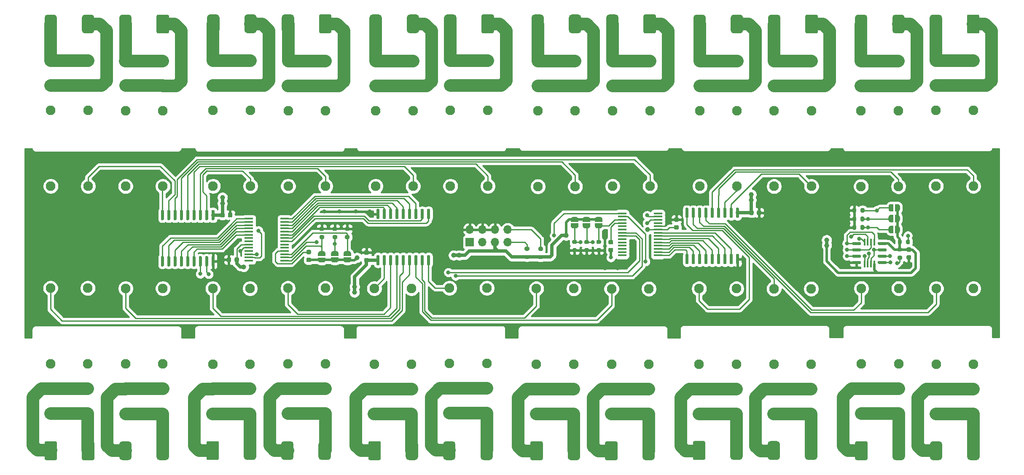
<source format=gbr>
%TF.GenerationSoftware,KiCad,Pcbnew,(5.1.12)-1*%
%TF.CreationDate,2021-12-07T00:39:26+01:00*%
%TF.ProjectId,boneIO - relay board,626f6e65-494f-4202-9d20-72656c617920,rev?*%
%TF.SameCoordinates,Original*%
%TF.FileFunction,Copper,L1,Top*%
%TF.FilePolarity,Positive*%
%FSLAX46Y46*%
G04 Gerber Fmt 4.6, Leading zero omitted, Abs format (unit mm)*
G04 Created by KiCad (PCBNEW (5.1.12)-1) date 2021-12-07 00:39:26*
%MOMM*%
%LPD*%
G01*
G04 APERTURE LIST*
%TA.AperFunction,SMDPad,CuDef*%
%ADD10C,0.100000*%
%TD*%
%TA.AperFunction,ComponentPad*%
%ADD11C,1.950000*%
%TD*%
%TA.AperFunction,SMDPad,CuDef*%
%ADD12R,1.750000X0.450000*%
%TD*%
%TA.AperFunction,ComponentPad*%
%ADD13R,1.700000X1.700000*%
%TD*%
%TA.AperFunction,ComponentPad*%
%ADD14O,1.700000X1.700000*%
%TD*%
%TA.AperFunction,SMDPad,CuDef*%
%ADD15R,0.450000X1.400000*%
%TD*%
%TA.AperFunction,ViaPad*%
%ADD16C,0.800000*%
%TD*%
%TA.AperFunction,ViaPad*%
%ADD17C,1.000000*%
%TD*%
%TA.AperFunction,Conductor*%
%ADD18C,2.500000*%
%TD*%
%TA.AperFunction,Conductor*%
%ADD19C,0.250000*%
%TD*%
%TA.AperFunction,Conductor*%
%ADD20C,0.500000*%
%TD*%
%TA.AperFunction,Conductor*%
%ADD21C,0.700000*%
%TD*%
%TA.AperFunction,Conductor*%
%ADD22C,0.254000*%
%TD*%
%TA.AperFunction,Conductor*%
%ADD23C,0.100000*%
%TD*%
G04 APERTURE END LIST*
%TO.P,R4,2*%
%TO.N,Net-(R4-Pad2)*%
%TA.AperFunction,SMDPad,CuDef*%
G36*
G01*
X465750000Y-315903000D02*
X465750000Y-315353000D01*
G75*
G02*
X465950000Y-315153000I200000J0D01*
G01*
X466350000Y-315153000D01*
G75*
G02*
X466550000Y-315353000I0J-200000D01*
G01*
X466550000Y-315903000D01*
G75*
G02*
X466350000Y-316103000I-200000J0D01*
G01*
X465950000Y-316103000D01*
G75*
G02*
X465750000Y-315903000I0J200000D01*
G01*
G37*
%TD.AperFunction*%
%TO.P,R4,1*%
%TO.N,+3V3*%
%TA.AperFunction,SMDPad,CuDef*%
G36*
G01*
X464100000Y-315903000D02*
X464100000Y-315353000D01*
G75*
G02*
X464300000Y-315153000I200000J0D01*
G01*
X464700000Y-315153000D01*
G75*
G02*
X464900000Y-315353000I0J-200000D01*
G01*
X464900000Y-315903000D01*
G75*
G02*
X464700000Y-316103000I-200000J0D01*
G01*
X464300000Y-316103000D01*
G75*
G02*
X464100000Y-315903000I0J200000D01*
G01*
G37*
%TD.AperFunction*%
%TD*%
%TA.AperFunction,SMDPad,CuDef*%
D10*
%TO.P,JP10,2*%
%TO.N,Net-(JP10-Pad2)*%
G36*
X399949398Y-312398000D02*
G01*
X399949398Y-312422534D01*
X399944588Y-312471365D01*
X399935016Y-312519490D01*
X399920772Y-312566445D01*
X399901995Y-312611778D01*
X399878864Y-312655051D01*
X399851604Y-312695850D01*
X399820476Y-312733779D01*
X399785779Y-312768476D01*
X399747850Y-312799604D01*
X399707051Y-312826864D01*
X399663778Y-312849995D01*
X399618445Y-312868772D01*
X399571490Y-312883016D01*
X399523365Y-312892588D01*
X399474534Y-312897398D01*
X399450000Y-312897398D01*
X399450000Y-312898000D01*
X398950000Y-312898000D01*
X398950000Y-312897398D01*
X398925466Y-312897398D01*
X398876635Y-312892588D01*
X398828510Y-312883016D01*
X398781555Y-312868772D01*
X398736222Y-312849995D01*
X398692949Y-312826864D01*
X398652150Y-312799604D01*
X398614221Y-312768476D01*
X398579524Y-312733779D01*
X398548396Y-312695850D01*
X398521136Y-312655051D01*
X398498005Y-312611778D01*
X398479228Y-312566445D01*
X398464984Y-312519490D01*
X398455412Y-312471365D01*
X398450602Y-312422534D01*
X398450602Y-312398000D01*
X398450000Y-312398000D01*
X398450000Y-311898000D01*
X399950000Y-311898000D01*
X399950000Y-312398000D01*
X399949398Y-312398000D01*
G37*
%TD.AperFunction*%
%TA.AperFunction,SMDPad,CuDef*%
%TO.P,JP10,1*%
%TO.N,+3V3*%
G36*
X398450000Y-311598000D02*
G01*
X398450000Y-311098000D01*
X398450602Y-311098000D01*
X398450602Y-311073466D01*
X398455412Y-311024635D01*
X398464984Y-310976510D01*
X398479228Y-310929555D01*
X398498005Y-310884222D01*
X398521136Y-310840949D01*
X398548396Y-310800150D01*
X398579524Y-310762221D01*
X398614221Y-310727524D01*
X398652150Y-310696396D01*
X398692949Y-310669136D01*
X398736222Y-310646005D01*
X398781555Y-310627228D01*
X398828510Y-310612984D01*
X398876635Y-310603412D01*
X398925466Y-310598602D01*
X398950000Y-310598602D01*
X398950000Y-310598000D01*
X399450000Y-310598000D01*
X399450000Y-310598602D01*
X399474534Y-310598602D01*
X399523365Y-310603412D01*
X399571490Y-310612984D01*
X399618445Y-310627228D01*
X399663778Y-310646005D01*
X399707051Y-310669136D01*
X399747850Y-310696396D01*
X399785779Y-310727524D01*
X399820476Y-310762221D01*
X399851604Y-310800150D01*
X399878864Y-310840949D01*
X399901995Y-310884222D01*
X399920772Y-310929555D01*
X399935016Y-310976510D01*
X399944588Y-311024635D01*
X399949398Y-311073466D01*
X399949398Y-311098000D01*
X399950000Y-311098000D01*
X399950000Y-311598000D01*
X398450000Y-311598000D01*
G37*
%TD.AperFunction*%
%TD*%
%TA.AperFunction,SMDPad,CuDef*%
%TO.P,JP9,2*%
%TO.N,Net-(JP9-Pad2)*%
G36*
X402329398Y-312388000D02*
G01*
X402329398Y-312412534D01*
X402324588Y-312461365D01*
X402315016Y-312509490D01*
X402300772Y-312556445D01*
X402281995Y-312601778D01*
X402258864Y-312645051D01*
X402231604Y-312685850D01*
X402200476Y-312723779D01*
X402165779Y-312758476D01*
X402127850Y-312789604D01*
X402087051Y-312816864D01*
X402043778Y-312839995D01*
X401998445Y-312858772D01*
X401951490Y-312873016D01*
X401903365Y-312882588D01*
X401854534Y-312887398D01*
X401830000Y-312887398D01*
X401830000Y-312888000D01*
X401330000Y-312888000D01*
X401330000Y-312887398D01*
X401305466Y-312887398D01*
X401256635Y-312882588D01*
X401208510Y-312873016D01*
X401161555Y-312858772D01*
X401116222Y-312839995D01*
X401072949Y-312816864D01*
X401032150Y-312789604D01*
X400994221Y-312758476D01*
X400959524Y-312723779D01*
X400928396Y-312685850D01*
X400901136Y-312645051D01*
X400878005Y-312601778D01*
X400859228Y-312556445D01*
X400844984Y-312509490D01*
X400835412Y-312461365D01*
X400830602Y-312412534D01*
X400830602Y-312388000D01*
X400830000Y-312388000D01*
X400830000Y-311888000D01*
X402330000Y-311888000D01*
X402330000Y-312388000D01*
X402329398Y-312388000D01*
G37*
%TD.AperFunction*%
%TA.AperFunction,SMDPad,CuDef*%
%TO.P,JP9,1*%
%TO.N,+3V3*%
G36*
X400830000Y-311588000D02*
G01*
X400830000Y-311088000D01*
X400830602Y-311088000D01*
X400830602Y-311063466D01*
X400835412Y-311014635D01*
X400844984Y-310966510D01*
X400859228Y-310919555D01*
X400878005Y-310874222D01*
X400901136Y-310830949D01*
X400928396Y-310790150D01*
X400959524Y-310752221D01*
X400994221Y-310717524D01*
X401032150Y-310686396D01*
X401072949Y-310659136D01*
X401116222Y-310636005D01*
X401161555Y-310617228D01*
X401208510Y-310602984D01*
X401256635Y-310593412D01*
X401305466Y-310588602D01*
X401330000Y-310588602D01*
X401330000Y-310588000D01*
X401830000Y-310588000D01*
X401830000Y-310588602D01*
X401854534Y-310588602D01*
X401903365Y-310593412D01*
X401951490Y-310602984D01*
X401998445Y-310617228D01*
X402043778Y-310636005D01*
X402087051Y-310659136D01*
X402127850Y-310686396D01*
X402165779Y-310717524D01*
X402200476Y-310752221D01*
X402231604Y-310790150D01*
X402258864Y-310830949D01*
X402281995Y-310874222D01*
X402300772Y-310919555D01*
X402315016Y-310966510D01*
X402324588Y-311014635D01*
X402329398Y-311063466D01*
X402329398Y-311088000D01*
X402330000Y-311088000D01*
X402330000Y-311588000D01*
X400830000Y-311588000D01*
G37*
%TD.AperFunction*%
%TD*%
%TA.AperFunction,SMDPad,CuDef*%
%TO.P,JP8,2*%
%TO.N,Net-(JP8-Pad2)*%
G36*
X404779398Y-312388000D02*
G01*
X404779398Y-312412534D01*
X404774588Y-312461365D01*
X404765016Y-312509490D01*
X404750772Y-312556445D01*
X404731995Y-312601778D01*
X404708864Y-312645051D01*
X404681604Y-312685850D01*
X404650476Y-312723779D01*
X404615779Y-312758476D01*
X404577850Y-312789604D01*
X404537051Y-312816864D01*
X404493778Y-312839995D01*
X404448445Y-312858772D01*
X404401490Y-312873016D01*
X404353365Y-312882588D01*
X404304534Y-312887398D01*
X404280000Y-312887398D01*
X404280000Y-312888000D01*
X403780000Y-312888000D01*
X403780000Y-312887398D01*
X403755466Y-312887398D01*
X403706635Y-312882588D01*
X403658510Y-312873016D01*
X403611555Y-312858772D01*
X403566222Y-312839995D01*
X403522949Y-312816864D01*
X403482150Y-312789604D01*
X403444221Y-312758476D01*
X403409524Y-312723779D01*
X403378396Y-312685850D01*
X403351136Y-312645051D01*
X403328005Y-312601778D01*
X403309228Y-312556445D01*
X403294984Y-312509490D01*
X403285412Y-312461365D01*
X403280602Y-312412534D01*
X403280602Y-312388000D01*
X403280000Y-312388000D01*
X403280000Y-311888000D01*
X404780000Y-311888000D01*
X404780000Y-312388000D01*
X404779398Y-312388000D01*
G37*
%TD.AperFunction*%
%TA.AperFunction,SMDPad,CuDef*%
%TO.P,JP8,1*%
%TO.N,+3V3*%
G36*
X403280000Y-311588000D02*
G01*
X403280000Y-311088000D01*
X403280602Y-311088000D01*
X403280602Y-311063466D01*
X403285412Y-311014635D01*
X403294984Y-310966510D01*
X403309228Y-310919555D01*
X403328005Y-310874222D01*
X403351136Y-310830949D01*
X403378396Y-310790150D01*
X403409524Y-310752221D01*
X403444221Y-310717524D01*
X403482150Y-310686396D01*
X403522949Y-310659136D01*
X403566222Y-310636005D01*
X403611555Y-310617228D01*
X403658510Y-310602984D01*
X403706635Y-310593412D01*
X403755466Y-310588602D01*
X403780000Y-310588602D01*
X403780000Y-310588000D01*
X404280000Y-310588000D01*
X404280000Y-310588602D01*
X404304534Y-310588602D01*
X404353365Y-310593412D01*
X404401490Y-310602984D01*
X404448445Y-310617228D01*
X404493778Y-310636005D01*
X404537051Y-310659136D01*
X404577850Y-310686396D01*
X404615779Y-310717524D01*
X404650476Y-310752221D01*
X404681604Y-310790150D01*
X404708864Y-310830949D01*
X404731995Y-310874222D01*
X404750772Y-310919555D01*
X404765016Y-310966510D01*
X404774588Y-311014635D01*
X404779398Y-311063466D01*
X404779398Y-311088000D01*
X404780000Y-311088000D01*
X404780000Y-311588000D01*
X403280000Y-311588000D01*
G37*
%TD.AperFunction*%
%TD*%
%TA.AperFunction,SMDPad,CuDef*%
%TO.P,JP7,2*%
%TO.N,Net-(JP7-Pad2)*%
G36*
X347660602Y-317968000D02*
G01*
X347660602Y-317943466D01*
X347665412Y-317894635D01*
X347674984Y-317846510D01*
X347689228Y-317799555D01*
X347708005Y-317754222D01*
X347731136Y-317710949D01*
X347758396Y-317670150D01*
X347789524Y-317632221D01*
X347824221Y-317597524D01*
X347862150Y-317566396D01*
X347902949Y-317539136D01*
X347946222Y-317516005D01*
X347991555Y-317497228D01*
X348038510Y-317482984D01*
X348086635Y-317473412D01*
X348135466Y-317468602D01*
X348160000Y-317468602D01*
X348160000Y-317468000D01*
X348660000Y-317468000D01*
X348660000Y-317468602D01*
X348684534Y-317468602D01*
X348733365Y-317473412D01*
X348781490Y-317482984D01*
X348828445Y-317497228D01*
X348873778Y-317516005D01*
X348917051Y-317539136D01*
X348957850Y-317566396D01*
X348995779Y-317597524D01*
X349030476Y-317632221D01*
X349061604Y-317670150D01*
X349088864Y-317710949D01*
X349111995Y-317754222D01*
X349130772Y-317799555D01*
X349145016Y-317846510D01*
X349154588Y-317894635D01*
X349159398Y-317943466D01*
X349159398Y-317968000D01*
X349160000Y-317968000D01*
X349160000Y-318468000D01*
X347660000Y-318468000D01*
X347660000Y-317968000D01*
X347660602Y-317968000D01*
G37*
%TD.AperFunction*%
%TA.AperFunction,SMDPad,CuDef*%
%TO.P,JP7,1*%
%TO.N,+3V3*%
G36*
X349160000Y-318768000D02*
G01*
X349160000Y-319268000D01*
X349159398Y-319268000D01*
X349159398Y-319292534D01*
X349154588Y-319341365D01*
X349145016Y-319389490D01*
X349130772Y-319436445D01*
X349111995Y-319481778D01*
X349088864Y-319525051D01*
X349061604Y-319565850D01*
X349030476Y-319603779D01*
X348995779Y-319638476D01*
X348957850Y-319669604D01*
X348917051Y-319696864D01*
X348873778Y-319719995D01*
X348828445Y-319738772D01*
X348781490Y-319753016D01*
X348733365Y-319762588D01*
X348684534Y-319767398D01*
X348660000Y-319767398D01*
X348660000Y-319768000D01*
X348160000Y-319768000D01*
X348160000Y-319767398D01*
X348135466Y-319767398D01*
X348086635Y-319762588D01*
X348038510Y-319753016D01*
X347991555Y-319738772D01*
X347946222Y-319719995D01*
X347902949Y-319696864D01*
X347862150Y-319669604D01*
X347824221Y-319638476D01*
X347789524Y-319603779D01*
X347758396Y-319565850D01*
X347731136Y-319525051D01*
X347708005Y-319481778D01*
X347689228Y-319436445D01*
X347674984Y-319389490D01*
X347665412Y-319341365D01*
X347660602Y-319292534D01*
X347660602Y-319268000D01*
X347660000Y-319268000D01*
X347660000Y-318768000D01*
X349160000Y-318768000D01*
G37*
%TD.AperFunction*%
%TD*%
%TA.AperFunction,SMDPad,CuDef*%
%TO.P,JP6,2*%
%TO.N,Net-(JP6-Pad2)*%
G36*
X350280602Y-317958000D02*
G01*
X350280602Y-317933466D01*
X350285412Y-317884635D01*
X350294984Y-317836510D01*
X350309228Y-317789555D01*
X350328005Y-317744222D01*
X350351136Y-317700949D01*
X350378396Y-317660150D01*
X350409524Y-317622221D01*
X350444221Y-317587524D01*
X350482150Y-317556396D01*
X350522949Y-317529136D01*
X350566222Y-317506005D01*
X350611555Y-317487228D01*
X350658510Y-317472984D01*
X350706635Y-317463412D01*
X350755466Y-317458602D01*
X350780000Y-317458602D01*
X350780000Y-317458000D01*
X351280000Y-317458000D01*
X351280000Y-317458602D01*
X351304534Y-317458602D01*
X351353365Y-317463412D01*
X351401490Y-317472984D01*
X351448445Y-317487228D01*
X351493778Y-317506005D01*
X351537051Y-317529136D01*
X351577850Y-317556396D01*
X351615779Y-317587524D01*
X351650476Y-317622221D01*
X351681604Y-317660150D01*
X351708864Y-317700949D01*
X351731995Y-317744222D01*
X351750772Y-317789555D01*
X351765016Y-317836510D01*
X351774588Y-317884635D01*
X351779398Y-317933466D01*
X351779398Y-317958000D01*
X351780000Y-317958000D01*
X351780000Y-318458000D01*
X350280000Y-318458000D01*
X350280000Y-317958000D01*
X350280602Y-317958000D01*
G37*
%TD.AperFunction*%
%TA.AperFunction,SMDPad,CuDef*%
%TO.P,JP6,1*%
%TO.N,+3V3*%
G36*
X351780000Y-318758000D02*
G01*
X351780000Y-319258000D01*
X351779398Y-319258000D01*
X351779398Y-319282534D01*
X351774588Y-319331365D01*
X351765016Y-319379490D01*
X351750772Y-319426445D01*
X351731995Y-319471778D01*
X351708864Y-319515051D01*
X351681604Y-319555850D01*
X351650476Y-319593779D01*
X351615779Y-319628476D01*
X351577850Y-319659604D01*
X351537051Y-319686864D01*
X351493778Y-319709995D01*
X351448445Y-319728772D01*
X351401490Y-319743016D01*
X351353365Y-319752588D01*
X351304534Y-319757398D01*
X351280000Y-319757398D01*
X351280000Y-319758000D01*
X350780000Y-319758000D01*
X350780000Y-319757398D01*
X350755466Y-319757398D01*
X350706635Y-319752588D01*
X350658510Y-319743016D01*
X350611555Y-319728772D01*
X350566222Y-319709995D01*
X350522949Y-319686864D01*
X350482150Y-319659604D01*
X350444221Y-319628476D01*
X350409524Y-319593779D01*
X350378396Y-319555850D01*
X350351136Y-319515051D01*
X350328005Y-319471778D01*
X350309228Y-319426445D01*
X350294984Y-319379490D01*
X350285412Y-319331365D01*
X350280602Y-319282534D01*
X350280602Y-319258000D01*
X350280000Y-319258000D01*
X350280000Y-318758000D01*
X351780000Y-318758000D01*
G37*
%TD.AperFunction*%
%TD*%
%TA.AperFunction,SMDPad,CuDef*%
%TO.P,JP5,2*%
%TO.N,Net-(JP5-Pad2)*%
G36*
X352800602Y-317958000D02*
G01*
X352800602Y-317933466D01*
X352805412Y-317884635D01*
X352814984Y-317836510D01*
X352829228Y-317789555D01*
X352848005Y-317744222D01*
X352871136Y-317700949D01*
X352898396Y-317660150D01*
X352929524Y-317622221D01*
X352964221Y-317587524D01*
X353002150Y-317556396D01*
X353042949Y-317529136D01*
X353086222Y-317506005D01*
X353131555Y-317487228D01*
X353178510Y-317472984D01*
X353226635Y-317463412D01*
X353275466Y-317458602D01*
X353300000Y-317458602D01*
X353300000Y-317458000D01*
X353800000Y-317458000D01*
X353800000Y-317458602D01*
X353824534Y-317458602D01*
X353873365Y-317463412D01*
X353921490Y-317472984D01*
X353968445Y-317487228D01*
X354013778Y-317506005D01*
X354057051Y-317529136D01*
X354097850Y-317556396D01*
X354135779Y-317587524D01*
X354170476Y-317622221D01*
X354201604Y-317660150D01*
X354228864Y-317700949D01*
X354251995Y-317744222D01*
X354270772Y-317789555D01*
X354285016Y-317836510D01*
X354294588Y-317884635D01*
X354299398Y-317933466D01*
X354299398Y-317958000D01*
X354300000Y-317958000D01*
X354300000Y-318458000D01*
X352800000Y-318458000D01*
X352800000Y-317958000D01*
X352800602Y-317958000D01*
G37*
%TD.AperFunction*%
%TA.AperFunction,SMDPad,CuDef*%
%TO.P,JP5,1*%
%TO.N,+3V3*%
G36*
X354300000Y-318758000D02*
G01*
X354300000Y-319258000D01*
X354299398Y-319258000D01*
X354299398Y-319282534D01*
X354294588Y-319331365D01*
X354285016Y-319379490D01*
X354270772Y-319426445D01*
X354251995Y-319471778D01*
X354228864Y-319515051D01*
X354201604Y-319555850D01*
X354170476Y-319593779D01*
X354135779Y-319628476D01*
X354097850Y-319659604D01*
X354057051Y-319686864D01*
X354013778Y-319709995D01*
X353968445Y-319728772D01*
X353921490Y-319743016D01*
X353873365Y-319752588D01*
X353824534Y-319757398D01*
X353800000Y-319757398D01*
X353800000Y-319758000D01*
X353300000Y-319758000D01*
X353300000Y-319757398D01*
X353275466Y-319757398D01*
X353226635Y-319752588D01*
X353178510Y-319743016D01*
X353131555Y-319728772D01*
X353086222Y-319709995D01*
X353042949Y-319686864D01*
X353002150Y-319659604D01*
X352964221Y-319628476D01*
X352929524Y-319593779D01*
X352898396Y-319555850D01*
X352871136Y-319515051D01*
X352848005Y-319471778D01*
X352829228Y-319426445D01*
X352814984Y-319379490D01*
X352805412Y-319331365D01*
X352800602Y-319282534D01*
X352800602Y-319258000D01*
X352800000Y-319258000D01*
X352800000Y-318758000D01*
X354300000Y-318758000D01*
G37*
%TD.AperFunction*%
%TD*%
%TA.AperFunction,SMDPad,CuDef*%
%TO.P,JP3,2*%
%TO.N,Net-(JP3-Pad2)*%
G36*
X462730000Y-313887398D02*
G01*
X462705466Y-313887398D01*
X462656635Y-313882588D01*
X462608510Y-313873016D01*
X462561555Y-313858772D01*
X462516222Y-313839995D01*
X462472949Y-313816864D01*
X462432150Y-313789604D01*
X462394221Y-313758476D01*
X462359524Y-313723779D01*
X462328396Y-313685850D01*
X462301136Y-313645051D01*
X462278005Y-313601778D01*
X462259228Y-313556445D01*
X462244984Y-313509490D01*
X462235412Y-313461365D01*
X462230602Y-313412534D01*
X462230602Y-313388000D01*
X462230000Y-313388000D01*
X462230000Y-312888000D01*
X462230602Y-312888000D01*
X462230602Y-312863466D01*
X462235412Y-312814635D01*
X462244984Y-312766510D01*
X462259228Y-312719555D01*
X462278005Y-312674222D01*
X462301136Y-312630949D01*
X462328396Y-312590150D01*
X462359524Y-312552221D01*
X462394221Y-312517524D01*
X462432150Y-312486396D01*
X462472949Y-312459136D01*
X462516222Y-312436005D01*
X462561555Y-312417228D01*
X462608510Y-312402984D01*
X462656635Y-312393412D01*
X462705466Y-312388602D01*
X462730000Y-312388602D01*
X462730000Y-312388000D01*
X463230000Y-312388000D01*
X463230000Y-313888000D01*
X462730000Y-313888000D01*
X462730000Y-313887398D01*
G37*
%TD.AperFunction*%
%TA.AperFunction,SMDPad,CuDef*%
%TO.P,JP3,1*%
%TO.N,+3V3*%
G36*
X463530000Y-312388000D02*
G01*
X464030000Y-312388000D01*
X464030000Y-312388602D01*
X464054534Y-312388602D01*
X464103365Y-312393412D01*
X464151490Y-312402984D01*
X464198445Y-312417228D01*
X464243778Y-312436005D01*
X464287051Y-312459136D01*
X464327850Y-312486396D01*
X464365779Y-312517524D01*
X464400476Y-312552221D01*
X464431604Y-312590150D01*
X464458864Y-312630949D01*
X464481995Y-312674222D01*
X464500772Y-312719555D01*
X464515016Y-312766510D01*
X464524588Y-312814635D01*
X464529398Y-312863466D01*
X464529398Y-312888000D01*
X464530000Y-312888000D01*
X464530000Y-313388000D01*
X464529398Y-313388000D01*
X464529398Y-313412534D01*
X464524588Y-313461365D01*
X464515016Y-313509490D01*
X464500772Y-313556445D01*
X464481995Y-313601778D01*
X464458864Y-313645051D01*
X464431604Y-313685850D01*
X464400476Y-313723779D01*
X464365779Y-313758476D01*
X464327850Y-313789604D01*
X464287051Y-313816864D01*
X464243778Y-313839995D01*
X464198445Y-313858772D01*
X464151490Y-313873016D01*
X464103365Y-313882588D01*
X464054534Y-313887398D01*
X464030000Y-313887398D01*
X464030000Y-313888000D01*
X463530000Y-313888000D01*
X463530000Y-312388000D01*
G37*
%TD.AperFunction*%
%TD*%
%TA.AperFunction,SMDPad,CuDef*%
%TO.P,JP2,2*%
%TO.N,Net-(JP2-Pad2)*%
G36*
X462730000Y-311677398D02*
G01*
X462705466Y-311677398D01*
X462656635Y-311672588D01*
X462608510Y-311663016D01*
X462561555Y-311648772D01*
X462516222Y-311629995D01*
X462472949Y-311606864D01*
X462432150Y-311579604D01*
X462394221Y-311548476D01*
X462359524Y-311513779D01*
X462328396Y-311475850D01*
X462301136Y-311435051D01*
X462278005Y-311391778D01*
X462259228Y-311346445D01*
X462244984Y-311299490D01*
X462235412Y-311251365D01*
X462230602Y-311202534D01*
X462230602Y-311178000D01*
X462230000Y-311178000D01*
X462230000Y-310678000D01*
X462230602Y-310678000D01*
X462230602Y-310653466D01*
X462235412Y-310604635D01*
X462244984Y-310556510D01*
X462259228Y-310509555D01*
X462278005Y-310464222D01*
X462301136Y-310420949D01*
X462328396Y-310380150D01*
X462359524Y-310342221D01*
X462394221Y-310307524D01*
X462432150Y-310276396D01*
X462472949Y-310249136D01*
X462516222Y-310226005D01*
X462561555Y-310207228D01*
X462608510Y-310192984D01*
X462656635Y-310183412D01*
X462705466Y-310178602D01*
X462730000Y-310178602D01*
X462730000Y-310178000D01*
X463230000Y-310178000D01*
X463230000Y-311678000D01*
X462730000Y-311678000D01*
X462730000Y-311677398D01*
G37*
%TD.AperFunction*%
%TA.AperFunction,SMDPad,CuDef*%
%TO.P,JP2,1*%
%TO.N,+3V3*%
G36*
X463530000Y-310178000D02*
G01*
X464030000Y-310178000D01*
X464030000Y-310178602D01*
X464054534Y-310178602D01*
X464103365Y-310183412D01*
X464151490Y-310192984D01*
X464198445Y-310207228D01*
X464243778Y-310226005D01*
X464287051Y-310249136D01*
X464327850Y-310276396D01*
X464365779Y-310307524D01*
X464400476Y-310342221D01*
X464431604Y-310380150D01*
X464458864Y-310420949D01*
X464481995Y-310464222D01*
X464500772Y-310509555D01*
X464515016Y-310556510D01*
X464524588Y-310604635D01*
X464529398Y-310653466D01*
X464529398Y-310678000D01*
X464530000Y-310678000D01*
X464530000Y-311178000D01*
X464529398Y-311178000D01*
X464529398Y-311202534D01*
X464524588Y-311251365D01*
X464515016Y-311299490D01*
X464500772Y-311346445D01*
X464481995Y-311391778D01*
X464458864Y-311435051D01*
X464431604Y-311475850D01*
X464400476Y-311513779D01*
X464365779Y-311548476D01*
X464327850Y-311579604D01*
X464287051Y-311606864D01*
X464243778Y-311629995D01*
X464198445Y-311648772D01*
X464151490Y-311663016D01*
X464103365Y-311672588D01*
X464054534Y-311677398D01*
X464030000Y-311677398D01*
X464030000Y-311678000D01*
X463530000Y-311678000D01*
X463530000Y-310178000D01*
G37*
%TD.AperFunction*%
%TD*%
%TA.AperFunction,SMDPad,CuDef*%
%TO.P,JP1,2*%
%TO.N,Net-(JP1-Pad2)*%
G36*
X462740000Y-309517398D02*
G01*
X462715466Y-309517398D01*
X462666635Y-309512588D01*
X462618510Y-309503016D01*
X462571555Y-309488772D01*
X462526222Y-309469995D01*
X462482949Y-309446864D01*
X462442150Y-309419604D01*
X462404221Y-309388476D01*
X462369524Y-309353779D01*
X462338396Y-309315850D01*
X462311136Y-309275051D01*
X462288005Y-309231778D01*
X462269228Y-309186445D01*
X462254984Y-309139490D01*
X462245412Y-309091365D01*
X462240602Y-309042534D01*
X462240602Y-309018000D01*
X462240000Y-309018000D01*
X462240000Y-308518000D01*
X462240602Y-308518000D01*
X462240602Y-308493466D01*
X462245412Y-308444635D01*
X462254984Y-308396510D01*
X462269228Y-308349555D01*
X462288005Y-308304222D01*
X462311136Y-308260949D01*
X462338396Y-308220150D01*
X462369524Y-308182221D01*
X462404221Y-308147524D01*
X462442150Y-308116396D01*
X462482949Y-308089136D01*
X462526222Y-308066005D01*
X462571555Y-308047228D01*
X462618510Y-308032984D01*
X462666635Y-308023412D01*
X462715466Y-308018602D01*
X462740000Y-308018602D01*
X462740000Y-308018000D01*
X463240000Y-308018000D01*
X463240000Y-309518000D01*
X462740000Y-309518000D01*
X462740000Y-309517398D01*
G37*
%TD.AperFunction*%
%TA.AperFunction,SMDPad,CuDef*%
%TO.P,JP1,1*%
%TO.N,+3V3*%
G36*
X463540000Y-308018000D02*
G01*
X464040000Y-308018000D01*
X464040000Y-308018602D01*
X464064534Y-308018602D01*
X464113365Y-308023412D01*
X464161490Y-308032984D01*
X464208445Y-308047228D01*
X464253778Y-308066005D01*
X464297051Y-308089136D01*
X464337850Y-308116396D01*
X464375779Y-308147524D01*
X464410476Y-308182221D01*
X464441604Y-308220150D01*
X464468864Y-308260949D01*
X464491995Y-308304222D01*
X464510772Y-308349555D01*
X464525016Y-308396510D01*
X464534588Y-308444635D01*
X464539398Y-308493466D01*
X464539398Y-308518000D01*
X464540000Y-308518000D01*
X464540000Y-309018000D01*
X464539398Y-309018000D01*
X464539398Y-309042534D01*
X464534588Y-309091365D01*
X464525016Y-309139490D01*
X464510772Y-309186445D01*
X464491995Y-309231778D01*
X464468864Y-309275051D01*
X464441604Y-309315850D01*
X464410476Y-309353779D01*
X464375779Y-309388476D01*
X464337850Y-309419604D01*
X464297051Y-309446864D01*
X464253778Y-309469995D01*
X464208445Y-309488772D01*
X464161490Y-309503016D01*
X464113365Y-309512588D01*
X464064534Y-309517398D01*
X464040000Y-309517398D01*
X464040000Y-309518000D01*
X463540000Y-309518000D01*
X463540000Y-308018000D01*
G37*
%TD.AperFunction*%
%TD*%
%TO.P,U1,8*%
%TO.N,+3V3*%
%TA.AperFunction,SMDPad,CuDef*%
G36*
G01*
X460110000Y-316093000D02*
X460110000Y-315793000D01*
G75*
G02*
X460260000Y-315643000I150000J0D01*
G01*
X461710000Y-315643000D01*
G75*
G02*
X461860000Y-315793000I0J-150000D01*
G01*
X461860000Y-316093000D01*
G75*
G02*
X461710000Y-316243000I-150000J0D01*
G01*
X460260000Y-316243000D01*
G75*
G02*
X460110000Y-316093000I0J150000D01*
G01*
G37*
%TD.AperFunction*%
%TO.P,U1,7*%
%TO.N,Net-(JP1-Pad2)*%
%TA.AperFunction,SMDPad,CuDef*%
G36*
G01*
X460110000Y-317363000D02*
X460110000Y-317063000D01*
G75*
G02*
X460260000Y-316913000I150000J0D01*
G01*
X461710000Y-316913000D01*
G75*
G02*
X461860000Y-317063000I0J-150000D01*
G01*
X461860000Y-317363000D01*
G75*
G02*
X461710000Y-317513000I-150000J0D01*
G01*
X460260000Y-317513000D01*
G75*
G02*
X460110000Y-317363000I0J150000D01*
G01*
G37*
%TD.AperFunction*%
%TO.P,U1,6*%
%TO.N,Net-(JP2-Pad2)*%
%TA.AperFunction,SMDPad,CuDef*%
G36*
G01*
X460110000Y-318633000D02*
X460110000Y-318333000D01*
G75*
G02*
X460260000Y-318183000I150000J0D01*
G01*
X461710000Y-318183000D01*
G75*
G02*
X461860000Y-318333000I0J-150000D01*
G01*
X461860000Y-318633000D01*
G75*
G02*
X461710000Y-318783000I-150000J0D01*
G01*
X460260000Y-318783000D01*
G75*
G02*
X460110000Y-318633000I0J150000D01*
G01*
G37*
%TD.AperFunction*%
%TO.P,U1,5*%
%TO.N,Net-(JP3-Pad2)*%
%TA.AperFunction,SMDPad,CuDef*%
G36*
G01*
X460110000Y-319903000D02*
X460110000Y-319603000D01*
G75*
G02*
X460260000Y-319453000I150000J0D01*
G01*
X461710000Y-319453000D01*
G75*
G02*
X461860000Y-319603000I0J-150000D01*
G01*
X461860000Y-319903000D01*
G75*
G02*
X461710000Y-320053000I-150000J0D01*
G01*
X460260000Y-320053000D01*
G75*
G02*
X460110000Y-319903000I0J150000D01*
G01*
G37*
%TD.AperFunction*%
%TO.P,U1,4*%
%TO.N,GND*%
%TA.AperFunction,SMDPad,CuDef*%
G36*
G01*
X454960000Y-319903000D02*
X454960000Y-319603000D01*
G75*
G02*
X455110000Y-319453000I150000J0D01*
G01*
X456560000Y-319453000D01*
G75*
G02*
X456710000Y-319603000I0J-150000D01*
G01*
X456710000Y-319903000D01*
G75*
G02*
X456560000Y-320053000I-150000J0D01*
G01*
X455110000Y-320053000D01*
G75*
G02*
X454960000Y-319903000I0J150000D01*
G01*
G37*
%TD.AperFunction*%
%TO.P,U1,3*%
%TO.N,Net-(R4-Pad2)*%
%TA.AperFunction,SMDPad,CuDef*%
G36*
G01*
X454960000Y-318633000D02*
X454960000Y-318333000D01*
G75*
G02*
X455110000Y-318183000I150000J0D01*
G01*
X456560000Y-318183000D01*
G75*
G02*
X456710000Y-318333000I0J-150000D01*
G01*
X456710000Y-318633000D01*
G75*
G02*
X456560000Y-318783000I-150000J0D01*
G01*
X455110000Y-318783000D01*
G75*
G02*
X454960000Y-318633000I0J150000D01*
G01*
G37*
%TD.AperFunction*%
%TO.P,U1,2*%
%TO.N,SCL*%
%TA.AperFunction,SMDPad,CuDef*%
G36*
G01*
X454960000Y-317363000D02*
X454960000Y-317063000D01*
G75*
G02*
X455110000Y-316913000I150000J0D01*
G01*
X456560000Y-316913000D01*
G75*
G02*
X456710000Y-317063000I0J-150000D01*
G01*
X456710000Y-317363000D01*
G75*
G02*
X456560000Y-317513000I-150000J0D01*
G01*
X455110000Y-317513000D01*
G75*
G02*
X454960000Y-317363000I0J150000D01*
G01*
G37*
%TD.AperFunction*%
%TO.P,U1,1*%
%TO.N,SDA*%
%TA.AperFunction,SMDPad,CuDef*%
G36*
G01*
X454960000Y-316093000D02*
X454960000Y-315793000D01*
G75*
G02*
X455110000Y-315643000I150000J0D01*
G01*
X456560000Y-315643000D01*
G75*
G02*
X456710000Y-315793000I0J-150000D01*
G01*
X456710000Y-316093000D01*
G75*
G02*
X456560000Y-316243000I-150000J0D01*
G01*
X455110000Y-316243000D01*
G75*
G02*
X454960000Y-316093000I0J150000D01*
G01*
G37*
%TD.AperFunction*%
%TD*%
%TO.P,R3,2*%
%TO.N,GND*%
%TA.AperFunction,SMDPad,CuDef*%
G36*
G01*
X455765000Y-312443000D02*
X455765000Y-312993000D01*
G75*
G02*
X455565000Y-313193000I-200000J0D01*
G01*
X455165000Y-313193000D01*
G75*
G02*
X454965000Y-312993000I0J200000D01*
G01*
X454965000Y-312443000D01*
G75*
G02*
X455165000Y-312243000I200000J0D01*
G01*
X455565000Y-312243000D01*
G75*
G02*
X455765000Y-312443000I0J-200000D01*
G01*
G37*
%TD.AperFunction*%
%TO.P,R3,1*%
%TO.N,Net-(JP3-Pad2)*%
%TA.AperFunction,SMDPad,CuDef*%
G36*
G01*
X457415000Y-312443000D02*
X457415000Y-312993000D01*
G75*
G02*
X457215000Y-313193000I-200000J0D01*
G01*
X456815000Y-313193000D01*
G75*
G02*
X456615000Y-312993000I0J200000D01*
G01*
X456615000Y-312443000D01*
G75*
G02*
X456815000Y-312243000I200000J0D01*
G01*
X457215000Y-312243000D01*
G75*
G02*
X457415000Y-312443000I0J-200000D01*
G01*
G37*
%TD.AperFunction*%
%TD*%
%TO.P,R2,2*%
%TO.N,GND*%
%TA.AperFunction,SMDPad,CuDef*%
G36*
G01*
X455765000Y-310743000D02*
X455765000Y-311293000D01*
G75*
G02*
X455565000Y-311493000I-200000J0D01*
G01*
X455165000Y-311493000D01*
G75*
G02*
X454965000Y-311293000I0J200000D01*
G01*
X454965000Y-310743000D01*
G75*
G02*
X455165000Y-310543000I200000J0D01*
G01*
X455565000Y-310543000D01*
G75*
G02*
X455765000Y-310743000I0J-200000D01*
G01*
G37*
%TD.AperFunction*%
%TO.P,R2,1*%
%TO.N,Net-(JP2-Pad2)*%
%TA.AperFunction,SMDPad,CuDef*%
G36*
G01*
X457415000Y-310743000D02*
X457415000Y-311293000D01*
G75*
G02*
X457215000Y-311493000I-200000J0D01*
G01*
X456815000Y-311493000D01*
G75*
G02*
X456615000Y-311293000I0J200000D01*
G01*
X456615000Y-310743000D01*
G75*
G02*
X456815000Y-310543000I200000J0D01*
G01*
X457215000Y-310543000D01*
G75*
G02*
X457415000Y-310743000I0J-200000D01*
G01*
G37*
%TD.AperFunction*%
%TD*%
%TO.P,R1,2*%
%TO.N,GND*%
%TA.AperFunction,SMDPad,CuDef*%
G36*
G01*
X455765000Y-309013000D02*
X455765000Y-309563000D01*
G75*
G02*
X455565000Y-309763000I-200000J0D01*
G01*
X455165000Y-309763000D01*
G75*
G02*
X454965000Y-309563000I0J200000D01*
G01*
X454965000Y-309013000D01*
G75*
G02*
X455165000Y-308813000I200000J0D01*
G01*
X455565000Y-308813000D01*
G75*
G02*
X455765000Y-309013000I0J-200000D01*
G01*
G37*
%TD.AperFunction*%
%TO.P,R1,1*%
%TO.N,Net-(JP1-Pad2)*%
%TA.AperFunction,SMDPad,CuDef*%
G36*
G01*
X457415000Y-309013000D02*
X457415000Y-309563000D01*
G75*
G02*
X457215000Y-309763000I-200000J0D01*
G01*
X456815000Y-309763000D01*
G75*
G02*
X456615000Y-309563000I0J200000D01*
G01*
X456615000Y-309013000D01*
G75*
G02*
X456815000Y-308813000I200000J0D01*
G01*
X457215000Y-308813000D01*
G75*
G02*
X457415000Y-309013000I0J-200000D01*
G01*
G37*
%TD.AperFunction*%
%TD*%
%TO.P,R8,2*%
%TO.N,Net-(R8-Pad2)*%
%TA.AperFunction,SMDPad,CuDef*%
G36*
G01*
X346056250Y-318103000D02*
X345543750Y-318103000D01*
G75*
G02*
X345325000Y-317884250I0J218750D01*
G01*
X345325000Y-317446750D01*
G75*
G02*
X345543750Y-317228000I218750J0D01*
G01*
X346056250Y-317228000D01*
G75*
G02*
X346275000Y-317446750I0J-218750D01*
G01*
X346275000Y-317884250D01*
G75*
G02*
X346056250Y-318103000I-218750J0D01*
G01*
G37*
%TD.AperFunction*%
%TO.P,R8,1*%
%TO.N,+3V3*%
%TA.AperFunction,SMDPad,CuDef*%
G36*
G01*
X346056250Y-319678000D02*
X345543750Y-319678000D01*
G75*
G02*
X345325000Y-319459250I0J218750D01*
G01*
X345325000Y-319021750D01*
G75*
G02*
X345543750Y-318803000I218750J0D01*
G01*
X346056250Y-318803000D01*
G75*
G02*
X346275000Y-319021750I0J-218750D01*
G01*
X346275000Y-319459250D01*
G75*
G02*
X346056250Y-319678000I-218750J0D01*
G01*
G37*
%TD.AperFunction*%
%TD*%
%TO.P,R15,2*%
%TO.N,GND*%
%TA.AperFunction,SMDPad,CuDef*%
G36*
G01*
X398915000Y-316893000D02*
X399465000Y-316893000D01*
G75*
G02*
X399665000Y-317093000I0J-200000D01*
G01*
X399665000Y-317493000D01*
G75*
G02*
X399465000Y-317693000I-200000J0D01*
G01*
X398915000Y-317693000D01*
G75*
G02*
X398715000Y-317493000I0J200000D01*
G01*
X398715000Y-317093000D01*
G75*
G02*
X398915000Y-316893000I200000J0D01*
G01*
G37*
%TD.AperFunction*%
%TO.P,R15,1*%
%TO.N,Net-(JP10-Pad2)*%
%TA.AperFunction,SMDPad,CuDef*%
G36*
G01*
X398915000Y-315243000D02*
X399465000Y-315243000D01*
G75*
G02*
X399665000Y-315443000I0J-200000D01*
G01*
X399665000Y-315843000D01*
G75*
G02*
X399465000Y-316043000I-200000J0D01*
G01*
X398915000Y-316043000D01*
G75*
G02*
X398715000Y-315843000I0J200000D01*
G01*
X398715000Y-315443000D01*
G75*
G02*
X398915000Y-315243000I200000J0D01*
G01*
G37*
%TD.AperFunction*%
%TD*%
%TO.P,R14,2*%
%TO.N,GND*%
%TA.AperFunction,SMDPad,CuDef*%
G36*
G01*
X401341666Y-316893000D02*
X401891666Y-316893000D01*
G75*
G02*
X402091666Y-317093000I0J-200000D01*
G01*
X402091666Y-317493000D01*
G75*
G02*
X401891666Y-317693000I-200000J0D01*
G01*
X401341666Y-317693000D01*
G75*
G02*
X401141666Y-317493000I0J200000D01*
G01*
X401141666Y-317093000D01*
G75*
G02*
X401341666Y-316893000I200000J0D01*
G01*
G37*
%TD.AperFunction*%
%TO.P,R14,1*%
%TO.N,Net-(JP9-Pad2)*%
%TA.AperFunction,SMDPad,CuDef*%
G36*
G01*
X401341666Y-315243000D02*
X401891666Y-315243000D01*
G75*
G02*
X402091666Y-315443000I0J-200000D01*
G01*
X402091666Y-315843000D01*
G75*
G02*
X401891666Y-316043000I-200000J0D01*
G01*
X401341666Y-316043000D01*
G75*
G02*
X401141666Y-315843000I0J200000D01*
G01*
X401141666Y-315443000D01*
G75*
G02*
X401341666Y-315243000I200000J0D01*
G01*
G37*
%TD.AperFunction*%
%TD*%
%TO.P,R13,2*%
%TO.N,GND*%
%TA.AperFunction,SMDPad,CuDef*%
G36*
G01*
X403768332Y-316893000D02*
X404318332Y-316893000D01*
G75*
G02*
X404518332Y-317093000I0J-200000D01*
G01*
X404518332Y-317493000D01*
G75*
G02*
X404318332Y-317693000I-200000J0D01*
G01*
X403768332Y-317693000D01*
G75*
G02*
X403568332Y-317493000I0J200000D01*
G01*
X403568332Y-317093000D01*
G75*
G02*
X403768332Y-316893000I200000J0D01*
G01*
G37*
%TD.AperFunction*%
%TO.P,R13,1*%
%TO.N,Net-(JP8-Pad2)*%
%TA.AperFunction,SMDPad,CuDef*%
G36*
G01*
X403768332Y-315243000D02*
X404318332Y-315243000D01*
G75*
G02*
X404518332Y-315443000I0J-200000D01*
G01*
X404518332Y-315843000D01*
G75*
G02*
X404318332Y-316043000I-200000J0D01*
G01*
X403768332Y-316043000D01*
G75*
G02*
X403568332Y-315843000I0J200000D01*
G01*
X403568332Y-315443000D01*
G75*
G02*
X403768332Y-315243000I200000J0D01*
G01*
G37*
%TD.AperFunction*%
%TD*%
%TO.P,R11,2*%
%TO.N,GND*%
%TA.AperFunction,SMDPad,CuDef*%
G36*
G01*
X348705000Y-313398000D02*
X348155000Y-313398000D01*
G75*
G02*
X347955000Y-313198000I0J200000D01*
G01*
X347955000Y-312798000D01*
G75*
G02*
X348155000Y-312598000I200000J0D01*
G01*
X348705000Y-312598000D01*
G75*
G02*
X348905000Y-312798000I0J-200000D01*
G01*
X348905000Y-313198000D01*
G75*
G02*
X348705000Y-313398000I-200000J0D01*
G01*
G37*
%TD.AperFunction*%
%TO.P,R11,1*%
%TO.N,Net-(JP7-Pad2)*%
%TA.AperFunction,SMDPad,CuDef*%
G36*
G01*
X348705000Y-315048000D02*
X348155000Y-315048000D01*
G75*
G02*
X347955000Y-314848000I0J200000D01*
G01*
X347955000Y-314448000D01*
G75*
G02*
X348155000Y-314248000I200000J0D01*
G01*
X348705000Y-314248000D01*
G75*
G02*
X348905000Y-314448000I0J-200000D01*
G01*
X348905000Y-314848000D01*
G75*
G02*
X348705000Y-315048000I-200000J0D01*
G01*
G37*
%TD.AperFunction*%
%TD*%
%TO.P,R10,2*%
%TO.N,GND*%
%TA.AperFunction,SMDPad,CuDef*%
G36*
G01*
X351315000Y-313398000D02*
X350765000Y-313398000D01*
G75*
G02*
X350565000Y-313198000I0J200000D01*
G01*
X350565000Y-312798000D01*
G75*
G02*
X350765000Y-312598000I200000J0D01*
G01*
X351315000Y-312598000D01*
G75*
G02*
X351515000Y-312798000I0J-200000D01*
G01*
X351515000Y-313198000D01*
G75*
G02*
X351315000Y-313398000I-200000J0D01*
G01*
G37*
%TD.AperFunction*%
%TO.P,R10,1*%
%TO.N,Net-(JP6-Pad2)*%
%TA.AperFunction,SMDPad,CuDef*%
G36*
G01*
X351315000Y-315048000D02*
X350765000Y-315048000D01*
G75*
G02*
X350565000Y-314848000I0J200000D01*
G01*
X350565000Y-314448000D01*
G75*
G02*
X350765000Y-314248000I200000J0D01*
G01*
X351315000Y-314248000D01*
G75*
G02*
X351515000Y-314448000I0J-200000D01*
G01*
X351515000Y-314848000D01*
G75*
G02*
X351315000Y-315048000I-200000J0D01*
G01*
G37*
%TD.AperFunction*%
%TD*%
%TO.P,R9,2*%
%TO.N,GND*%
%TA.AperFunction,SMDPad,CuDef*%
G36*
G01*
X353825000Y-313408000D02*
X353275000Y-313408000D01*
G75*
G02*
X353075000Y-313208000I0J200000D01*
G01*
X353075000Y-312808000D01*
G75*
G02*
X353275000Y-312608000I200000J0D01*
G01*
X353825000Y-312608000D01*
G75*
G02*
X354025000Y-312808000I0J-200000D01*
G01*
X354025000Y-313208000D01*
G75*
G02*
X353825000Y-313408000I-200000J0D01*
G01*
G37*
%TD.AperFunction*%
%TO.P,R9,1*%
%TO.N,Net-(JP5-Pad2)*%
%TA.AperFunction,SMDPad,CuDef*%
G36*
G01*
X353825000Y-315058000D02*
X353275000Y-315058000D01*
G75*
G02*
X353075000Y-314858000I0J200000D01*
G01*
X353075000Y-314458000D01*
G75*
G02*
X353275000Y-314258000I200000J0D01*
G01*
X353825000Y-314258000D01*
G75*
G02*
X354025000Y-314458000I0J-200000D01*
G01*
X354025000Y-314858000D01*
G75*
G02*
X353825000Y-315058000I-200000J0D01*
G01*
G37*
%TD.AperFunction*%
%TD*%
D11*
%TO.P,K24,11*%
%TO.N,Net-(J13-Pad3)*%
X471810000Y-345208000D03*
%TO.P,K24,12*%
%TO.N,Net-(K24-Pad12)*%
X471810000Y-340208000D03*
%TO.P,K24,14*%
%TO.N,Net-(J13-Pad4)*%
X471810000Y-350208000D03*
%TO.P,K24,21*%
%TO.N,Net-(J13-Pad3)*%
X479310000Y-345208000D03*
%TO.P,K24,22*%
%TO.N,Net-(K24-Pad22)*%
X479310000Y-340208000D03*
%TO.P,K24,24*%
%TO.N,Net-(J13-Pad4)*%
X479310000Y-350208000D03*
%TO.P,K24,A1*%
%TO.N,RELAY24*%
X471810000Y-325008000D03*
%TO.P,K24,A2*%
%TO.N,VCC*%
X479310000Y-325008000D03*
%TD*%
%TO.P,K23,11*%
%TO.N,Net-(J13-Pad1)*%
X456780000Y-345168000D03*
%TO.P,K23,12*%
%TO.N,Net-(K23-Pad12)*%
X456780000Y-340168000D03*
%TO.P,K23,14*%
%TO.N,Net-(J13-Pad2)*%
X456780000Y-350168000D03*
%TO.P,K23,21*%
%TO.N,Net-(J13-Pad1)*%
X464280000Y-345168000D03*
%TO.P,K23,22*%
%TO.N,Net-(K23-Pad22)*%
X464280000Y-340168000D03*
%TO.P,K23,24*%
%TO.N,Net-(J13-Pad2)*%
X464280000Y-350168000D03*
%TO.P,K23,A1*%
%TO.N,RELAY23*%
X456780000Y-324968000D03*
%TO.P,K23,A2*%
%TO.N,VCC*%
X464280000Y-324968000D03*
%TD*%
%TO.P,K22,11*%
%TO.N,Net-(J12-Pad3)*%
X464230000Y-284258000D03*
%TO.P,K22,12*%
%TO.N,Net-(K22-Pad12)*%
X464230000Y-289258000D03*
%TO.P,K22,14*%
%TO.N,Net-(J12-Pad4)*%
X464230000Y-279258000D03*
%TO.P,K22,21*%
%TO.N,Net-(J12-Pad3)*%
X456730000Y-284258000D03*
%TO.P,K22,22*%
%TO.N,Net-(K22-Pad22)*%
X456730000Y-289258000D03*
%TO.P,K22,24*%
%TO.N,Net-(J12-Pad4)*%
X456730000Y-279258000D03*
%TO.P,K22,A1*%
%TO.N,RELAY22*%
X464230000Y-304458000D03*
%TO.P,K22,A2*%
%TO.N,VCC*%
X456730000Y-304458000D03*
%TD*%
%TO.P,K21,11*%
%TO.N,Net-(J12-Pad1)*%
X479280000Y-284188000D03*
%TO.P,K21,12*%
%TO.N,Net-(K21-Pad12)*%
X479280000Y-289188000D03*
%TO.P,K21,14*%
%TO.N,Net-(J12-Pad2)*%
X479280000Y-279188000D03*
%TO.P,K21,21*%
%TO.N,Net-(J12-Pad1)*%
X471780000Y-284188000D03*
%TO.P,K21,22*%
%TO.N,Net-(K21-Pad22)*%
X471780000Y-289188000D03*
%TO.P,K21,24*%
%TO.N,Net-(J12-Pad2)*%
X471780000Y-279188000D03*
%TO.P,K21,A1*%
%TO.N,RELAY21*%
X479280000Y-304388000D03*
%TO.P,K21,A2*%
%TO.N,VCC*%
X471780000Y-304388000D03*
%TD*%
%TO.P,K20,11*%
%TO.N,Net-(J11-Pad1)*%
X446750000Y-284248000D03*
%TO.P,K20,12*%
%TO.N,Net-(K20-Pad12)*%
X446750000Y-289248000D03*
%TO.P,K20,14*%
%TO.N,Net-(J11-Pad2)*%
X446750000Y-279248000D03*
%TO.P,K20,21*%
%TO.N,Net-(J11-Pad1)*%
X439250000Y-284248000D03*
%TO.P,K20,22*%
%TO.N,Net-(K20-Pad22)*%
X439250000Y-289248000D03*
%TO.P,K20,24*%
%TO.N,Net-(J11-Pad2)*%
X439250000Y-279248000D03*
%TO.P,K20,A1*%
%TO.N,RELAY20*%
X446750000Y-304448000D03*
%TO.P,K20,A2*%
%TO.N,VCC*%
X439250000Y-304448000D03*
%TD*%
%TO.P,K19,11*%
%TO.N,Net-(J11-Pad3)*%
X431830000Y-284228000D03*
%TO.P,K19,12*%
%TO.N,Net-(K19-Pad12)*%
X431830000Y-289228000D03*
%TO.P,K19,14*%
%TO.N,Net-(J11-Pad4)*%
X431830000Y-279228000D03*
%TO.P,K19,21*%
%TO.N,Net-(J11-Pad3)*%
X424330000Y-284228000D03*
%TO.P,K19,22*%
%TO.N,Net-(K19-Pad22)*%
X424330000Y-289228000D03*
%TO.P,K19,24*%
%TO.N,Net-(J11-Pad4)*%
X424330000Y-279228000D03*
%TO.P,K19,A1*%
%TO.N,RELAY19*%
X431830000Y-304428000D03*
%TO.P,K19,A2*%
%TO.N,VCC*%
X424330000Y-304428000D03*
%TD*%
%TO.P,K18,11*%
%TO.N,Net-(J10-Pad1)*%
X414330000Y-284238000D03*
%TO.P,K18,12*%
%TO.N,Net-(K18-Pad12)*%
X414330000Y-289238000D03*
%TO.P,K18,14*%
%TO.N,Net-(J10-Pad2)*%
X414330000Y-279238000D03*
%TO.P,K18,21*%
%TO.N,Net-(J10-Pad1)*%
X406830000Y-284238000D03*
%TO.P,K18,22*%
%TO.N,Net-(K18-Pad22)*%
X406830000Y-289238000D03*
%TO.P,K18,24*%
%TO.N,Net-(J10-Pad2)*%
X406830000Y-279238000D03*
%TO.P,K18,A1*%
%TO.N,RELAY18*%
X414330000Y-304438000D03*
%TO.P,K18,A2*%
%TO.N,VCC*%
X406830000Y-304438000D03*
%TD*%
%TO.P,K17,11*%
%TO.N,Net-(J10-Pad3)*%
X399320000Y-284278000D03*
%TO.P,K17,12*%
%TO.N,Net-(K17-Pad12)*%
X399320000Y-289278000D03*
%TO.P,K17,14*%
%TO.N,Net-(J10-Pad4)*%
X399320000Y-279278000D03*
%TO.P,K17,21*%
%TO.N,Net-(J10-Pad3)*%
X391820000Y-284278000D03*
%TO.P,K17,22*%
%TO.N,Net-(K17-Pad22)*%
X391820000Y-289278000D03*
%TO.P,K17,24*%
%TO.N,Net-(J10-Pad4)*%
X391820000Y-279278000D03*
%TO.P,K17,A1*%
%TO.N,RELAY17*%
X399320000Y-304478000D03*
%TO.P,K17,A2*%
%TO.N,VCC*%
X391820000Y-304478000D03*
%TD*%
%TO.P,K16,11*%
%TO.N,Net-(J9-Pad3)*%
X334090000Y-284208000D03*
%TO.P,K16,12*%
%TO.N,Net-(K16-Pad12)*%
X334090000Y-289208000D03*
%TO.P,K16,14*%
%TO.N,Net-(J9-Pad4)*%
X334090000Y-279208000D03*
%TO.P,K16,21*%
%TO.N,Net-(J9-Pad3)*%
X326590000Y-284208000D03*
%TO.P,K16,22*%
%TO.N,Net-(K16-Pad22)*%
X326590000Y-289208000D03*
%TO.P,K16,24*%
%TO.N,Net-(J9-Pad4)*%
X326590000Y-279208000D03*
%TO.P,K16,A1*%
%TO.N,RELAY13*%
X334090000Y-304408000D03*
%TO.P,K16,A2*%
%TO.N,VCC*%
X326590000Y-304408000D03*
%TD*%
%TO.P,K15,11*%
%TO.N,Net-(J9-Pad1)*%
X349170000Y-284228000D03*
%TO.P,K15,12*%
%TO.N,Net-(K15-Pad12)*%
X349170000Y-289228000D03*
%TO.P,K15,14*%
%TO.N,Net-(J9-Pad2)*%
X349170000Y-279228000D03*
%TO.P,K15,21*%
%TO.N,Net-(J9-Pad1)*%
X341670000Y-284228000D03*
%TO.P,K15,22*%
%TO.N,Net-(K15-Pad22)*%
X341670000Y-289228000D03*
%TO.P,K15,24*%
%TO.N,Net-(J9-Pad2)*%
X341670000Y-279228000D03*
%TO.P,K15,A1*%
%TO.N,RELAY14*%
X349170000Y-304428000D03*
%TO.P,K15,A2*%
%TO.N,VCC*%
X341670000Y-304428000D03*
%TD*%
%TO.P,K14,11*%
%TO.N,Net-(J8-Pad3)*%
X366750000Y-284228000D03*
%TO.P,K14,12*%
%TO.N,Net-(K14-Pad12)*%
X366750000Y-289228000D03*
%TO.P,K14,14*%
%TO.N,Net-(J8-Pad4)*%
X366750000Y-279228000D03*
%TO.P,K14,21*%
%TO.N,Net-(J8-Pad3)*%
X359250000Y-284228000D03*
%TO.P,K14,22*%
%TO.N,Net-(K14-Pad22)*%
X359250000Y-289228000D03*
%TO.P,K14,24*%
%TO.N,Net-(J8-Pad4)*%
X359250000Y-279228000D03*
%TO.P,K14,A1*%
%TO.N,RELAY15*%
X366750000Y-304428000D03*
%TO.P,K14,A2*%
%TO.N,VCC*%
X359250000Y-304428000D03*
%TD*%
%TO.P,K13,11*%
%TO.N,Net-(J8-Pad1)*%
X381760000Y-284208000D03*
%TO.P,K13,12*%
%TO.N,Net-(K13-Pad12)*%
X381760000Y-289208000D03*
%TO.P,K13,14*%
%TO.N,Net-(J8-Pad2)*%
X381760000Y-279208000D03*
%TO.P,K13,21*%
%TO.N,Net-(J8-Pad1)*%
X374260000Y-284208000D03*
%TO.P,K13,22*%
%TO.N,Net-(K13-Pad22)*%
X374260000Y-289208000D03*
%TO.P,K13,24*%
%TO.N,Net-(J8-Pad2)*%
X374260000Y-279208000D03*
%TO.P,K13,A1*%
%TO.N,RELAY16*%
X381760000Y-304408000D03*
%TO.P,K13,A2*%
%TO.N,VCC*%
X374260000Y-304408000D03*
%TD*%
%TO.P,K12,11*%
%TO.N,Net-(J7-Pad1)*%
X316500000Y-284238000D03*
%TO.P,K12,12*%
%TO.N,Net-(K12-Pad12)*%
X316500000Y-289238000D03*
%TO.P,K12,14*%
%TO.N,Net-(J7-Pad2)*%
X316500000Y-279238000D03*
%TO.P,K12,21*%
%TO.N,Net-(J7-Pad1)*%
X309000000Y-284238000D03*
%TO.P,K12,22*%
%TO.N,Net-(K12-Pad22)*%
X309000000Y-289238000D03*
%TO.P,K12,24*%
%TO.N,Net-(J7-Pad2)*%
X309000000Y-279238000D03*
%TO.P,K12,A1*%
%TO.N,RELAY12*%
X316500000Y-304438000D03*
%TO.P,K12,A2*%
%TO.N,VCC*%
X309000000Y-304438000D03*
%TD*%
%TO.P,K11,11*%
%TO.N,Net-(J7-Pad3)*%
X301490000Y-284208000D03*
%TO.P,K11,12*%
%TO.N,Net-(K11-Pad12)*%
X301490000Y-289208000D03*
%TO.P,K11,14*%
%TO.N,Net-(J7-Pad4)*%
X301490000Y-279208000D03*
%TO.P,K11,21*%
%TO.N,Net-(J7-Pad3)*%
X293990000Y-284208000D03*
%TO.P,K11,22*%
%TO.N,Net-(K11-Pad22)*%
X293990000Y-289208000D03*
%TO.P,K11,24*%
%TO.N,Net-(J7-Pad4)*%
X293990000Y-279208000D03*
%TO.P,K11,A1*%
%TO.N,RELAY11*%
X301490000Y-304408000D03*
%TO.P,K11,A2*%
%TO.N,VCC*%
X293990000Y-304408000D03*
%TD*%
%TO.P,K10,11*%
%TO.N,Net-(J6-Pad3)*%
X439210000Y-345248000D03*
%TO.P,K10,12*%
%TO.N,Net-(K10-Pad12)*%
X439210000Y-340248000D03*
%TO.P,K10,14*%
%TO.N,Net-(J6-Pad4)*%
X439210000Y-350248000D03*
%TO.P,K10,21*%
%TO.N,Net-(J6-Pad3)*%
X446710000Y-345248000D03*
%TO.P,K10,22*%
%TO.N,Net-(K10-Pad22)*%
X446710000Y-340248000D03*
%TO.P,K10,24*%
%TO.N,Net-(J6-Pad4)*%
X446710000Y-350248000D03*
%TO.P,K10,A1*%
%TO.N,RELAY10*%
X439210000Y-325048000D03*
%TO.P,K10,A2*%
%TO.N,VCC*%
X446710000Y-325048000D03*
%TD*%
%TO.P,K9,11*%
%TO.N,Net-(J6-Pad1)*%
X424200000Y-345228000D03*
%TO.P,K9,12*%
%TO.N,Net-(K9-Pad12)*%
X424200000Y-340228000D03*
%TO.P,K9,14*%
%TO.N,Net-(J6-Pad2)*%
X424200000Y-350228000D03*
%TO.P,K9,21*%
%TO.N,Net-(J6-Pad1)*%
X431700000Y-345228000D03*
%TO.P,K9,22*%
%TO.N,Net-(K9-Pad22)*%
X431700000Y-340228000D03*
%TO.P,K9,24*%
%TO.N,Net-(J6-Pad2)*%
X431700000Y-350228000D03*
%TO.P,K9,A1*%
%TO.N,RELAY9*%
X424200000Y-325028000D03*
%TO.P,K9,A2*%
%TO.N,VCC*%
X431700000Y-325028000D03*
%TD*%
%TO.P,K8,11*%
%TO.N,Net-(J5-Pad3)*%
X406610000Y-345248000D03*
%TO.P,K8,12*%
%TO.N,Net-(K8-Pad12)*%
X406610000Y-340248000D03*
%TO.P,K8,14*%
%TO.N,Net-(J5-Pad4)*%
X406610000Y-350248000D03*
%TO.P,K8,21*%
%TO.N,Net-(J5-Pad3)*%
X414110000Y-345248000D03*
%TO.P,K8,22*%
%TO.N,Net-(K8-Pad22)*%
X414110000Y-340248000D03*
%TO.P,K8,24*%
%TO.N,Net-(J5-Pad4)*%
X414110000Y-350248000D03*
%TO.P,K8,A1*%
%TO.N,RELAY8*%
X406610000Y-325048000D03*
%TO.P,K8,A2*%
%TO.N,VCC*%
X414110000Y-325048000D03*
%TD*%
%TO.P,K7,11*%
%TO.N,Net-(J5-Pad1)*%
X391520000Y-345218000D03*
%TO.P,K7,12*%
%TO.N,Net-(K7-Pad12)*%
X391520000Y-340218000D03*
%TO.P,K7,14*%
%TO.N,Net-(J5-Pad2)*%
X391520000Y-350218000D03*
%TO.P,K7,21*%
%TO.N,Net-(J5-Pad1)*%
X399020000Y-345218000D03*
%TO.P,K7,22*%
%TO.N,Net-(K7-Pad22)*%
X399020000Y-340218000D03*
%TO.P,K7,24*%
%TO.N,Net-(J5-Pad2)*%
X399020000Y-350218000D03*
%TO.P,K7,A1*%
%TO.N,RELAY7*%
X391520000Y-325018000D03*
%TO.P,K7,A2*%
%TO.N,VCC*%
X399020000Y-325018000D03*
%TD*%
%TO.P,K6,11*%
%TO.N,Net-(J4-Pad3)*%
X374070000Y-345098000D03*
%TO.P,K6,12*%
%TO.N,Net-(K6-Pad12)*%
X374070000Y-340098000D03*
%TO.P,K6,14*%
%TO.N,Net-(J4-Pad4)*%
X374070000Y-350098000D03*
%TO.P,K6,21*%
%TO.N,Net-(J4-Pad3)*%
X381570000Y-345098000D03*
%TO.P,K6,22*%
%TO.N,Net-(K6-Pad22)*%
X381570000Y-340098000D03*
%TO.P,K6,24*%
%TO.N,Net-(J4-Pad4)*%
X381570000Y-350098000D03*
%TO.P,K6,A1*%
%TO.N,RELAY6*%
X374070000Y-324898000D03*
%TO.P,K6,A2*%
%TO.N,VCC*%
X381570000Y-324898000D03*
%TD*%
%TO.P,K5,11*%
%TO.N,Net-(J4-Pad1)*%
X358960000Y-345188000D03*
%TO.P,K5,12*%
%TO.N,Net-(K5-Pad12)*%
X358960000Y-340188000D03*
%TO.P,K5,14*%
%TO.N,Net-(J4-Pad2)*%
X358960000Y-350188000D03*
%TO.P,K5,21*%
%TO.N,Net-(J4-Pad1)*%
X366460000Y-345188000D03*
%TO.P,K5,22*%
%TO.N,Net-(K5-Pad22)*%
X366460000Y-340188000D03*
%TO.P,K5,24*%
%TO.N,Net-(J4-Pad2)*%
X366460000Y-350188000D03*
%TO.P,K5,A1*%
%TO.N,RELAY5*%
X358960000Y-324988000D03*
%TO.P,K5,A2*%
%TO.N,VCC*%
X366460000Y-324988000D03*
%TD*%
%TO.P,K4,11*%
%TO.N,Net-(J2-Pad3)*%
X341630000Y-345138000D03*
%TO.P,K4,12*%
%TO.N,Net-(K4-Pad12)*%
X341630000Y-340138000D03*
%TO.P,K4,14*%
%TO.N,Net-(J2-Pad4)*%
X341630000Y-350138000D03*
%TO.P,K4,21*%
%TO.N,Net-(J2-Pad3)*%
X349130000Y-345138000D03*
%TO.P,K4,22*%
%TO.N,Net-(K4-Pad22)*%
X349130000Y-340138000D03*
%TO.P,K4,24*%
%TO.N,Net-(J2-Pad4)*%
X349130000Y-350138000D03*
%TO.P,K4,A1*%
%TO.N,RELAY4*%
X341630000Y-324938000D03*
%TO.P,K4,A2*%
%TO.N,VCC*%
X349130000Y-324938000D03*
%TD*%
%TO.P,K3,11*%
%TO.N,Net-(J2-Pad1)*%
X326520000Y-345188000D03*
%TO.P,K3,12*%
%TO.N,Net-(K3-Pad12)*%
X326520000Y-340188000D03*
%TO.P,K3,14*%
%TO.N,Net-(J2-Pad2)*%
X326520000Y-350188000D03*
%TO.P,K3,21*%
%TO.N,Net-(J2-Pad1)*%
X334020000Y-345188000D03*
%TO.P,K3,22*%
%TO.N,Net-(K3-Pad22)*%
X334020000Y-340188000D03*
%TO.P,K3,24*%
%TO.N,Net-(J2-Pad2)*%
X334020000Y-350188000D03*
%TO.P,K3,A1*%
%TO.N,RELAY3*%
X326520000Y-324988000D03*
%TO.P,K3,A2*%
%TO.N,VCC*%
X334020000Y-324988000D03*
%TD*%
%TO.P,K2,11*%
%TO.N,Net-(J1-Pad3)*%
X309020000Y-345178000D03*
%TO.P,K2,12*%
%TO.N,Net-(K2-Pad12)*%
X309020000Y-340178000D03*
%TO.P,K2,14*%
%TO.N,Net-(J1-Pad4)*%
X309020000Y-350178000D03*
%TO.P,K2,21*%
%TO.N,Net-(J1-Pad3)*%
X316520000Y-345178000D03*
%TO.P,K2,22*%
%TO.N,Net-(K2-Pad22)*%
X316520000Y-340178000D03*
%TO.P,K2,24*%
%TO.N,Net-(J1-Pad4)*%
X316520000Y-350178000D03*
%TO.P,K2,A1*%
%TO.N,RELAY2*%
X309020000Y-324978000D03*
%TO.P,K2,A2*%
%TO.N,VCC*%
X316520000Y-324978000D03*
%TD*%
%TO.P,K1,11*%
%TO.N,Net-(J1-Pad1)*%
X293930000Y-345128000D03*
%TO.P,K1,12*%
%TO.N,Net-(K1-Pad12)*%
X293930000Y-340128000D03*
%TO.P,K1,14*%
%TO.N,Net-(J1-Pad2)*%
X293930000Y-350128000D03*
%TO.P,K1,21*%
%TO.N,Net-(J1-Pad1)*%
X301430000Y-345128000D03*
%TO.P,K1,22*%
%TO.N,Net-(K1-Pad22)*%
X301430000Y-340128000D03*
%TO.P,K1,24*%
%TO.N,Net-(J1-Pad2)*%
X301430000Y-350128000D03*
%TO.P,K1,A1*%
%TO.N,RELAY1*%
X293930000Y-324928000D03*
%TO.P,K1,A2*%
%TO.N,VCC*%
X301430000Y-324928000D03*
%TD*%
%TO.P,U4,18*%
%TO.N,RELAY6*%
%TA.AperFunction,SMDPad,CuDef*%
G36*
G01*
X369710000Y-318283000D02*
X370010000Y-318283000D01*
G75*
G02*
X370160000Y-318433000I0J-150000D01*
G01*
X370160000Y-320183000D01*
G75*
G02*
X370010000Y-320333000I-150000J0D01*
G01*
X369710000Y-320333000D01*
G75*
G02*
X369560000Y-320183000I0J150000D01*
G01*
X369560000Y-318433000D01*
G75*
G02*
X369710000Y-318283000I150000J0D01*
G01*
G37*
%TD.AperFunction*%
%TO.P,U4,17*%
%TO.N,RELAY7*%
%TA.AperFunction,SMDPad,CuDef*%
G36*
G01*
X368440000Y-318283000D02*
X368740000Y-318283000D01*
G75*
G02*
X368890000Y-318433000I0J-150000D01*
G01*
X368890000Y-320183000D01*
G75*
G02*
X368740000Y-320333000I-150000J0D01*
G01*
X368440000Y-320333000D01*
G75*
G02*
X368290000Y-320183000I0J150000D01*
G01*
X368290000Y-318433000D01*
G75*
G02*
X368440000Y-318283000I150000J0D01*
G01*
G37*
%TD.AperFunction*%
%TO.P,U4,16*%
%TO.N,RELAY8*%
%TA.AperFunction,SMDPad,CuDef*%
G36*
G01*
X367170000Y-318283000D02*
X367470000Y-318283000D01*
G75*
G02*
X367620000Y-318433000I0J-150000D01*
G01*
X367620000Y-320183000D01*
G75*
G02*
X367470000Y-320333000I-150000J0D01*
G01*
X367170000Y-320333000D01*
G75*
G02*
X367020000Y-320183000I0J150000D01*
G01*
X367020000Y-318433000D01*
G75*
G02*
X367170000Y-318283000I150000J0D01*
G01*
G37*
%TD.AperFunction*%
%TO.P,U4,15*%
%TO.N,RELAY1*%
%TA.AperFunction,SMDPad,CuDef*%
G36*
G01*
X365900000Y-318283000D02*
X366200000Y-318283000D01*
G75*
G02*
X366350000Y-318433000I0J-150000D01*
G01*
X366350000Y-320183000D01*
G75*
G02*
X366200000Y-320333000I-150000J0D01*
G01*
X365900000Y-320333000D01*
G75*
G02*
X365750000Y-320183000I0J150000D01*
G01*
X365750000Y-318433000D01*
G75*
G02*
X365900000Y-318283000I150000J0D01*
G01*
G37*
%TD.AperFunction*%
%TO.P,U4,14*%
%TO.N,RELAY2*%
%TA.AperFunction,SMDPad,CuDef*%
G36*
G01*
X364630000Y-318283000D02*
X364930000Y-318283000D01*
G75*
G02*
X365080000Y-318433000I0J-150000D01*
G01*
X365080000Y-320183000D01*
G75*
G02*
X364930000Y-320333000I-150000J0D01*
G01*
X364630000Y-320333000D01*
G75*
G02*
X364480000Y-320183000I0J150000D01*
G01*
X364480000Y-318433000D01*
G75*
G02*
X364630000Y-318283000I150000J0D01*
G01*
G37*
%TD.AperFunction*%
%TO.P,U4,13*%
%TO.N,RELAY3*%
%TA.AperFunction,SMDPad,CuDef*%
G36*
G01*
X363360000Y-318283000D02*
X363660000Y-318283000D01*
G75*
G02*
X363810000Y-318433000I0J-150000D01*
G01*
X363810000Y-320183000D01*
G75*
G02*
X363660000Y-320333000I-150000J0D01*
G01*
X363360000Y-320333000D01*
G75*
G02*
X363210000Y-320183000I0J150000D01*
G01*
X363210000Y-318433000D01*
G75*
G02*
X363360000Y-318283000I150000J0D01*
G01*
G37*
%TD.AperFunction*%
%TO.P,U4,12*%
%TO.N,RELAY4*%
%TA.AperFunction,SMDPad,CuDef*%
G36*
G01*
X362090000Y-318283000D02*
X362390000Y-318283000D01*
G75*
G02*
X362540000Y-318433000I0J-150000D01*
G01*
X362540000Y-320183000D01*
G75*
G02*
X362390000Y-320333000I-150000J0D01*
G01*
X362090000Y-320333000D01*
G75*
G02*
X361940000Y-320183000I0J150000D01*
G01*
X361940000Y-318433000D01*
G75*
G02*
X362090000Y-318283000I150000J0D01*
G01*
G37*
%TD.AperFunction*%
%TO.P,U4,11*%
%TO.N,RELAY5*%
%TA.AperFunction,SMDPad,CuDef*%
G36*
G01*
X360820000Y-318283000D02*
X361120000Y-318283000D01*
G75*
G02*
X361270000Y-318433000I0J-150000D01*
G01*
X361270000Y-320183000D01*
G75*
G02*
X361120000Y-320333000I-150000J0D01*
G01*
X360820000Y-320333000D01*
G75*
G02*
X360670000Y-320183000I0J150000D01*
G01*
X360670000Y-318433000D01*
G75*
G02*
X360820000Y-318283000I150000J0D01*
G01*
G37*
%TD.AperFunction*%
%TO.P,U4,10*%
%TO.N,VCC*%
%TA.AperFunction,SMDPad,CuDef*%
G36*
G01*
X359550000Y-318283000D02*
X359850000Y-318283000D01*
G75*
G02*
X360000000Y-318433000I0J-150000D01*
G01*
X360000000Y-320183000D01*
G75*
G02*
X359850000Y-320333000I-150000J0D01*
G01*
X359550000Y-320333000D01*
G75*
G02*
X359400000Y-320183000I0J150000D01*
G01*
X359400000Y-318433000D01*
G75*
G02*
X359550000Y-318283000I150000J0D01*
G01*
G37*
%TD.AperFunction*%
%TO.P,U4,9*%
%TO.N,GND*%
%TA.AperFunction,SMDPad,CuDef*%
G36*
G01*
X359550000Y-308983000D02*
X359850000Y-308983000D01*
G75*
G02*
X360000000Y-309133000I0J-150000D01*
G01*
X360000000Y-310883000D01*
G75*
G02*
X359850000Y-311033000I-150000J0D01*
G01*
X359550000Y-311033000D01*
G75*
G02*
X359400000Y-310883000I0J150000D01*
G01*
X359400000Y-309133000D01*
G75*
G02*
X359550000Y-308983000I150000J0D01*
G01*
G37*
%TD.AperFunction*%
%TO.P,U4,8*%
%TO.N,K11*%
%TA.AperFunction,SMDPad,CuDef*%
G36*
G01*
X360820000Y-308983000D02*
X361120000Y-308983000D01*
G75*
G02*
X361270000Y-309133000I0J-150000D01*
G01*
X361270000Y-310883000D01*
G75*
G02*
X361120000Y-311033000I-150000J0D01*
G01*
X360820000Y-311033000D01*
G75*
G02*
X360670000Y-310883000I0J150000D01*
G01*
X360670000Y-309133000D01*
G75*
G02*
X360820000Y-308983000I150000J0D01*
G01*
G37*
%TD.AperFunction*%
%TO.P,U4,7*%
%TO.N,K12*%
%TA.AperFunction,SMDPad,CuDef*%
G36*
G01*
X362090000Y-308983000D02*
X362390000Y-308983000D01*
G75*
G02*
X362540000Y-309133000I0J-150000D01*
G01*
X362540000Y-310883000D01*
G75*
G02*
X362390000Y-311033000I-150000J0D01*
G01*
X362090000Y-311033000D01*
G75*
G02*
X361940000Y-310883000I0J150000D01*
G01*
X361940000Y-309133000D01*
G75*
G02*
X362090000Y-308983000I150000J0D01*
G01*
G37*
%TD.AperFunction*%
%TO.P,U4,6*%
%TO.N,K13*%
%TA.AperFunction,SMDPad,CuDef*%
G36*
G01*
X363360000Y-308983000D02*
X363660000Y-308983000D01*
G75*
G02*
X363810000Y-309133000I0J-150000D01*
G01*
X363810000Y-310883000D01*
G75*
G02*
X363660000Y-311033000I-150000J0D01*
G01*
X363360000Y-311033000D01*
G75*
G02*
X363210000Y-310883000I0J150000D01*
G01*
X363210000Y-309133000D01*
G75*
G02*
X363360000Y-308983000I150000J0D01*
G01*
G37*
%TD.AperFunction*%
%TO.P,U4,5*%
%TO.N,K14*%
%TA.AperFunction,SMDPad,CuDef*%
G36*
G01*
X364630000Y-308983000D02*
X364930000Y-308983000D01*
G75*
G02*
X365080000Y-309133000I0J-150000D01*
G01*
X365080000Y-310883000D01*
G75*
G02*
X364930000Y-311033000I-150000J0D01*
G01*
X364630000Y-311033000D01*
G75*
G02*
X364480000Y-310883000I0J150000D01*
G01*
X364480000Y-309133000D01*
G75*
G02*
X364630000Y-308983000I150000J0D01*
G01*
G37*
%TD.AperFunction*%
%TO.P,U4,4*%
%TO.N,K15*%
%TA.AperFunction,SMDPad,CuDef*%
G36*
G01*
X365900000Y-308983000D02*
X366200000Y-308983000D01*
G75*
G02*
X366350000Y-309133000I0J-150000D01*
G01*
X366350000Y-310883000D01*
G75*
G02*
X366200000Y-311033000I-150000J0D01*
G01*
X365900000Y-311033000D01*
G75*
G02*
X365750000Y-310883000I0J150000D01*
G01*
X365750000Y-309133000D01*
G75*
G02*
X365900000Y-308983000I150000J0D01*
G01*
G37*
%TD.AperFunction*%
%TO.P,U4,3*%
%TO.N,K16*%
%TA.AperFunction,SMDPad,CuDef*%
G36*
G01*
X367170000Y-308983000D02*
X367470000Y-308983000D01*
G75*
G02*
X367620000Y-309133000I0J-150000D01*
G01*
X367620000Y-310883000D01*
G75*
G02*
X367470000Y-311033000I-150000J0D01*
G01*
X367170000Y-311033000D01*
G75*
G02*
X367020000Y-310883000I0J150000D01*
G01*
X367020000Y-309133000D01*
G75*
G02*
X367170000Y-308983000I150000J0D01*
G01*
G37*
%TD.AperFunction*%
%TO.P,U4,2*%
%TO.N,K24*%
%TA.AperFunction,SMDPad,CuDef*%
G36*
G01*
X368440000Y-308983000D02*
X368740000Y-308983000D01*
G75*
G02*
X368890000Y-309133000I0J-150000D01*
G01*
X368890000Y-310883000D01*
G75*
G02*
X368740000Y-311033000I-150000J0D01*
G01*
X368440000Y-311033000D01*
G75*
G02*
X368290000Y-310883000I0J150000D01*
G01*
X368290000Y-309133000D01*
G75*
G02*
X368440000Y-308983000I150000J0D01*
G01*
G37*
%TD.AperFunction*%
%TO.P,U4,1*%
%TO.N,K23*%
%TA.AperFunction,SMDPad,CuDef*%
G36*
G01*
X369710000Y-308983000D02*
X370010000Y-308983000D01*
G75*
G02*
X370160000Y-309133000I0J-150000D01*
G01*
X370160000Y-310883000D01*
G75*
G02*
X370010000Y-311033000I-150000J0D01*
G01*
X369710000Y-311033000D01*
G75*
G02*
X369560000Y-310883000I0J150000D01*
G01*
X369560000Y-309133000D01*
G75*
G02*
X369710000Y-308983000I150000J0D01*
G01*
G37*
%TD.AperFunction*%
%TD*%
%TO.P,U3,18*%
%TO.N,RELAY12*%
%TA.AperFunction,SMDPad,CuDef*%
G36*
G01*
X316560000Y-311253000D02*
X316260000Y-311253000D01*
G75*
G02*
X316110000Y-311103000I0J150000D01*
G01*
X316110000Y-309353000D01*
G75*
G02*
X316260000Y-309203000I150000J0D01*
G01*
X316560000Y-309203000D01*
G75*
G02*
X316710000Y-309353000I0J-150000D01*
G01*
X316710000Y-311103000D01*
G75*
G02*
X316560000Y-311253000I-150000J0D01*
G01*
G37*
%TD.AperFunction*%
%TO.P,U3,17*%
%TO.N,RELAY11*%
%TA.AperFunction,SMDPad,CuDef*%
G36*
G01*
X317830000Y-311253000D02*
X317530000Y-311253000D01*
G75*
G02*
X317380000Y-311103000I0J150000D01*
G01*
X317380000Y-309353000D01*
G75*
G02*
X317530000Y-309203000I150000J0D01*
G01*
X317830000Y-309203000D01*
G75*
G02*
X317980000Y-309353000I0J-150000D01*
G01*
X317980000Y-311103000D01*
G75*
G02*
X317830000Y-311253000I-150000J0D01*
G01*
G37*
%TD.AperFunction*%
%TO.P,U3,16*%
%TO.N,RELAY18*%
%TA.AperFunction,SMDPad,CuDef*%
G36*
G01*
X319100000Y-311253000D02*
X318800000Y-311253000D01*
G75*
G02*
X318650000Y-311103000I0J150000D01*
G01*
X318650000Y-309353000D01*
G75*
G02*
X318800000Y-309203000I150000J0D01*
G01*
X319100000Y-309203000D01*
G75*
G02*
X319250000Y-309353000I0J-150000D01*
G01*
X319250000Y-311103000D01*
G75*
G02*
X319100000Y-311253000I-150000J0D01*
G01*
G37*
%TD.AperFunction*%
%TO.P,U3,15*%
%TO.N,RELAY17*%
%TA.AperFunction,SMDPad,CuDef*%
G36*
G01*
X320370000Y-311253000D02*
X320070000Y-311253000D01*
G75*
G02*
X319920000Y-311103000I0J150000D01*
G01*
X319920000Y-309353000D01*
G75*
G02*
X320070000Y-309203000I150000J0D01*
G01*
X320370000Y-309203000D01*
G75*
G02*
X320520000Y-309353000I0J-150000D01*
G01*
X320520000Y-311103000D01*
G75*
G02*
X320370000Y-311253000I-150000J0D01*
G01*
G37*
%TD.AperFunction*%
%TO.P,U3,14*%
%TO.N,RELAY16*%
%TA.AperFunction,SMDPad,CuDef*%
G36*
G01*
X321640000Y-311253000D02*
X321340000Y-311253000D01*
G75*
G02*
X321190000Y-311103000I0J150000D01*
G01*
X321190000Y-309353000D01*
G75*
G02*
X321340000Y-309203000I150000J0D01*
G01*
X321640000Y-309203000D01*
G75*
G02*
X321790000Y-309353000I0J-150000D01*
G01*
X321790000Y-311103000D01*
G75*
G02*
X321640000Y-311253000I-150000J0D01*
G01*
G37*
%TD.AperFunction*%
%TO.P,U3,13*%
%TO.N,RELAY15*%
%TA.AperFunction,SMDPad,CuDef*%
G36*
G01*
X322910000Y-311253000D02*
X322610000Y-311253000D01*
G75*
G02*
X322460000Y-311103000I0J150000D01*
G01*
X322460000Y-309353000D01*
G75*
G02*
X322610000Y-309203000I150000J0D01*
G01*
X322910000Y-309203000D01*
G75*
G02*
X323060000Y-309353000I0J-150000D01*
G01*
X323060000Y-311103000D01*
G75*
G02*
X322910000Y-311253000I-150000J0D01*
G01*
G37*
%TD.AperFunction*%
%TO.P,U3,12*%
%TO.N,RELAY14*%
%TA.AperFunction,SMDPad,CuDef*%
G36*
G01*
X324180000Y-311253000D02*
X323880000Y-311253000D01*
G75*
G02*
X323730000Y-311103000I0J150000D01*
G01*
X323730000Y-309353000D01*
G75*
G02*
X323880000Y-309203000I150000J0D01*
G01*
X324180000Y-309203000D01*
G75*
G02*
X324330000Y-309353000I0J-150000D01*
G01*
X324330000Y-311103000D01*
G75*
G02*
X324180000Y-311253000I-150000J0D01*
G01*
G37*
%TD.AperFunction*%
%TO.P,U3,11*%
%TO.N,RELAY13*%
%TA.AperFunction,SMDPad,CuDef*%
G36*
G01*
X325450000Y-311253000D02*
X325150000Y-311253000D01*
G75*
G02*
X325000000Y-311103000I0J150000D01*
G01*
X325000000Y-309353000D01*
G75*
G02*
X325150000Y-309203000I150000J0D01*
G01*
X325450000Y-309203000D01*
G75*
G02*
X325600000Y-309353000I0J-150000D01*
G01*
X325600000Y-311103000D01*
G75*
G02*
X325450000Y-311253000I-150000J0D01*
G01*
G37*
%TD.AperFunction*%
%TO.P,U3,10*%
%TO.N,VCC*%
%TA.AperFunction,SMDPad,CuDef*%
G36*
G01*
X326720000Y-311253000D02*
X326420000Y-311253000D01*
G75*
G02*
X326270000Y-311103000I0J150000D01*
G01*
X326270000Y-309353000D01*
G75*
G02*
X326420000Y-309203000I150000J0D01*
G01*
X326720000Y-309203000D01*
G75*
G02*
X326870000Y-309353000I0J-150000D01*
G01*
X326870000Y-311103000D01*
G75*
G02*
X326720000Y-311253000I-150000J0D01*
G01*
G37*
%TD.AperFunction*%
%TO.P,U3,9*%
%TO.N,GND*%
%TA.AperFunction,SMDPad,CuDef*%
G36*
G01*
X326720000Y-320553000D02*
X326420000Y-320553000D01*
G75*
G02*
X326270000Y-320403000I0J150000D01*
G01*
X326270000Y-318653000D01*
G75*
G02*
X326420000Y-318503000I150000J0D01*
G01*
X326720000Y-318503000D01*
G75*
G02*
X326870000Y-318653000I0J-150000D01*
G01*
X326870000Y-320403000D01*
G75*
G02*
X326720000Y-320553000I-150000J0D01*
G01*
G37*
%TD.AperFunction*%
%TO.P,U3,8*%
%TO.N,K22*%
%TA.AperFunction,SMDPad,CuDef*%
G36*
G01*
X325450000Y-320553000D02*
X325150000Y-320553000D01*
G75*
G02*
X325000000Y-320403000I0J150000D01*
G01*
X325000000Y-318653000D01*
G75*
G02*
X325150000Y-318503000I150000J0D01*
G01*
X325450000Y-318503000D01*
G75*
G02*
X325600000Y-318653000I0J-150000D01*
G01*
X325600000Y-320403000D01*
G75*
G02*
X325450000Y-320553000I-150000J0D01*
G01*
G37*
%TD.AperFunction*%
%TO.P,U3,7*%
%TO.N,K21*%
%TA.AperFunction,SMDPad,CuDef*%
G36*
G01*
X324180000Y-320553000D02*
X323880000Y-320553000D01*
G75*
G02*
X323730000Y-320403000I0J150000D01*
G01*
X323730000Y-318653000D01*
G75*
G02*
X323880000Y-318503000I150000J0D01*
G01*
X324180000Y-318503000D01*
G75*
G02*
X324330000Y-318653000I0J-150000D01*
G01*
X324330000Y-320403000D01*
G75*
G02*
X324180000Y-320553000I-150000J0D01*
G01*
G37*
%TD.AperFunction*%
%TO.P,U3,6*%
%TO.N,K6*%
%TA.AperFunction,SMDPad,CuDef*%
G36*
G01*
X322910000Y-320553000D02*
X322610000Y-320553000D01*
G75*
G02*
X322460000Y-320403000I0J150000D01*
G01*
X322460000Y-318653000D01*
G75*
G02*
X322610000Y-318503000I150000J0D01*
G01*
X322910000Y-318503000D01*
G75*
G02*
X323060000Y-318653000I0J-150000D01*
G01*
X323060000Y-320403000D01*
G75*
G02*
X322910000Y-320553000I-150000J0D01*
G01*
G37*
%TD.AperFunction*%
%TO.P,U3,5*%
%TO.N,K5*%
%TA.AperFunction,SMDPad,CuDef*%
G36*
G01*
X321640000Y-320553000D02*
X321340000Y-320553000D01*
G75*
G02*
X321190000Y-320403000I0J150000D01*
G01*
X321190000Y-318653000D01*
G75*
G02*
X321340000Y-318503000I150000J0D01*
G01*
X321640000Y-318503000D01*
G75*
G02*
X321790000Y-318653000I0J-150000D01*
G01*
X321790000Y-320403000D01*
G75*
G02*
X321640000Y-320553000I-150000J0D01*
G01*
G37*
%TD.AperFunction*%
%TO.P,U3,4*%
%TO.N,K4*%
%TA.AperFunction,SMDPad,CuDef*%
G36*
G01*
X320370000Y-320553000D02*
X320070000Y-320553000D01*
G75*
G02*
X319920000Y-320403000I0J150000D01*
G01*
X319920000Y-318653000D01*
G75*
G02*
X320070000Y-318503000I150000J0D01*
G01*
X320370000Y-318503000D01*
G75*
G02*
X320520000Y-318653000I0J-150000D01*
G01*
X320520000Y-320403000D01*
G75*
G02*
X320370000Y-320553000I-150000J0D01*
G01*
G37*
%TD.AperFunction*%
%TO.P,U3,3*%
%TO.N,K3*%
%TA.AperFunction,SMDPad,CuDef*%
G36*
G01*
X319100000Y-320553000D02*
X318800000Y-320553000D01*
G75*
G02*
X318650000Y-320403000I0J150000D01*
G01*
X318650000Y-318653000D01*
G75*
G02*
X318800000Y-318503000I150000J0D01*
G01*
X319100000Y-318503000D01*
G75*
G02*
X319250000Y-318653000I0J-150000D01*
G01*
X319250000Y-320403000D01*
G75*
G02*
X319100000Y-320553000I-150000J0D01*
G01*
G37*
%TD.AperFunction*%
%TO.P,U3,2*%
%TO.N,K2*%
%TA.AperFunction,SMDPad,CuDef*%
G36*
G01*
X317830000Y-320553000D02*
X317530000Y-320553000D01*
G75*
G02*
X317380000Y-320403000I0J150000D01*
G01*
X317380000Y-318653000D01*
G75*
G02*
X317530000Y-318503000I150000J0D01*
G01*
X317830000Y-318503000D01*
G75*
G02*
X317980000Y-318653000I0J-150000D01*
G01*
X317980000Y-320403000D01*
G75*
G02*
X317830000Y-320553000I-150000J0D01*
G01*
G37*
%TD.AperFunction*%
%TO.P,U3,1*%
%TO.N,K1*%
%TA.AperFunction,SMDPad,CuDef*%
G36*
G01*
X316560000Y-320553000D02*
X316260000Y-320553000D01*
G75*
G02*
X316110000Y-320403000I0J150000D01*
G01*
X316110000Y-318653000D01*
G75*
G02*
X316260000Y-318503000I150000J0D01*
G01*
X316560000Y-318503000D01*
G75*
G02*
X316710000Y-318653000I0J-150000D01*
G01*
X316710000Y-320403000D01*
G75*
G02*
X316560000Y-320553000I-150000J0D01*
G01*
G37*
%TD.AperFunction*%
%TD*%
D12*
%TO.P,U7,28*%
%TO.N,Net-(U7-Pad28)*%
X408740000Y-318338000D03*
%TO.P,U7,27*%
%TO.N,Net-(U7-Pad27)*%
X408740000Y-317688000D03*
%TO.P,U7,26*%
%TO.N,Net-(U7-Pad26)*%
X408740000Y-317038000D03*
%TO.P,U7,25*%
%TO.N,Net-(U7-Pad25)*%
X408740000Y-316388000D03*
%TO.P,U7,24*%
%TO.N,Net-(U7-Pad24)*%
X408740000Y-315738000D03*
%TO.P,U7,23*%
%TO.N,Net-(U7-Pad23)*%
X408740000Y-315088000D03*
%TO.P,U7,22*%
%TO.N,K22*%
X408740000Y-314438000D03*
%TO.P,U7,21*%
%TO.N,K21*%
X408740000Y-313788000D03*
%TO.P,U7,20*%
%TO.N,Net-(U7-Pad20)*%
X408740000Y-313138000D03*
%TO.P,U7,19*%
%TO.N,Net-(U7-Pad19)*%
X408740000Y-312488000D03*
%TO.P,U7,18*%
%TO.N,Net-(R12-Pad2)*%
X408740000Y-311838000D03*
%TO.P,U7,17*%
%TO.N,Net-(JP8-Pad2)*%
X408740000Y-311188000D03*
%TO.P,U7,16*%
%TO.N,Net-(JP9-Pad2)*%
X408740000Y-310538000D03*
%TO.P,U7,15*%
%TO.N,Net-(JP10-Pad2)*%
X408740000Y-309888000D03*
%TO.P,U7,14*%
%TO.N,Net-(U7-Pad14)*%
X415940000Y-309888000D03*
%TO.P,U7,13*%
%TO.N,SDA*%
X415940000Y-310538000D03*
%TO.P,U7,12*%
%TO.N,SCL*%
X415940000Y-311188000D03*
%TO.P,U7,11*%
%TO.N,Net-(U7-Pad11)*%
X415940000Y-311838000D03*
%TO.P,U7,10*%
%TO.N,GND*%
X415940000Y-312488000D03*
%TO.P,U7,9*%
%TO.N,+3V3*%
X415940000Y-313138000D03*
%TO.P,U7,8*%
%TO.N,K17*%
X415940000Y-313788000D03*
%TO.P,U7,7*%
%TO.N,K18*%
X415940000Y-314438000D03*
%TO.P,U7,6*%
%TO.N,K19*%
X415940000Y-315088000D03*
%TO.P,U7,5*%
%TO.N,K20*%
X415940000Y-315738000D03*
%TO.P,U7,4*%
%TO.N,K7*%
X415940000Y-316388000D03*
%TO.P,U7,3*%
%TO.N,K8*%
X415940000Y-317038000D03*
%TO.P,U7,2*%
%TO.N,K9*%
X415940000Y-317688000D03*
%TO.P,U7,1*%
%TO.N,K10*%
X415940000Y-318338000D03*
%TD*%
%TO.P,U6,28*%
%TO.N,K16*%
X340960000Y-310948000D03*
%TO.P,U6,27*%
%TO.N,K15*%
X340960000Y-311598000D03*
%TO.P,U6,26*%
%TO.N,K14*%
X340960000Y-312248000D03*
%TO.P,U6,25*%
%TO.N,K13*%
X340960000Y-312898000D03*
%TO.P,U6,24*%
%TO.N,K12*%
X340960000Y-313548000D03*
%TO.P,U6,23*%
%TO.N,K11*%
X340960000Y-314198000D03*
%TO.P,U6,22*%
%TO.N,K24*%
X340960000Y-314848000D03*
%TO.P,U6,21*%
%TO.N,K23*%
X340960000Y-315498000D03*
%TO.P,U6,20*%
%TO.N,Net-(U6-Pad20)*%
X340960000Y-316148000D03*
%TO.P,U6,19*%
%TO.N,Net-(U6-Pad19)*%
X340960000Y-316798000D03*
%TO.P,U6,18*%
%TO.N,Net-(R8-Pad2)*%
X340960000Y-317448000D03*
%TO.P,U6,17*%
%TO.N,Net-(JP5-Pad2)*%
X340960000Y-318098000D03*
%TO.P,U6,16*%
%TO.N,Net-(JP6-Pad2)*%
X340960000Y-318748000D03*
%TO.P,U6,15*%
%TO.N,Net-(JP7-Pad2)*%
X340960000Y-319398000D03*
%TO.P,U6,14*%
%TO.N,Net-(U6-Pad14)*%
X333760000Y-319398000D03*
%TO.P,U6,13*%
%TO.N,SDA*%
X333760000Y-318748000D03*
%TO.P,U6,12*%
%TO.N,SCL*%
X333760000Y-318098000D03*
%TO.P,U6,11*%
%TO.N,Net-(U6-Pad11)*%
X333760000Y-317448000D03*
%TO.P,U6,10*%
%TO.N,GND*%
X333760000Y-316798000D03*
%TO.P,U6,9*%
%TO.N,+3V3*%
X333760000Y-316148000D03*
%TO.P,U6,8*%
%TO.N,Net-(U6-Pad8)*%
X333760000Y-315498000D03*
%TO.P,U6,7*%
%TO.N,Net-(U6-Pad7)*%
X333760000Y-314848000D03*
%TO.P,U6,6*%
%TO.N,K6*%
X333760000Y-314198000D03*
%TO.P,U6,5*%
%TO.N,K5*%
X333760000Y-313548000D03*
%TO.P,U6,4*%
%TO.N,K4*%
X333760000Y-312898000D03*
%TO.P,U6,3*%
%TO.N,K3*%
X333760000Y-312248000D03*
%TO.P,U6,2*%
%TO.N,K2*%
X333760000Y-311598000D03*
%TO.P,U6,1*%
%TO.N,K1*%
X333760000Y-310948000D03*
%TD*%
%TO.P,J13,4*%
%TO.N,Net-(J13-Pad4)*%
%TA.AperFunction,ComponentPad*%
G36*
G01*
X478040000Y-358883000D02*
X478040000Y-356333000D01*
G75*
G02*
X478665000Y-355708000I625000J0D01*
G01*
X479915000Y-355708000D01*
G75*
G02*
X480540000Y-356333000I0J-625000D01*
G01*
X480540000Y-358883000D01*
G75*
G02*
X479915000Y-359508000I-625000J0D01*
G01*
X478665000Y-359508000D01*
G75*
G02*
X478040000Y-358883000I0J625000D01*
G01*
G37*
%TD.AperFunction*%
%TO.P,J13,3*%
%TO.N,Net-(J13-Pad3)*%
%TA.AperFunction,ComponentPad*%
G36*
G01*
X470540000Y-358883000D02*
X470540000Y-356333000D01*
G75*
G02*
X471165000Y-355708000I625000J0D01*
G01*
X472415000Y-355708000D01*
G75*
G02*
X473040000Y-356333000I0J-625000D01*
G01*
X473040000Y-358883000D01*
G75*
G02*
X472415000Y-359508000I-625000J0D01*
G01*
X471165000Y-359508000D01*
G75*
G02*
X470540000Y-358883000I0J625000D01*
G01*
G37*
%TD.AperFunction*%
%TO.P,J13,2*%
%TO.N,Net-(J13-Pad2)*%
%TA.AperFunction,ComponentPad*%
G36*
G01*
X463040000Y-358883000D02*
X463040000Y-356333000D01*
G75*
G02*
X463665000Y-355708000I625000J0D01*
G01*
X464915000Y-355708000D01*
G75*
G02*
X465540000Y-356333000I0J-625000D01*
G01*
X465540000Y-358883000D01*
G75*
G02*
X464915000Y-359508000I-625000J0D01*
G01*
X463665000Y-359508000D01*
G75*
G02*
X463040000Y-358883000I0J625000D01*
G01*
G37*
%TD.AperFunction*%
%TO.P,J13,1*%
%TO.N,Net-(J13-Pad1)*%
%TA.AperFunction,ComponentPad*%
G36*
G01*
X455540000Y-359195500D02*
X455540000Y-356020500D01*
G75*
G02*
X455852500Y-355708000I312500J0D01*
G01*
X457727500Y-355708000D01*
G75*
G02*
X458040000Y-356020500I0J-312500D01*
G01*
X458040000Y-359195500D01*
G75*
G02*
X457727500Y-359508000I-312500J0D01*
G01*
X455852500Y-359508000D01*
G75*
G02*
X455540000Y-359195500I0J312500D01*
G01*
G37*
%TD.AperFunction*%
%TD*%
%TO.P,J12,4*%
%TO.N,Net-(J12-Pad4)*%
%TA.AperFunction,ComponentPad*%
G36*
G01*
X458000000Y-270543000D02*
X458000000Y-273093000D01*
G75*
G02*
X457375000Y-273718000I-625000J0D01*
G01*
X456125000Y-273718000D01*
G75*
G02*
X455500000Y-273093000I0J625000D01*
G01*
X455500000Y-270543000D01*
G75*
G02*
X456125000Y-269918000I625000J0D01*
G01*
X457375000Y-269918000D01*
G75*
G02*
X458000000Y-270543000I0J-625000D01*
G01*
G37*
%TD.AperFunction*%
%TO.P,J12,3*%
%TO.N,Net-(J12-Pad3)*%
%TA.AperFunction,ComponentPad*%
G36*
G01*
X465500000Y-270543000D02*
X465500000Y-273093000D01*
G75*
G02*
X464875000Y-273718000I-625000J0D01*
G01*
X463625000Y-273718000D01*
G75*
G02*
X463000000Y-273093000I0J625000D01*
G01*
X463000000Y-270543000D01*
G75*
G02*
X463625000Y-269918000I625000J0D01*
G01*
X464875000Y-269918000D01*
G75*
G02*
X465500000Y-270543000I0J-625000D01*
G01*
G37*
%TD.AperFunction*%
%TO.P,J12,2*%
%TO.N,Net-(J12-Pad2)*%
%TA.AperFunction,ComponentPad*%
G36*
G01*
X473000000Y-270543000D02*
X473000000Y-273093000D01*
G75*
G02*
X472375000Y-273718000I-625000J0D01*
G01*
X471125000Y-273718000D01*
G75*
G02*
X470500000Y-273093000I0J625000D01*
G01*
X470500000Y-270543000D01*
G75*
G02*
X471125000Y-269918000I625000J0D01*
G01*
X472375000Y-269918000D01*
G75*
G02*
X473000000Y-270543000I0J-625000D01*
G01*
G37*
%TD.AperFunction*%
%TO.P,J12,1*%
%TO.N,Net-(J12-Pad1)*%
%TA.AperFunction,ComponentPad*%
G36*
G01*
X480500000Y-270230500D02*
X480500000Y-273405500D01*
G75*
G02*
X480187500Y-273718000I-312500J0D01*
G01*
X478312500Y-273718000D01*
G75*
G02*
X478000000Y-273405500I0J312500D01*
G01*
X478000000Y-270230500D01*
G75*
G02*
X478312500Y-269918000I312500J0D01*
G01*
X480187500Y-269918000D01*
G75*
G02*
X480500000Y-270230500I0J-312500D01*
G01*
G37*
%TD.AperFunction*%
%TD*%
%TO.P,J10,4*%
%TO.N,Net-(J10-Pad4)*%
%TA.AperFunction,ComponentPad*%
G36*
G01*
X393040000Y-270523000D02*
X393040000Y-273073000D01*
G75*
G02*
X392415000Y-273698000I-625000J0D01*
G01*
X391165000Y-273698000D01*
G75*
G02*
X390540000Y-273073000I0J625000D01*
G01*
X390540000Y-270523000D01*
G75*
G02*
X391165000Y-269898000I625000J0D01*
G01*
X392415000Y-269898000D01*
G75*
G02*
X393040000Y-270523000I0J-625000D01*
G01*
G37*
%TD.AperFunction*%
%TO.P,J10,3*%
%TO.N,Net-(J10-Pad3)*%
%TA.AperFunction,ComponentPad*%
G36*
G01*
X400540000Y-270523000D02*
X400540000Y-273073000D01*
G75*
G02*
X399915000Y-273698000I-625000J0D01*
G01*
X398665000Y-273698000D01*
G75*
G02*
X398040000Y-273073000I0J625000D01*
G01*
X398040000Y-270523000D01*
G75*
G02*
X398665000Y-269898000I625000J0D01*
G01*
X399915000Y-269898000D01*
G75*
G02*
X400540000Y-270523000I0J-625000D01*
G01*
G37*
%TD.AperFunction*%
%TO.P,J10,2*%
%TO.N,Net-(J10-Pad2)*%
%TA.AperFunction,ComponentPad*%
G36*
G01*
X408040000Y-270523000D02*
X408040000Y-273073000D01*
G75*
G02*
X407415000Y-273698000I-625000J0D01*
G01*
X406165000Y-273698000D01*
G75*
G02*
X405540000Y-273073000I0J625000D01*
G01*
X405540000Y-270523000D01*
G75*
G02*
X406165000Y-269898000I625000J0D01*
G01*
X407415000Y-269898000D01*
G75*
G02*
X408040000Y-270523000I0J-625000D01*
G01*
G37*
%TD.AperFunction*%
%TO.P,J10,1*%
%TO.N,Net-(J10-Pad1)*%
%TA.AperFunction,ComponentPad*%
G36*
G01*
X415540000Y-270210500D02*
X415540000Y-273385500D01*
G75*
G02*
X415227500Y-273698000I-312500J0D01*
G01*
X413352500Y-273698000D01*
G75*
G02*
X413040000Y-273385500I0J312500D01*
G01*
X413040000Y-270210500D01*
G75*
G02*
X413352500Y-269898000I312500J0D01*
G01*
X415227500Y-269898000D01*
G75*
G02*
X415540000Y-270210500I0J-312500D01*
G01*
G37*
%TD.AperFunction*%
%TD*%
%TO.P,J9,4*%
%TO.N,Net-(J9-Pad4)*%
%TA.AperFunction,ComponentPad*%
G36*
G01*
X327870000Y-270493000D02*
X327870000Y-273043000D01*
G75*
G02*
X327245000Y-273668000I-625000J0D01*
G01*
X325995000Y-273668000D01*
G75*
G02*
X325370000Y-273043000I0J625000D01*
G01*
X325370000Y-270493000D01*
G75*
G02*
X325995000Y-269868000I625000J0D01*
G01*
X327245000Y-269868000D01*
G75*
G02*
X327870000Y-270493000I0J-625000D01*
G01*
G37*
%TD.AperFunction*%
%TO.P,J9,3*%
%TO.N,Net-(J9-Pad3)*%
%TA.AperFunction,ComponentPad*%
G36*
G01*
X335370000Y-270493000D02*
X335370000Y-273043000D01*
G75*
G02*
X334745000Y-273668000I-625000J0D01*
G01*
X333495000Y-273668000D01*
G75*
G02*
X332870000Y-273043000I0J625000D01*
G01*
X332870000Y-270493000D01*
G75*
G02*
X333495000Y-269868000I625000J0D01*
G01*
X334745000Y-269868000D01*
G75*
G02*
X335370000Y-270493000I0J-625000D01*
G01*
G37*
%TD.AperFunction*%
%TO.P,J9,2*%
%TO.N,Net-(J9-Pad2)*%
%TA.AperFunction,ComponentPad*%
G36*
G01*
X342870000Y-270493000D02*
X342870000Y-273043000D01*
G75*
G02*
X342245000Y-273668000I-625000J0D01*
G01*
X340995000Y-273668000D01*
G75*
G02*
X340370000Y-273043000I0J625000D01*
G01*
X340370000Y-270493000D01*
G75*
G02*
X340995000Y-269868000I625000J0D01*
G01*
X342245000Y-269868000D01*
G75*
G02*
X342870000Y-270493000I0J-625000D01*
G01*
G37*
%TD.AperFunction*%
%TO.P,J9,1*%
%TO.N,Net-(J9-Pad1)*%
%TA.AperFunction,ComponentPad*%
G36*
G01*
X350370000Y-270180500D02*
X350370000Y-273355500D01*
G75*
G02*
X350057500Y-273668000I-312500J0D01*
G01*
X348182500Y-273668000D01*
G75*
G02*
X347870000Y-273355500I0J312500D01*
G01*
X347870000Y-270180500D01*
G75*
G02*
X348182500Y-269868000I312500J0D01*
G01*
X350057500Y-269868000D01*
G75*
G02*
X350370000Y-270180500I0J-312500D01*
G01*
G37*
%TD.AperFunction*%
%TD*%
%TO.P,J8,4*%
%TO.N,Net-(J8-Pad4)*%
%TA.AperFunction,ComponentPad*%
G36*
G01*
X360490000Y-270513000D02*
X360490000Y-273063000D01*
G75*
G02*
X359865000Y-273688000I-625000J0D01*
G01*
X358615000Y-273688000D01*
G75*
G02*
X357990000Y-273063000I0J625000D01*
G01*
X357990000Y-270513000D01*
G75*
G02*
X358615000Y-269888000I625000J0D01*
G01*
X359865000Y-269888000D01*
G75*
G02*
X360490000Y-270513000I0J-625000D01*
G01*
G37*
%TD.AperFunction*%
%TO.P,J8,3*%
%TO.N,Net-(J8-Pad3)*%
%TA.AperFunction,ComponentPad*%
G36*
G01*
X367990000Y-270513000D02*
X367990000Y-273063000D01*
G75*
G02*
X367365000Y-273688000I-625000J0D01*
G01*
X366115000Y-273688000D01*
G75*
G02*
X365490000Y-273063000I0J625000D01*
G01*
X365490000Y-270513000D01*
G75*
G02*
X366115000Y-269888000I625000J0D01*
G01*
X367365000Y-269888000D01*
G75*
G02*
X367990000Y-270513000I0J-625000D01*
G01*
G37*
%TD.AperFunction*%
%TO.P,J8,2*%
%TO.N,Net-(J8-Pad2)*%
%TA.AperFunction,ComponentPad*%
G36*
G01*
X375490000Y-270513000D02*
X375490000Y-273063000D01*
G75*
G02*
X374865000Y-273688000I-625000J0D01*
G01*
X373615000Y-273688000D01*
G75*
G02*
X372990000Y-273063000I0J625000D01*
G01*
X372990000Y-270513000D01*
G75*
G02*
X373615000Y-269888000I625000J0D01*
G01*
X374865000Y-269888000D01*
G75*
G02*
X375490000Y-270513000I0J-625000D01*
G01*
G37*
%TD.AperFunction*%
%TO.P,J8,1*%
%TO.N,Net-(J8-Pad1)*%
%TA.AperFunction,ComponentPad*%
G36*
G01*
X382990000Y-270200500D02*
X382990000Y-273375500D01*
G75*
G02*
X382677500Y-273688000I-312500J0D01*
G01*
X380802500Y-273688000D01*
G75*
G02*
X380490000Y-273375500I0J312500D01*
G01*
X380490000Y-270200500D01*
G75*
G02*
X380802500Y-269888000I312500J0D01*
G01*
X382677500Y-269888000D01*
G75*
G02*
X382990000Y-270200500I0J-312500D01*
G01*
G37*
%TD.AperFunction*%
%TD*%
%TO.P,C6,2*%
%TO.N,GND*%
%TA.AperFunction,SMDPad,CuDef*%
G36*
G01*
X419906250Y-311568000D02*
X419393750Y-311568000D01*
G75*
G02*
X419175000Y-311349250I0J218750D01*
G01*
X419175000Y-310911750D01*
G75*
G02*
X419393750Y-310693000I218750J0D01*
G01*
X419906250Y-310693000D01*
G75*
G02*
X420125000Y-310911750I0J-218750D01*
G01*
X420125000Y-311349250D01*
G75*
G02*
X419906250Y-311568000I-218750J0D01*
G01*
G37*
%TD.AperFunction*%
%TO.P,C6,1*%
%TO.N,+3V3*%
%TA.AperFunction,SMDPad,CuDef*%
G36*
G01*
X419906250Y-313143000D02*
X419393750Y-313143000D01*
G75*
G02*
X419175000Y-312924250I0J218750D01*
G01*
X419175000Y-312486750D01*
G75*
G02*
X419393750Y-312268000I218750J0D01*
G01*
X419906250Y-312268000D01*
G75*
G02*
X420125000Y-312486750I0J-218750D01*
G01*
X420125000Y-312924250D01*
G75*
G02*
X419906250Y-313143000I-218750J0D01*
G01*
G37*
%TD.AperFunction*%
%TD*%
%TO.P,C5,2*%
%TO.N,GND*%
%TA.AperFunction,SMDPad,CuDef*%
G36*
G01*
X330207500Y-318961750D02*
X330207500Y-319474250D01*
G75*
G02*
X329988750Y-319693000I-218750J0D01*
G01*
X329551250Y-319693000D01*
G75*
G02*
X329332500Y-319474250I0J218750D01*
G01*
X329332500Y-318961750D01*
G75*
G02*
X329551250Y-318743000I218750J0D01*
G01*
X329988750Y-318743000D01*
G75*
G02*
X330207500Y-318961750I0J-218750D01*
G01*
G37*
%TD.AperFunction*%
%TO.P,C5,1*%
%TO.N,+3V3*%
%TA.AperFunction,SMDPad,CuDef*%
G36*
G01*
X331782500Y-318961750D02*
X331782500Y-319474250D01*
G75*
G02*
X331563750Y-319693000I-218750J0D01*
G01*
X331126250Y-319693000D01*
G75*
G02*
X330907500Y-319474250I0J218750D01*
G01*
X330907500Y-318961750D01*
G75*
G02*
X331126250Y-318743000I218750J0D01*
G01*
X331563750Y-318743000D01*
G75*
G02*
X331782500Y-318961750I0J-218750D01*
G01*
G37*
%TD.AperFunction*%
%TD*%
%TO.P,C1,2*%
%TO.N,GND*%
%TA.AperFunction,SMDPad,CuDef*%
G36*
G01*
X466073750Y-318300500D02*
X466586250Y-318300500D01*
G75*
G02*
X466805000Y-318519250I0J-218750D01*
G01*
X466805000Y-318956750D01*
G75*
G02*
X466586250Y-319175500I-218750J0D01*
G01*
X466073750Y-319175500D01*
G75*
G02*
X465855000Y-318956750I0J218750D01*
G01*
X465855000Y-318519250D01*
G75*
G02*
X466073750Y-318300500I218750J0D01*
G01*
G37*
%TD.AperFunction*%
%TO.P,C1,1*%
%TO.N,+3V3*%
%TA.AperFunction,SMDPad,CuDef*%
G36*
G01*
X466073750Y-316725500D02*
X466586250Y-316725500D01*
G75*
G02*
X466805000Y-316944250I0J-218750D01*
G01*
X466805000Y-317381750D01*
G75*
G02*
X466586250Y-317600500I-218750J0D01*
G01*
X466073750Y-317600500D01*
G75*
G02*
X465855000Y-317381750I0J218750D01*
G01*
X465855000Y-316944250D01*
G75*
G02*
X466073750Y-316725500I218750J0D01*
G01*
G37*
%TD.AperFunction*%
%TD*%
D13*
%TO.P,J3,1*%
%TO.N,+24V*%
X378132200Y-315699000D03*
D14*
%TO.P,J3,2*%
%TO.N,GND*%
X378132200Y-313159000D03*
%TO.P,J3,3*%
%TO.N,+5V*%
X380672200Y-315699000D03*
%TO.P,J3,4*%
%TO.N,GND*%
X380672200Y-313159000D03*
%TO.P,J3,5*%
%TO.N,+3V3*%
X383212200Y-315699000D03*
%TO.P,J3,6*%
%TO.N,GND*%
X383212200Y-313159000D03*
%TO.P,J3,7*%
%TO.N,SCL*%
X385752200Y-315699000D03*
%TO.P,J3,8*%
%TO.N,SDA*%
X385752200Y-313159000D03*
%TD*%
D15*
%TO.P,U2,8*%
%TO.N,+3V3*%
X459385000Y-320048000D03*
%TO.P,U2,7*%
%TO.N,Net-(JP1-Pad2)*%
X458735000Y-320048000D03*
%TO.P,U2,6*%
%TO.N,Net-(JP2-Pad2)*%
X458085000Y-320048000D03*
%TO.P,U2,5*%
%TO.N,Net-(JP3-Pad2)*%
X457435000Y-320048000D03*
%TO.P,U2,4*%
%TO.N,GND*%
X457435000Y-315648000D03*
%TO.P,U2,3*%
%TO.N,Net-(R5-Pad2)*%
X458085000Y-315648000D03*
%TO.P,U2,2*%
%TO.N,SCL*%
X458735000Y-315648000D03*
%TO.P,U2,1*%
%TO.N,SDA*%
X459385000Y-315648000D03*
%TD*%
%TO.P,R12,2*%
%TO.N,Net-(R12-Pad2)*%
%TA.AperFunction,SMDPad,CuDef*%
G36*
G01*
X406726250Y-316118000D02*
X406213750Y-316118000D01*
G75*
G02*
X405995000Y-315899250I0J218750D01*
G01*
X405995000Y-315461750D01*
G75*
G02*
X406213750Y-315243000I218750J0D01*
G01*
X406726250Y-315243000D01*
G75*
G02*
X406945000Y-315461750I0J-218750D01*
G01*
X406945000Y-315899250D01*
G75*
G02*
X406726250Y-316118000I-218750J0D01*
G01*
G37*
%TD.AperFunction*%
%TO.P,R12,1*%
%TO.N,+3V3*%
%TA.AperFunction,SMDPad,CuDef*%
G36*
G01*
X406726250Y-317693000D02*
X406213750Y-317693000D01*
G75*
G02*
X405995000Y-317474250I0J218750D01*
G01*
X405995000Y-317036750D01*
G75*
G02*
X406213750Y-316818000I218750J0D01*
G01*
X406726250Y-316818000D01*
G75*
G02*
X406945000Y-317036750I0J-218750D01*
G01*
X406945000Y-317474250D01*
G75*
G02*
X406726250Y-317693000I-218750J0D01*
G01*
G37*
%TD.AperFunction*%
%TD*%
%TO.P,C4,2*%
%TO.N,GND*%
%TA.AperFunction,SMDPad,CuDef*%
G36*
G01*
X435800000Y-310008000D02*
X435800000Y-309508000D01*
G75*
G02*
X436025000Y-309283000I225000J0D01*
G01*
X436475000Y-309283000D01*
G75*
G02*
X436700000Y-309508000I0J-225000D01*
G01*
X436700000Y-310008000D01*
G75*
G02*
X436475000Y-310233000I-225000J0D01*
G01*
X436025000Y-310233000D01*
G75*
G02*
X435800000Y-310008000I0J225000D01*
G01*
G37*
%TD.AperFunction*%
%TO.P,C4,1*%
%TO.N,VCC*%
%TA.AperFunction,SMDPad,CuDef*%
G36*
G01*
X434250000Y-310008000D02*
X434250000Y-309508000D01*
G75*
G02*
X434475000Y-309283000I225000J0D01*
G01*
X434925000Y-309283000D01*
G75*
G02*
X435150000Y-309508000I0J-225000D01*
G01*
X435150000Y-310008000D01*
G75*
G02*
X434925000Y-310233000I-225000J0D01*
G01*
X434475000Y-310233000D01*
G75*
G02*
X434250000Y-310008000I0J225000D01*
G01*
G37*
%TD.AperFunction*%
%TD*%
%TO.P,C3,2*%
%TO.N,GND*%
%TA.AperFunction,SMDPad,CuDef*%
G36*
G01*
X357660000Y-318208000D02*
X357160000Y-318208000D01*
G75*
G02*
X356935000Y-317983000I0J225000D01*
G01*
X356935000Y-317533000D01*
G75*
G02*
X357160000Y-317308000I225000J0D01*
G01*
X357660000Y-317308000D01*
G75*
G02*
X357885000Y-317533000I0J-225000D01*
G01*
X357885000Y-317983000D01*
G75*
G02*
X357660000Y-318208000I-225000J0D01*
G01*
G37*
%TD.AperFunction*%
%TO.P,C3,1*%
%TO.N,VCC*%
%TA.AperFunction,SMDPad,CuDef*%
G36*
G01*
X357660000Y-319758000D02*
X357160000Y-319758000D01*
G75*
G02*
X356935000Y-319533000I0J225000D01*
G01*
X356935000Y-319083000D01*
G75*
G02*
X357160000Y-318858000I225000J0D01*
G01*
X357660000Y-318858000D01*
G75*
G02*
X357885000Y-319083000I0J-225000D01*
G01*
X357885000Y-319533000D01*
G75*
G02*
X357660000Y-319758000I-225000J0D01*
G01*
G37*
%TD.AperFunction*%
%TD*%
%TO.P,C2,2*%
%TO.N,GND*%
%TA.AperFunction,SMDPad,CuDef*%
G36*
G01*
X329570000Y-310478000D02*
X329570000Y-309978000D01*
G75*
G02*
X329795000Y-309753000I225000J0D01*
G01*
X330245000Y-309753000D01*
G75*
G02*
X330470000Y-309978000I0J-225000D01*
G01*
X330470000Y-310478000D01*
G75*
G02*
X330245000Y-310703000I-225000J0D01*
G01*
X329795000Y-310703000D01*
G75*
G02*
X329570000Y-310478000I0J225000D01*
G01*
G37*
%TD.AperFunction*%
%TO.P,C2,1*%
%TO.N,VCC*%
%TA.AperFunction,SMDPad,CuDef*%
G36*
G01*
X328020000Y-310478000D02*
X328020000Y-309978000D01*
G75*
G02*
X328245000Y-309753000I225000J0D01*
G01*
X328695000Y-309753000D01*
G75*
G02*
X328920000Y-309978000I0J-225000D01*
G01*
X328920000Y-310478000D01*
G75*
G02*
X328695000Y-310703000I-225000J0D01*
G01*
X328245000Y-310703000D01*
G75*
G02*
X328020000Y-310478000I0J225000D01*
G01*
G37*
%TD.AperFunction*%
%TD*%
%TO.P,R5,2*%
%TO.N,Net-(R5-Pad2)*%
%TA.AperFunction,SMDPad,CuDef*%
G36*
G01*
X464235000Y-318413000D02*
X464785000Y-318413000D01*
G75*
G02*
X464985000Y-318613000I0J-200000D01*
G01*
X464985000Y-319013000D01*
G75*
G02*
X464785000Y-319213000I-200000J0D01*
G01*
X464235000Y-319213000D01*
G75*
G02*
X464035000Y-319013000I0J200000D01*
G01*
X464035000Y-318613000D01*
G75*
G02*
X464235000Y-318413000I200000J0D01*
G01*
G37*
%TD.AperFunction*%
%TO.P,R5,1*%
%TO.N,+3V3*%
%TA.AperFunction,SMDPad,CuDef*%
G36*
G01*
X464235000Y-316763000D02*
X464785000Y-316763000D01*
G75*
G02*
X464985000Y-316963000I0J-200000D01*
G01*
X464985000Y-317363000D01*
G75*
G02*
X464785000Y-317563000I-200000J0D01*
G01*
X464235000Y-317563000D01*
G75*
G02*
X464035000Y-317363000I0J200000D01*
G01*
X464035000Y-316963000D01*
G75*
G02*
X464235000Y-316763000I200000J0D01*
G01*
G37*
%TD.AperFunction*%
%TD*%
%TO.P,R6,2*%
%TO.N,SCL*%
%TA.AperFunction,SMDPad,CuDef*%
G36*
G01*
X389915000Y-317418000D02*
X389365000Y-317418000D01*
G75*
G02*
X389165000Y-317218000I0J200000D01*
G01*
X389165000Y-316818000D01*
G75*
G02*
X389365000Y-316618000I200000J0D01*
G01*
X389915000Y-316618000D01*
G75*
G02*
X390115000Y-316818000I0J-200000D01*
G01*
X390115000Y-317218000D01*
G75*
G02*
X389915000Y-317418000I-200000J0D01*
G01*
G37*
%TD.AperFunction*%
%TO.P,R6,1*%
%TO.N,+3V3*%
%TA.AperFunction,SMDPad,CuDef*%
G36*
G01*
X389915000Y-319068000D02*
X389365000Y-319068000D01*
G75*
G02*
X389165000Y-318868000I0J200000D01*
G01*
X389165000Y-318468000D01*
G75*
G02*
X389365000Y-318268000I200000J0D01*
G01*
X389915000Y-318268000D01*
G75*
G02*
X390115000Y-318468000I0J-200000D01*
G01*
X390115000Y-318868000D01*
G75*
G02*
X389915000Y-319068000I-200000J0D01*
G01*
G37*
%TD.AperFunction*%
%TD*%
%TO.P,R7,2*%
%TO.N,SDA*%
%TA.AperFunction,SMDPad,CuDef*%
G36*
G01*
X392645000Y-317438000D02*
X392095000Y-317438000D01*
G75*
G02*
X391895000Y-317238000I0J200000D01*
G01*
X391895000Y-316838000D01*
G75*
G02*
X392095000Y-316638000I200000J0D01*
G01*
X392645000Y-316638000D01*
G75*
G02*
X392845000Y-316838000I0J-200000D01*
G01*
X392845000Y-317238000D01*
G75*
G02*
X392645000Y-317438000I-200000J0D01*
G01*
G37*
%TD.AperFunction*%
%TO.P,R7,1*%
%TO.N,+3V3*%
%TA.AperFunction,SMDPad,CuDef*%
G36*
G01*
X392645000Y-319088000D02*
X392095000Y-319088000D01*
G75*
G02*
X391895000Y-318888000I0J200000D01*
G01*
X391895000Y-318488000D01*
G75*
G02*
X392095000Y-318288000I200000J0D01*
G01*
X392645000Y-318288000D01*
G75*
G02*
X392845000Y-318488000I0J-200000D01*
G01*
X392845000Y-318888000D01*
G75*
G02*
X392645000Y-319088000I-200000J0D01*
G01*
G37*
%TD.AperFunction*%
%TD*%
%TO.P,U5,18*%
%TO.N,RELAY9*%
%TA.AperFunction,SMDPad,CuDef*%
G36*
G01*
X421910000Y-310803000D02*
X421610000Y-310803000D01*
G75*
G02*
X421460000Y-310653000I0J150000D01*
G01*
X421460000Y-308903000D01*
G75*
G02*
X421610000Y-308753000I150000J0D01*
G01*
X421910000Y-308753000D01*
G75*
G02*
X422060000Y-308903000I0J-150000D01*
G01*
X422060000Y-310653000D01*
G75*
G02*
X421910000Y-310803000I-150000J0D01*
G01*
G37*
%TD.AperFunction*%
%TO.P,U5,17*%
%TO.N,RELAY10*%
%TA.AperFunction,SMDPad,CuDef*%
G36*
G01*
X423180000Y-310803000D02*
X422880000Y-310803000D01*
G75*
G02*
X422730000Y-310653000I0J150000D01*
G01*
X422730000Y-308903000D01*
G75*
G02*
X422880000Y-308753000I150000J0D01*
G01*
X423180000Y-308753000D01*
G75*
G02*
X423330000Y-308903000I0J-150000D01*
G01*
X423330000Y-310653000D01*
G75*
G02*
X423180000Y-310803000I-150000J0D01*
G01*
G37*
%TD.AperFunction*%
%TO.P,U5,16*%
%TO.N,RELAY24*%
%TA.AperFunction,SMDPad,CuDef*%
G36*
G01*
X424450000Y-310803000D02*
X424150000Y-310803000D01*
G75*
G02*
X424000000Y-310653000I0J150000D01*
G01*
X424000000Y-308903000D01*
G75*
G02*
X424150000Y-308753000I150000J0D01*
G01*
X424450000Y-308753000D01*
G75*
G02*
X424600000Y-308903000I0J-150000D01*
G01*
X424600000Y-310653000D01*
G75*
G02*
X424450000Y-310803000I-150000J0D01*
G01*
G37*
%TD.AperFunction*%
%TO.P,U5,15*%
%TO.N,RELAY23*%
%TA.AperFunction,SMDPad,CuDef*%
G36*
G01*
X425720000Y-310803000D02*
X425420000Y-310803000D01*
G75*
G02*
X425270000Y-310653000I0J150000D01*
G01*
X425270000Y-308903000D01*
G75*
G02*
X425420000Y-308753000I150000J0D01*
G01*
X425720000Y-308753000D01*
G75*
G02*
X425870000Y-308903000I0J-150000D01*
G01*
X425870000Y-310653000D01*
G75*
G02*
X425720000Y-310803000I-150000J0D01*
G01*
G37*
%TD.AperFunction*%
%TO.P,U5,14*%
%TO.N,RELAY21*%
%TA.AperFunction,SMDPad,CuDef*%
G36*
G01*
X426990000Y-310803000D02*
X426690000Y-310803000D01*
G75*
G02*
X426540000Y-310653000I0J150000D01*
G01*
X426540000Y-308903000D01*
G75*
G02*
X426690000Y-308753000I150000J0D01*
G01*
X426990000Y-308753000D01*
G75*
G02*
X427140000Y-308903000I0J-150000D01*
G01*
X427140000Y-310653000D01*
G75*
G02*
X426990000Y-310803000I-150000J0D01*
G01*
G37*
%TD.AperFunction*%
%TO.P,U5,13*%
%TO.N,RELAY22*%
%TA.AperFunction,SMDPad,CuDef*%
G36*
G01*
X428260000Y-310803000D02*
X427960000Y-310803000D01*
G75*
G02*
X427810000Y-310653000I0J150000D01*
G01*
X427810000Y-308903000D01*
G75*
G02*
X427960000Y-308753000I150000J0D01*
G01*
X428260000Y-308753000D01*
G75*
G02*
X428410000Y-308903000I0J-150000D01*
G01*
X428410000Y-310653000D01*
G75*
G02*
X428260000Y-310803000I-150000J0D01*
G01*
G37*
%TD.AperFunction*%
%TO.P,U5,12*%
%TO.N,RELAY19*%
%TA.AperFunction,SMDPad,CuDef*%
G36*
G01*
X429530000Y-310803000D02*
X429230000Y-310803000D01*
G75*
G02*
X429080000Y-310653000I0J150000D01*
G01*
X429080000Y-308903000D01*
G75*
G02*
X429230000Y-308753000I150000J0D01*
G01*
X429530000Y-308753000D01*
G75*
G02*
X429680000Y-308903000I0J-150000D01*
G01*
X429680000Y-310653000D01*
G75*
G02*
X429530000Y-310803000I-150000J0D01*
G01*
G37*
%TD.AperFunction*%
%TO.P,U5,11*%
%TO.N,RELAY20*%
%TA.AperFunction,SMDPad,CuDef*%
G36*
G01*
X430800000Y-310803000D02*
X430500000Y-310803000D01*
G75*
G02*
X430350000Y-310653000I0J150000D01*
G01*
X430350000Y-308903000D01*
G75*
G02*
X430500000Y-308753000I150000J0D01*
G01*
X430800000Y-308753000D01*
G75*
G02*
X430950000Y-308903000I0J-150000D01*
G01*
X430950000Y-310653000D01*
G75*
G02*
X430800000Y-310803000I-150000J0D01*
G01*
G37*
%TD.AperFunction*%
%TO.P,U5,10*%
%TO.N,VCC*%
%TA.AperFunction,SMDPad,CuDef*%
G36*
G01*
X432070000Y-310803000D02*
X431770000Y-310803000D01*
G75*
G02*
X431620000Y-310653000I0J150000D01*
G01*
X431620000Y-308903000D01*
G75*
G02*
X431770000Y-308753000I150000J0D01*
G01*
X432070000Y-308753000D01*
G75*
G02*
X432220000Y-308903000I0J-150000D01*
G01*
X432220000Y-310653000D01*
G75*
G02*
X432070000Y-310803000I-150000J0D01*
G01*
G37*
%TD.AperFunction*%
%TO.P,U5,9*%
%TO.N,GND*%
%TA.AperFunction,SMDPad,CuDef*%
G36*
G01*
X432070000Y-320103000D02*
X431770000Y-320103000D01*
G75*
G02*
X431620000Y-319953000I0J150000D01*
G01*
X431620000Y-318203000D01*
G75*
G02*
X431770000Y-318053000I150000J0D01*
G01*
X432070000Y-318053000D01*
G75*
G02*
X432220000Y-318203000I0J-150000D01*
G01*
X432220000Y-319953000D01*
G75*
G02*
X432070000Y-320103000I-150000J0D01*
G01*
G37*
%TD.AperFunction*%
%TO.P,U5,8*%
%TO.N,K17*%
%TA.AperFunction,SMDPad,CuDef*%
G36*
G01*
X430800000Y-320103000D02*
X430500000Y-320103000D01*
G75*
G02*
X430350000Y-319953000I0J150000D01*
G01*
X430350000Y-318203000D01*
G75*
G02*
X430500000Y-318053000I150000J0D01*
G01*
X430800000Y-318053000D01*
G75*
G02*
X430950000Y-318203000I0J-150000D01*
G01*
X430950000Y-319953000D01*
G75*
G02*
X430800000Y-320103000I-150000J0D01*
G01*
G37*
%TD.AperFunction*%
%TO.P,U5,7*%
%TO.N,K18*%
%TA.AperFunction,SMDPad,CuDef*%
G36*
G01*
X429530000Y-320103000D02*
X429230000Y-320103000D01*
G75*
G02*
X429080000Y-319953000I0J150000D01*
G01*
X429080000Y-318203000D01*
G75*
G02*
X429230000Y-318053000I150000J0D01*
G01*
X429530000Y-318053000D01*
G75*
G02*
X429680000Y-318203000I0J-150000D01*
G01*
X429680000Y-319953000D01*
G75*
G02*
X429530000Y-320103000I-150000J0D01*
G01*
G37*
%TD.AperFunction*%
%TO.P,U5,6*%
%TO.N,K19*%
%TA.AperFunction,SMDPad,CuDef*%
G36*
G01*
X428260000Y-320103000D02*
X427960000Y-320103000D01*
G75*
G02*
X427810000Y-319953000I0J150000D01*
G01*
X427810000Y-318203000D01*
G75*
G02*
X427960000Y-318053000I150000J0D01*
G01*
X428260000Y-318053000D01*
G75*
G02*
X428410000Y-318203000I0J-150000D01*
G01*
X428410000Y-319953000D01*
G75*
G02*
X428260000Y-320103000I-150000J0D01*
G01*
G37*
%TD.AperFunction*%
%TO.P,U5,5*%
%TO.N,K20*%
%TA.AperFunction,SMDPad,CuDef*%
G36*
G01*
X426990000Y-320103000D02*
X426690000Y-320103000D01*
G75*
G02*
X426540000Y-319953000I0J150000D01*
G01*
X426540000Y-318203000D01*
G75*
G02*
X426690000Y-318053000I150000J0D01*
G01*
X426990000Y-318053000D01*
G75*
G02*
X427140000Y-318203000I0J-150000D01*
G01*
X427140000Y-319953000D01*
G75*
G02*
X426990000Y-320103000I-150000J0D01*
G01*
G37*
%TD.AperFunction*%
%TO.P,U5,4*%
%TO.N,K7*%
%TA.AperFunction,SMDPad,CuDef*%
G36*
G01*
X425720000Y-320103000D02*
X425420000Y-320103000D01*
G75*
G02*
X425270000Y-319953000I0J150000D01*
G01*
X425270000Y-318203000D01*
G75*
G02*
X425420000Y-318053000I150000J0D01*
G01*
X425720000Y-318053000D01*
G75*
G02*
X425870000Y-318203000I0J-150000D01*
G01*
X425870000Y-319953000D01*
G75*
G02*
X425720000Y-320103000I-150000J0D01*
G01*
G37*
%TD.AperFunction*%
%TO.P,U5,3*%
%TO.N,K8*%
%TA.AperFunction,SMDPad,CuDef*%
G36*
G01*
X424450000Y-320103000D02*
X424150000Y-320103000D01*
G75*
G02*
X424000000Y-319953000I0J150000D01*
G01*
X424000000Y-318203000D01*
G75*
G02*
X424150000Y-318053000I150000J0D01*
G01*
X424450000Y-318053000D01*
G75*
G02*
X424600000Y-318203000I0J-150000D01*
G01*
X424600000Y-319953000D01*
G75*
G02*
X424450000Y-320103000I-150000J0D01*
G01*
G37*
%TD.AperFunction*%
%TO.P,U5,2*%
%TO.N,K9*%
%TA.AperFunction,SMDPad,CuDef*%
G36*
G01*
X423180000Y-320103000D02*
X422880000Y-320103000D01*
G75*
G02*
X422730000Y-319953000I0J150000D01*
G01*
X422730000Y-318203000D01*
G75*
G02*
X422880000Y-318053000I150000J0D01*
G01*
X423180000Y-318053000D01*
G75*
G02*
X423330000Y-318203000I0J-150000D01*
G01*
X423330000Y-319953000D01*
G75*
G02*
X423180000Y-320103000I-150000J0D01*
G01*
G37*
%TD.AperFunction*%
%TO.P,U5,1*%
%TO.N,K10*%
%TA.AperFunction,SMDPad,CuDef*%
G36*
G01*
X421910000Y-320103000D02*
X421610000Y-320103000D01*
G75*
G02*
X421460000Y-319953000I0J150000D01*
G01*
X421460000Y-318203000D01*
G75*
G02*
X421610000Y-318053000I150000J0D01*
G01*
X421910000Y-318053000D01*
G75*
G02*
X422060000Y-318203000I0J-150000D01*
G01*
X422060000Y-319953000D01*
G75*
G02*
X421910000Y-320103000I-150000J0D01*
G01*
G37*
%TD.AperFunction*%
%TD*%
%TO.P,J1,4*%
%TO.N,Net-(J1-Pad4)*%
%TA.AperFunction,ComponentPad*%
G36*
G01*
X315240000Y-358883000D02*
X315240000Y-356333000D01*
G75*
G02*
X315865000Y-355708000I625000J0D01*
G01*
X317115000Y-355708000D01*
G75*
G02*
X317740000Y-356333000I0J-625000D01*
G01*
X317740000Y-358883000D01*
G75*
G02*
X317115000Y-359508000I-625000J0D01*
G01*
X315865000Y-359508000D01*
G75*
G02*
X315240000Y-358883000I0J625000D01*
G01*
G37*
%TD.AperFunction*%
%TO.P,J1,3*%
%TO.N,Net-(J1-Pad3)*%
%TA.AperFunction,ComponentPad*%
G36*
G01*
X307740000Y-358883000D02*
X307740000Y-356333000D01*
G75*
G02*
X308365000Y-355708000I625000J0D01*
G01*
X309615000Y-355708000D01*
G75*
G02*
X310240000Y-356333000I0J-625000D01*
G01*
X310240000Y-358883000D01*
G75*
G02*
X309615000Y-359508000I-625000J0D01*
G01*
X308365000Y-359508000D01*
G75*
G02*
X307740000Y-358883000I0J625000D01*
G01*
G37*
%TD.AperFunction*%
%TO.P,J1,2*%
%TO.N,Net-(J1-Pad2)*%
%TA.AperFunction,ComponentPad*%
G36*
G01*
X300240000Y-359195500D02*
X300240000Y-356020500D01*
G75*
G02*
X300552500Y-355708000I312500J0D01*
G01*
X302427500Y-355708000D01*
G75*
G02*
X302740000Y-356020500I0J-312500D01*
G01*
X302740000Y-359195500D01*
G75*
G02*
X302427500Y-359508000I-312500J0D01*
G01*
X300552500Y-359508000D01*
G75*
G02*
X300240000Y-359195500I0J312500D01*
G01*
G37*
%TD.AperFunction*%
%TO.P,J1,1*%
%TO.N,Net-(J1-Pad1)*%
%TA.AperFunction,ComponentPad*%
G36*
G01*
X292740000Y-359195500D02*
X292740000Y-356020500D01*
G75*
G02*
X293052500Y-355708000I312500J0D01*
G01*
X294927500Y-355708000D01*
G75*
G02*
X295240000Y-356020500I0J-312500D01*
G01*
X295240000Y-359195500D01*
G75*
G02*
X294927500Y-359508000I-312500J0D01*
G01*
X293052500Y-359508000D01*
G75*
G02*
X292740000Y-359195500I0J312500D01*
G01*
G37*
%TD.AperFunction*%
%TD*%
%TO.P,J11,4*%
%TO.N,Net-(J11-Pad4)*%
%TA.AperFunction,ComponentPad*%
G36*
G01*
X425550000Y-270543000D02*
X425550000Y-273093000D01*
G75*
G02*
X424925000Y-273718000I-625000J0D01*
G01*
X423675000Y-273718000D01*
G75*
G02*
X423050000Y-273093000I0J625000D01*
G01*
X423050000Y-270543000D01*
G75*
G02*
X423675000Y-269918000I625000J0D01*
G01*
X424925000Y-269918000D01*
G75*
G02*
X425550000Y-270543000I0J-625000D01*
G01*
G37*
%TD.AperFunction*%
%TO.P,J11,3*%
%TO.N,Net-(J11-Pad3)*%
%TA.AperFunction,ComponentPad*%
G36*
G01*
X433050000Y-270543000D02*
X433050000Y-273093000D01*
G75*
G02*
X432425000Y-273718000I-625000J0D01*
G01*
X431175000Y-273718000D01*
G75*
G02*
X430550000Y-273093000I0J625000D01*
G01*
X430550000Y-270543000D01*
G75*
G02*
X431175000Y-269918000I625000J0D01*
G01*
X432425000Y-269918000D01*
G75*
G02*
X433050000Y-270543000I0J-625000D01*
G01*
G37*
%TD.AperFunction*%
%TO.P,J11,2*%
%TO.N,Net-(J11-Pad2)*%
%TA.AperFunction,ComponentPad*%
G36*
G01*
X440550000Y-270543000D02*
X440550000Y-273093000D01*
G75*
G02*
X439925000Y-273718000I-625000J0D01*
G01*
X438675000Y-273718000D01*
G75*
G02*
X438050000Y-273093000I0J625000D01*
G01*
X438050000Y-270543000D01*
G75*
G02*
X438675000Y-269918000I625000J0D01*
G01*
X439925000Y-269918000D01*
G75*
G02*
X440550000Y-270543000I0J-625000D01*
G01*
G37*
%TD.AperFunction*%
%TO.P,J11,1*%
%TO.N,Net-(J11-Pad1)*%
%TA.AperFunction,ComponentPad*%
G36*
G01*
X448050000Y-270230500D02*
X448050000Y-273405500D01*
G75*
G02*
X447737500Y-273718000I-312500J0D01*
G01*
X445862500Y-273718000D01*
G75*
G02*
X445550000Y-273405500I0J312500D01*
G01*
X445550000Y-270230500D01*
G75*
G02*
X445862500Y-269918000I312500J0D01*
G01*
X447737500Y-269918000D01*
G75*
G02*
X448050000Y-270230500I0J-312500D01*
G01*
G37*
%TD.AperFunction*%
%TD*%
%TO.P,J7,4*%
%TO.N,Net-(J7-Pad4)*%
%TA.AperFunction,ComponentPad*%
G36*
G01*
X295240000Y-270543000D02*
X295240000Y-273093000D01*
G75*
G02*
X294615000Y-273718000I-625000J0D01*
G01*
X293365000Y-273718000D01*
G75*
G02*
X292740000Y-273093000I0J625000D01*
G01*
X292740000Y-270543000D01*
G75*
G02*
X293365000Y-269918000I625000J0D01*
G01*
X294615000Y-269918000D01*
G75*
G02*
X295240000Y-270543000I0J-625000D01*
G01*
G37*
%TD.AperFunction*%
%TO.P,J7,3*%
%TO.N,Net-(J7-Pad3)*%
%TA.AperFunction,ComponentPad*%
G36*
G01*
X302740000Y-270543000D02*
X302740000Y-273093000D01*
G75*
G02*
X302115000Y-273718000I-625000J0D01*
G01*
X300865000Y-273718000D01*
G75*
G02*
X300240000Y-273093000I0J625000D01*
G01*
X300240000Y-270543000D01*
G75*
G02*
X300865000Y-269918000I625000J0D01*
G01*
X302115000Y-269918000D01*
G75*
G02*
X302740000Y-270543000I0J-625000D01*
G01*
G37*
%TD.AperFunction*%
%TO.P,J7,2*%
%TO.N,Net-(J7-Pad2)*%
%TA.AperFunction,ComponentPad*%
G36*
G01*
X310240000Y-270543000D02*
X310240000Y-273093000D01*
G75*
G02*
X309615000Y-273718000I-625000J0D01*
G01*
X308365000Y-273718000D01*
G75*
G02*
X307740000Y-273093000I0J625000D01*
G01*
X307740000Y-270543000D01*
G75*
G02*
X308365000Y-269918000I625000J0D01*
G01*
X309615000Y-269918000D01*
G75*
G02*
X310240000Y-270543000I0J-625000D01*
G01*
G37*
%TD.AperFunction*%
%TO.P,J7,1*%
%TO.N,Net-(J7-Pad1)*%
%TA.AperFunction,ComponentPad*%
G36*
G01*
X317740000Y-270230500D02*
X317740000Y-273405500D01*
G75*
G02*
X317427500Y-273718000I-312500J0D01*
G01*
X315552500Y-273718000D01*
G75*
G02*
X315240000Y-273405500I0J312500D01*
G01*
X315240000Y-270230500D01*
G75*
G02*
X315552500Y-269918000I312500J0D01*
G01*
X317427500Y-269918000D01*
G75*
G02*
X317740000Y-270230500I0J-312500D01*
G01*
G37*
%TD.AperFunction*%
%TD*%
%TO.P,J6,4*%
%TO.N,Net-(J6-Pad4)*%
%TA.AperFunction,ComponentPad*%
G36*
G01*
X445450000Y-358843000D02*
X445450000Y-356293000D01*
G75*
G02*
X446075000Y-355668000I625000J0D01*
G01*
X447325000Y-355668000D01*
G75*
G02*
X447950000Y-356293000I0J-625000D01*
G01*
X447950000Y-358843000D01*
G75*
G02*
X447325000Y-359468000I-625000J0D01*
G01*
X446075000Y-359468000D01*
G75*
G02*
X445450000Y-358843000I0J625000D01*
G01*
G37*
%TD.AperFunction*%
%TO.P,J6,3*%
%TO.N,Net-(J6-Pad3)*%
%TA.AperFunction,ComponentPad*%
G36*
G01*
X437950000Y-358843000D02*
X437950000Y-356293000D01*
G75*
G02*
X438575000Y-355668000I625000J0D01*
G01*
X439825000Y-355668000D01*
G75*
G02*
X440450000Y-356293000I0J-625000D01*
G01*
X440450000Y-358843000D01*
G75*
G02*
X439825000Y-359468000I-625000J0D01*
G01*
X438575000Y-359468000D01*
G75*
G02*
X437950000Y-358843000I0J625000D01*
G01*
G37*
%TD.AperFunction*%
%TO.P,J6,2*%
%TO.N,Net-(J6-Pad2)*%
%TA.AperFunction,ComponentPad*%
G36*
G01*
X430450000Y-358843000D02*
X430450000Y-356293000D01*
G75*
G02*
X431075000Y-355668000I625000J0D01*
G01*
X432325000Y-355668000D01*
G75*
G02*
X432950000Y-356293000I0J-625000D01*
G01*
X432950000Y-358843000D01*
G75*
G02*
X432325000Y-359468000I-625000J0D01*
G01*
X431075000Y-359468000D01*
G75*
G02*
X430450000Y-358843000I0J625000D01*
G01*
G37*
%TD.AperFunction*%
%TO.P,J6,1*%
%TO.N,Net-(J6-Pad1)*%
%TA.AperFunction,ComponentPad*%
G36*
G01*
X422950000Y-359155500D02*
X422950000Y-355980500D01*
G75*
G02*
X423262500Y-355668000I312500J0D01*
G01*
X425137500Y-355668000D01*
G75*
G02*
X425450000Y-355980500I0J-312500D01*
G01*
X425450000Y-359155500D01*
G75*
G02*
X425137500Y-359468000I-312500J0D01*
G01*
X423262500Y-359468000D01*
G75*
G02*
X422950000Y-359155500I0J312500D01*
G01*
G37*
%TD.AperFunction*%
%TD*%
%TO.P,J5,4*%
%TO.N,Net-(J5-Pad4)*%
%TA.AperFunction,ComponentPad*%
G36*
G01*
X412810000Y-358893000D02*
X412810000Y-356343000D01*
G75*
G02*
X413435000Y-355718000I625000J0D01*
G01*
X414685000Y-355718000D01*
G75*
G02*
X415310000Y-356343000I0J-625000D01*
G01*
X415310000Y-358893000D01*
G75*
G02*
X414685000Y-359518000I-625000J0D01*
G01*
X413435000Y-359518000D01*
G75*
G02*
X412810000Y-358893000I0J625000D01*
G01*
G37*
%TD.AperFunction*%
%TO.P,J5,3*%
%TO.N,Net-(J5-Pad3)*%
%TA.AperFunction,ComponentPad*%
G36*
G01*
X405310000Y-359205500D02*
X405310000Y-356030500D01*
G75*
G02*
X405622500Y-355718000I312500J0D01*
G01*
X407497500Y-355718000D01*
G75*
G02*
X407810000Y-356030500I0J-312500D01*
G01*
X407810000Y-359205500D01*
G75*
G02*
X407497500Y-359518000I-312500J0D01*
G01*
X405622500Y-359518000D01*
G75*
G02*
X405310000Y-359205500I0J312500D01*
G01*
G37*
%TD.AperFunction*%
%TO.P,J5,2*%
%TO.N,Net-(J5-Pad2)*%
%TA.AperFunction,ComponentPad*%
G36*
G01*
X397810000Y-358893000D02*
X397810000Y-356343000D01*
G75*
G02*
X398435000Y-355718000I625000J0D01*
G01*
X399685000Y-355718000D01*
G75*
G02*
X400310000Y-356343000I0J-625000D01*
G01*
X400310000Y-358893000D01*
G75*
G02*
X399685000Y-359518000I-625000J0D01*
G01*
X398435000Y-359518000D01*
G75*
G02*
X397810000Y-358893000I0J625000D01*
G01*
G37*
%TD.AperFunction*%
%TO.P,J5,1*%
%TO.N,Net-(J5-Pad1)*%
%TA.AperFunction,ComponentPad*%
G36*
G01*
X390310000Y-359205500D02*
X390310000Y-356030500D01*
G75*
G02*
X390622500Y-355718000I312500J0D01*
G01*
X392497500Y-355718000D01*
G75*
G02*
X392810000Y-356030500I0J-312500D01*
G01*
X392810000Y-359205500D01*
G75*
G02*
X392497500Y-359518000I-312500J0D01*
G01*
X390622500Y-359518000D01*
G75*
G02*
X390310000Y-359205500I0J312500D01*
G01*
G37*
%TD.AperFunction*%
%TD*%
%TO.P,J4,4*%
%TO.N,Net-(J4-Pad4)*%
%TA.AperFunction,ComponentPad*%
G36*
G01*
X380280000Y-358863000D02*
X380280000Y-356313000D01*
G75*
G02*
X380905000Y-355688000I625000J0D01*
G01*
X382155000Y-355688000D01*
G75*
G02*
X382780000Y-356313000I0J-625000D01*
G01*
X382780000Y-358863000D01*
G75*
G02*
X382155000Y-359488000I-625000J0D01*
G01*
X380905000Y-359488000D01*
G75*
G02*
X380280000Y-358863000I0J625000D01*
G01*
G37*
%TD.AperFunction*%
%TO.P,J4,3*%
%TO.N,Net-(J4-Pad3)*%
%TA.AperFunction,ComponentPad*%
G36*
G01*
X372780000Y-358863000D02*
X372780000Y-356313000D01*
G75*
G02*
X373405000Y-355688000I625000J0D01*
G01*
X374655000Y-355688000D01*
G75*
G02*
X375280000Y-356313000I0J-625000D01*
G01*
X375280000Y-358863000D01*
G75*
G02*
X374655000Y-359488000I-625000J0D01*
G01*
X373405000Y-359488000D01*
G75*
G02*
X372780000Y-358863000I0J625000D01*
G01*
G37*
%TD.AperFunction*%
%TO.P,J4,2*%
%TO.N,Net-(J4-Pad2)*%
%TA.AperFunction,ComponentPad*%
G36*
G01*
X365280000Y-358863000D02*
X365280000Y-356313000D01*
G75*
G02*
X365905000Y-355688000I625000J0D01*
G01*
X367155000Y-355688000D01*
G75*
G02*
X367780000Y-356313000I0J-625000D01*
G01*
X367780000Y-358863000D01*
G75*
G02*
X367155000Y-359488000I-625000J0D01*
G01*
X365905000Y-359488000D01*
G75*
G02*
X365280000Y-358863000I0J625000D01*
G01*
G37*
%TD.AperFunction*%
%TO.P,J4,1*%
%TO.N,Net-(J4-Pad1)*%
%TA.AperFunction,ComponentPad*%
G36*
G01*
X357780000Y-359175500D02*
X357780000Y-356000500D01*
G75*
G02*
X358092500Y-355688000I312500J0D01*
G01*
X359967500Y-355688000D01*
G75*
G02*
X360280000Y-356000500I0J-312500D01*
G01*
X360280000Y-359175500D01*
G75*
G02*
X359967500Y-359488000I-312500J0D01*
G01*
X358092500Y-359488000D01*
G75*
G02*
X357780000Y-359175500I0J312500D01*
G01*
G37*
%TD.AperFunction*%
%TD*%
%TO.P,J2,4*%
%TO.N,Net-(J2-Pad4)*%
%TA.AperFunction,ComponentPad*%
G36*
G01*
X347760000Y-358853000D02*
X347760000Y-356303000D01*
G75*
G02*
X348385000Y-355678000I625000J0D01*
G01*
X349635000Y-355678000D01*
G75*
G02*
X350260000Y-356303000I0J-625000D01*
G01*
X350260000Y-358853000D01*
G75*
G02*
X349635000Y-359478000I-625000J0D01*
G01*
X348385000Y-359478000D01*
G75*
G02*
X347760000Y-358853000I0J625000D01*
G01*
G37*
%TD.AperFunction*%
%TO.P,J2,3*%
%TO.N,Net-(J2-Pad3)*%
%TA.AperFunction,ComponentPad*%
G36*
G01*
X340260000Y-358853000D02*
X340260000Y-356303000D01*
G75*
G02*
X340885000Y-355678000I625000J0D01*
G01*
X342135000Y-355678000D01*
G75*
G02*
X342760000Y-356303000I0J-625000D01*
G01*
X342760000Y-358853000D01*
G75*
G02*
X342135000Y-359478000I-625000J0D01*
G01*
X340885000Y-359478000D01*
G75*
G02*
X340260000Y-358853000I0J625000D01*
G01*
G37*
%TD.AperFunction*%
%TO.P,J2,2*%
%TO.N,Net-(J2-Pad2)*%
%TA.AperFunction,ComponentPad*%
G36*
G01*
X332760000Y-358853000D02*
X332760000Y-356303000D01*
G75*
G02*
X333385000Y-355678000I625000J0D01*
G01*
X334635000Y-355678000D01*
G75*
G02*
X335260000Y-356303000I0J-625000D01*
G01*
X335260000Y-358853000D01*
G75*
G02*
X334635000Y-359478000I-625000J0D01*
G01*
X333385000Y-359478000D01*
G75*
G02*
X332760000Y-358853000I0J625000D01*
G01*
G37*
%TD.AperFunction*%
%TO.P,J2,1*%
%TO.N,Net-(J2-Pad1)*%
%TA.AperFunction,ComponentPad*%
G36*
G01*
X325260000Y-359165500D02*
X325260000Y-355990500D01*
G75*
G02*
X325572500Y-355678000I312500J0D01*
G01*
X327447500Y-355678000D01*
G75*
G02*
X327760000Y-355990500I0J-312500D01*
G01*
X327760000Y-359165500D01*
G75*
G02*
X327447500Y-359478000I-312500J0D01*
G01*
X325572500Y-359478000D01*
G75*
G02*
X325260000Y-359165500I0J312500D01*
G01*
G37*
%TD.AperFunction*%
%TD*%
D16*
%TO.N,GND*%
X436730000Y-314911600D03*
X440030000Y-314911600D03*
X443330000Y-314911600D03*
X438482600Y-316969000D03*
X441782600Y-316969000D03*
X445082600Y-316969000D03*
X440082800Y-318924800D03*
X443382800Y-318924800D03*
X446682800Y-318924800D03*
X441860800Y-321007600D03*
X445160800Y-321007600D03*
X448460800Y-321007600D03*
X293677200Y-318645400D03*
X306377200Y-318645400D03*
X311457200Y-318645400D03*
X293677200Y-321185400D03*
X296217200Y-321185400D03*
X301297200Y-321185400D03*
X306377200Y-321185400D03*
X298757200Y-318645400D03*
X308917200Y-321185400D03*
X308917200Y-318645400D03*
X301297200Y-318645400D03*
X303837200Y-318645400D03*
X298757200Y-321185400D03*
X311457200Y-321185400D03*
X296217200Y-318645400D03*
X303837200Y-321185400D03*
X332100000Y-317478000D03*
X358074600Y-309517000D03*
X355294600Y-309517000D03*
X351934600Y-309517000D03*
X348894600Y-309517000D03*
X353418400Y-321455200D03*
X349978400Y-321455200D03*
X346468400Y-321455200D03*
X341408400Y-321455200D03*
X332359000Y-308317600D03*
X335485666Y-308317600D03*
X338612332Y-308317600D03*
X341739000Y-308317600D03*
X373250000Y-309738000D03*
X372915000Y-320300200D03*
X374925000Y-320300200D03*
X384175000Y-320300200D03*
X386315000Y-320300200D03*
X392490000Y-313078000D03*
X392990000Y-309738000D03*
X389042000Y-309738000D03*
X385094000Y-309738000D03*
X381146000Y-309738000D03*
X377198000Y-309738000D03*
X405058800Y-308079200D03*
X407033800Y-308079200D03*
X409008800Y-308079200D03*
X407875000Y-320900200D03*
X405285000Y-320900200D03*
X419710000Y-320408000D03*
X416930000Y-320348000D03*
X436730000Y-311812800D03*
X440030000Y-311812800D03*
X443330000Y-311812800D03*
X439380000Y-308935600D03*
X443144866Y-308935600D03*
X446909732Y-308935600D03*
X377500000Y-325158000D03*
X386570000Y-325138000D03*
X374830000Y-329508000D03*
X380010000Y-329508000D03*
X386570000Y-329548000D03*
X393910000Y-329748000D03*
X398870000Y-329748000D03*
X402860000Y-329768000D03*
X402760000Y-325288000D03*
X394930000Y-325218000D03*
X352620000Y-303918000D03*
X355880000Y-303888000D03*
X345290000Y-324908000D03*
X352865000Y-325358000D03*
X475922200Y-308383800D03*
X478462200Y-308383800D03*
X481002200Y-308383800D03*
X483542200Y-308383800D03*
X475922200Y-310923800D03*
X478462200Y-310923800D03*
X481002200Y-310923800D03*
X483542200Y-310923800D03*
X475922200Y-313463800D03*
X478462200Y-313463800D03*
X481002200Y-313463800D03*
X483542200Y-313463800D03*
X475922200Y-316003800D03*
X478462200Y-316003800D03*
X481002200Y-316003800D03*
X483542200Y-316003800D03*
X475922200Y-318543800D03*
X478462200Y-318543800D03*
X481002200Y-318543800D03*
X483542200Y-318543800D03*
X475922200Y-321083800D03*
X478462200Y-321083800D03*
X481002200Y-321083800D03*
X483542200Y-321083800D03*
X293677200Y-308307600D03*
X296217200Y-308307600D03*
X298757200Y-308307600D03*
X301297200Y-308307600D03*
X303837200Y-308307600D03*
X306377200Y-308307600D03*
X308917200Y-308307600D03*
X311457200Y-308307600D03*
X293677200Y-310847600D03*
X296217200Y-310847600D03*
X298757200Y-310847600D03*
X301297200Y-310847600D03*
X303837200Y-310847600D03*
X306377200Y-310847600D03*
X308917200Y-310847600D03*
X311457200Y-310847600D03*
X357177200Y-313362200D03*
X359717200Y-313362200D03*
X362257200Y-313362200D03*
X364797200Y-313362200D03*
X367337200Y-313362200D03*
X369877200Y-313362200D03*
X372417200Y-313362200D03*
X357177200Y-315902200D03*
X359717200Y-315902200D03*
X362257200Y-315902200D03*
X364797200Y-315902200D03*
X367337200Y-315902200D03*
X369877200Y-315902200D03*
X456310000Y-315008000D03*
X466270000Y-320398000D03*
X460780000Y-314448000D03*
X462890000Y-315078000D03*
X466210000Y-311358000D03*
X466250000Y-308328000D03*
X453270000Y-309228000D03*
X453250000Y-310968000D03*
X453310000Y-312688000D03*
X453200000Y-320268000D03*
D17*
%TO.N,+3V3*%
X332750000Y-320638000D03*
X397510000Y-314338000D03*
X413860000Y-313128000D03*
D16*
X406480000Y-318758000D03*
D17*
X374890000Y-318308000D03*
X376040000Y-318308000D03*
X449820000Y-315238000D03*
X449830000Y-316318000D03*
X355514990Y-318783010D03*
D16*
%TO.N,SDA*%
X335710000Y-313348000D03*
X413770000Y-310278000D03*
X453870000Y-315938000D03*
%TO.N,SCL*%
X335350000Y-318108000D03*
X413760000Y-311858000D03*
X453920000Y-317218000D03*
%TO.N,K22*%
X325710000Y-322118000D03*
X373840000Y-321758000D03*
%TO.N,K21*%
X375290000Y-322483000D03*
X324030000Y-322048000D03*
D17*
%TO.N,VCC*%
X328465000Y-307908000D03*
X328490000Y-306683000D03*
X434690000Y-307208000D03*
X434690000Y-306083000D03*
X354990000Y-325758000D03*
X355020000Y-324618000D03*
D16*
%TO.N,Net-(JP2-Pad2)*%
X458160000Y-311018000D03*
X458311617Y-317937810D03*
X462550000Y-318488000D03*
%TO.N,Net-(JP3-Pad2)*%
X457440000Y-318428000D03*
X458140000Y-312708000D03*
X462590000Y-319748000D03*
%TO.N,Net-(JP6-Pad2)*%
X347350000Y-315658000D03*
X351040000Y-315988000D03*
%TO.N,Net-(JP1-Pad2)*%
X459300000Y-317228000D03*
X459880000Y-309288000D03*
%TO.N,Net-(JP9-Pad2)*%
X413445000Y-319578000D03*
X402800000Y-315668000D03*
%TO.N,Net-(JP10-Pad2)*%
X395090000Y-314358000D03*
X400380000Y-315658000D03*
%TO.N,Net-(R4-Pad2)*%
X453930000Y-318478000D03*
X466140000Y-314368000D03*
%TO.N,Net-(R5-Pad2)*%
X454710000Y-314588000D03*
X463930000Y-319938000D03*
%TD*%
D18*
%TO.N,Net-(J1-Pad1)*%
X291364800Y-357531800D02*
X294054800Y-357531800D01*
X292102800Y-345111800D02*
X290400600Y-346814000D01*
X294084800Y-345111800D02*
X292102800Y-345111800D01*
X290400600Y-356567600D02*
X291364800Y-357531800D01*
X290400600Y-346814000D02*
X290400600Y-356567600D01*
X301440000Y-345148000D02*
X293940000Y-345148000D01*
%TO.N,Net-(J1-Pad2)*%
X301420000Y-350138000D02*
X301420000Y-357538000D01*
X293920000Y-350138000D02*
X301420000Y-350138000D01*
%TO.N,Net-(J2-Pad1)*%
X323800600Y-357608000D02*
X326490600Y-357608000D01*
X324538600Y-345188000D02*
X322836400Y-346890200D01*
X326520600Y-345188000D02*
X324538600Y-345188000D01*
X322836400Y-356643800D02*
X323800600Y-357608000D01*
X322836400Y-346890200D02*
X322836400Y-356643800D01*
X334030000Y-345178000D02*
X326530000Y-345178000D01*
%TO.N,Net-(J2-Pad2)*%
X334000000Y-350198000D02*
X334000000Y-357598000D01*
X326500000Y-350198000D02*
X334000000Y-350198000D01*
%TO.N,Net-(J4-Pad2)*%
X366440000Y-350198000D02*
X366440000Y-357598000D01*
X358940000Y-350198000D02*
X366440000Y-350198000D01*
%TO.N,Net-(J4-Pad1)*%
X356261800Y-357608000D02*
X358951800Y-357608000D01*
X356999800Y-345188000D02*
X355297600Y-346890200D01*
X358981800Y-345188000D02*
X356999800Y-345188000D01*
X355297600Y-356643800D02*
X356261800Y-357608000D01*
X355297600Y-346890200D02*
X355297600Y-356643800D01*
X366480000Y-345188000D02*
X358980000Y-345188000D01*
%TO.N,Net-(J5-Pad2)*%
X399000000Y-350218000D02*
X399000000Y-357618000D01*
X391500000Y-350218000D02*
X399000000Y-350218000D01*
%TO.N,Net-(J5-Pad1)*%
X388824600Y-357658800D02*
X391514600Y-357658800D01*
X389562600Y-345238800D02*
X387860400Y-346941000D01*
X391544600Y-345238800D02*
X389562600Y-345238800D01*
X387860400Y-356694600D02*
X388824600Y-357658800D01*
X387860400Y-346941000D02*
X387860400Y-356694600D01*
X399040000Y-345218000D02*
X391540000Y-345218000D01*
%TO.N,Net-(J8-Pad2)*%
X374260000Y-279218000D02*
X374260000Y-271818000D01*
X381760000Y-279218000D02*
X374260000Y-279218000D01*
%TO.N,Net-(J8-Pad1)*%
X385472800Y-283237800D02*
X385472800Y-273154000D01*
X385472800Y-273154000D02*
X384096800Y-271778000D01*
X384096800Y-271778000D02*
X381770400Y-271778000D01*
X381740400Y-284208000D02*
X384502600Y-284208000D01*
X384502600Y-284208000D02*
X385472800Y-283237800D01*
X374250000Y-284208000D02*
X381750000Y-284208000D01*
%TO.N,Net-(J9-Pad2)*%
X341680000Y-279248000D02*
X341680000Y-271848000D01*
X349180000Y-279248000D02*
X341680000Y-279248000D01*
%TO.N,Net-(J9-Pad1)*%
X352859200Y-283288600D02*
X352859200Y-273204800D01*
X352859200Y-273204800D02*
X351483200Y-271828800D01*
X351483200Y-271828800D02*
X349156800Y-271828800D01*
X349126800Y-284258800D02*
X351889000Y-284258800D01*
X351889000Y-284258800D02*
X352859200Y-283288600D01*
X341660000Y-284238000D02*
X349160000Y-284238000D01*
%TO.N,Net-(J10-Pad2)*%
X406830000Y-279248000D02*
X406830000Y-271848000D01*
X414330000Y-279248000D02*
X406830000Y-279248000D01*
%TO.N,Net-(J10-Pad1)*%
X418035600Y-283288600D02*
X418035600Y-273204800D01*
X418035600Y-273204800D02*
X416659600Y-271828800D01*
X416659600Y-271828800D02*
X414333200Y-271828800D01*
X414303200Y-284258800D02*
X417065400Y-284258800D01*
X417065400Y-284258800D02*
X418035600Y-283288600D01*
X406820000Y-284238000D02*
X414320000Y-284238000D01*
%TO.N,Net-(J11-Pad2)*%
X439260000Y-279278000D02*
X439260000Y-271878000D01*
X446760000Y-279278000D02*
X439260000Y-279278000D01*
%TO.N,Net-(J11-Pad3)*%
X435561600Y-283288600D02*
X435561600Y-273204800D01*
X435561600Y-273204800D02*
X434185600Y-271828800D01*
X434185600Y-271828800D02*
X431859200Y-271828800D01*
X431829200Y-284258800D02*
X434591400Y-284258800D01*
X434591400Y-284258800D02*
X435561600Y-283288600D01*
X424330000Y-284228000D02*
X431830000Y-284228000D01*
%TO.N,Net-(J11-Pad4)*%
X424340000Y-279238000D02*
X424340000Y-271838000D01*
X431840000Y-279238000D02*
X424340000Y-279238000D01*
D19*
%TO.N,GND*%
X332775000Y-316803000D02*
X332100000Y-317478000D01*
X333760000Y-316803000D02*
X332775000Y-316803000D01*
X419640000Y-311153000D02*
X418645000Y-311153000D01*
X417315000Y-312483000D02*
X415940000Y-312483000D01*
X418645000Y-311153000D02*
X417315000Y-312483000D01*
X457435000Y-315143000D02*
X457440000Y-315138000D01*
X457435000Y-315648000D02*
X457435000Y-315143000D01*
X456795000Y-315008000D02*
X456310000Y-315008000D01*
X457435000Y-315648000D02*
X456795000Y-315008000D01*
D18*
%TO.N,Net-(J5-Pad3)*%
X403912200Y-357658800D02*
X406602200Y-357658800D01*
X404650200Y-345238800D02*
X402948000Y-346941000D01*
X406632200Y-345238800D02*
X404650200Y-345238800D01*
X402948000Y-356694600D02*
X403912200Y-357658800D01*
X402948000Y-346941000D02*
X402948000Y-356694600D01*
X414120000Y-345248000D02*
X406620000Y-345248000D01*
%TO.N,Net-(J5-Pad4)*%
X414090000Y-350248000D02*
X414090000Y-357648000D01*
X406590000Y-350248000D02*
X414090000Y-350248000D01*
%TO.N,Net-(J11-Pad1)*%
X450446000Y-283288600D02*
X450446000Y-273204800D01*
X450446000Y-273204800D02*
X449070000Y-271828800D01*
X449070000Y-271828800D02*
X446743600Y-271828800D01*
X446713600Y-284258800D02*
X449475800Y-284258800D01*
X449475800Y-284258800D02*
X450446000Y-283288600D01*
X439220000Y-284258000D02*
X446720000Y-284258000D01*
%TO.N,Net-(J1-Pad3)*%
X316550000Y-345178000D02*
X309050000Y-345178000D01*
X309020000Y-345188000D02*
X307038000Y-345188000D01*
X307038000Y-345188000D02*
X305335800Y-346890200D01*
X305335800Y-346890200D02*
X305335800Y-356643800D01*
X306300000Y-357608000D02*
X308990000Y-357608000D01*
X305335800Y-356643800D02*
X306300000Y-357608000D01*
%TO.N,Net-(J1-Pad4)*%
X316510000Y-350188000D02*
X316510000Y-357588000D01*
X309010000Y-350188000D02*
X316510000Y-350188000D01*
%TO.N,Net-(J2-Pad4)*%
X349140000Y-350138000D02*
X349140000Y-357538000D01*
X341640000Y-350138000D02*
X349140000Y-350138000D01*
%TO.N,Net-(J2-Pad3)*%
X338913600Y-357557200D02*
X341603600Y-357557200D01*
X339651600Y-345137200D02*
X337949400Y-346839400D01*
X341633600Y-345137200D02*
X339651600Y-345137200D01*
X337949400Y-356593000D02*
X338913600Y-357557200D01*
X337949400Y-346839400D02*
X337949400Y-356593000D01*
X349150000Y-345128000D02*
X341650000Y-345128000D01*
%TO.N,Net-(J4-Pad4)*%
X381570000Y-350088000D02*
X381570000Y-357488000D01*
X374070000Y-350088000D02*
X381570000Y-350088000D01*
%TO.N,Net-(J4-Pad3)*%
X371374800Y-357506400D02*
X374064800Y-357506400D01*
X372112800Y-345086400D02*
X370410600Y-346788600D01*
X374094800Y-345086400D02*
X372112800Y-345086400D01*
X370410600Y-356542200D02*
X371374800Y-357506400D01*
X370410600Y-346788600D02*
X370410600Y-356542200D01*
X381570000Y-345078000D02*
X374070000Y-345078000D01*
%TO.N,Net-(J6-Pad3)*%
X436500400Y-357658800D02*
X439190400Y-357658800D01*
X437238400Y-345238800D02*
X435536200Y-346941000D01*
X439220400Y-345238800D02*
X437238400Y-345238800D01*
X435536200Y-356694600D02*
X436500400Y-357658800D01*
X435536200Y-346941000D02*
X435536200Y-356694600D01*
X446710000Y-345228000D02*
X439210000Y-345228000D01*
%TO.N,Net-(J6-Pad4)*%
X446700000Y-350248000D02*
X446700000Y-357648000D01*
X439200000Y-350248000D02*
X446700000Y-350248000D01*
%TO.N,Net-(J8-Pad3)*%
X370461400Y-283288600D02*
X370461400Y-273204800D01*
X370461400Y-273204800D02*
X369085400Y-271828800D01*
X369085400Y-271828800D02*
X366759000Y-271828800D01*
X366729000Y-284258800D02*
X369491200Y-284258800D01*
X369491200Y-284258800D02*
X370461400Y-283288600D01*
X359240000Y-284228000D02*
X366740000Y-284228000D01*
%TO.N,Net-(J8-Pad4)*%
X359260000Y-279228000D02*
X359260000Y-271828000D01*
X366760000Y-279228000D02*
X359260000Y-279228000D01*
%TO.N,Net-(J9-Pad4)*%
X326590000Y-279208000D02*
X326590000Y-271808000D01*
X334090000Y-279208000D02*
X326590000Y-279208000D01*
%TO.N,Net-(J9-Pad3)*%
X326540000Y-284198000D02*
X334040000Y-284198000D01*
X334090000Y-284208000D02*
X336852200Y-284208000D01*
X336852200Y-284208000D02*
X337822400Y-283237800D01*
X337822400Y-283237800D02*
X337822400Y-273154000D01*
X336446400Y-271778000D02*
X334120000Y-271778000D01*
X337822400Y-273154000D02*
X336446400Y-271778000D01*
%TO.N,Net-(J10-Pad3)*%
X402998800Y-283314000D02*
X402998800Y-273230200D01*
X402998800Y-273230200D02*
X401622800Y-271854200D01*
X401622800Y-271854200D02*
X399296400Y-271854200D01*
X399266400Y-284284200D02*
X402028600Y-284284200D01*
X402028600Y-284284200D02*
X402998800Y-283314000D01*
X391800000Y-284288000D02*
X399300000Y-284288000D01*
%TO.N,Net-(J10-Pad4)*%
X391820000Y-279288000D02*
X391820000Y-271888000D01*
X399320000Y-279288000D02*
X391820000Y-279288000D01*
%TO.N,Net-(J6-Pad1)*%
X421489000Y-357633400D02*
X424179000Y-357633400D01*
X422227000Y-345213400D02*
X420524800Y-346915600D01*
X424209000Y-345213400D02*
X422227000Y-345213400D01*
X420524800Y-356669200D02*
X421489000Y-357633400D01*
X420524800Y-346915600D02*
X420524800Y-356669200D01*
X431680000Y-345208000D02*
X424180000Y-345208000D01*
%TO.N,Net-(J6-Pad2)*%
X431690000Y-350228000D02*
X431690000Y-357628000D01*
X424190000Y-350228000D02*
X431690000Y-350228000D01*
D19*
%TO.N,+3V3*%
X333760000Y-316153000D02*
X332265000Y-316153000D01*
X331350000Y-317068000D02*
X331350000Y-319238000D01*
X332265000Y-316153000D02*
X331350000Y-317068000D01*
X415940000Y-313133000D02*
X417825000Y-313133000D01*
X418255000Y-312703000D02*
X419640000Y-312703000D01*
X417825000Y-313133000D02*
X418255000Y-312703000D01*
D20*
X397485000Y-314313000D02*
X397510000Y-314338000D01*
D19*
X414045000Y-313133000D02*
X413860000Y-313318000D01*
X415940000Y-313133000D02*
X414045000Y-313133000D01*
D20*
X383220000Y-316788000D02*
X383220000Y-315708000D01*
X383890000Y-317458000D02*
X383220000Y-316788000D01*
X383890000Y-317458000D02*
X378040000Y-317458000D01*
X377190000Y-318308000D02*
X376040000Y-318308000D01*
X374890000Y-318308000D02*
X376040000Y-318308000D01*
X383890000Y-317458000D02*
X385380000Y-317458000D01*
X385380000Y-317458000D02*
X386580000Y-318658000D01*
D21*
X449820000Y-316308000D02*
X449830000Y-316318000D01*
X449820000Y-315238000D02*
X449820000Y-316308000D01*
X396580000Y-314338000D02*
X394630000Y-316288000D01*
X397510000Y-314338000D02*
X396580000Y-314338000D01*
X394630000Y-318308000D02*
X394275000Y-318663000D01*
X394630000Y-316288000D02*
X394630000Y-318308000D01*
X386585000Y-318663000D02*
X386580000Y-318658000D01*
X394275000Y-318663000D02*
X386585000Y-318663000D01*
X386585000Y-318663000D02*
X385380000Y-317458000D01*
X383220000Y-315708000D02*
X383220000Y-317218000D01*
X383220000Y-317218000D02*
X383460000Y-317458000D01*
X383460000Y-317458000D02*
X378040000Y-317458000D01*
X385380000Y-317458000D02*
X383460000Y-317458000D01*
X378040000Y-317458000D02*
X377190000Y-318308000D01*
X377190000Y-318308000D02*
X374890000Y-318308000D01*
X331350000Y-319958000D02*
X331350000Y-319238000D01*
X332030000Y-320638000D02*
X331350000Y-319958000D01*
X332750000Y-320638000D02*
X332030000Y-320638000D01*
D20*
X406480000Y-318758000D02*
X406480000Y-317358000D01*
X353512500Y-319240500D02*
X353550000Y-319278000D01*
X345800000Y-319240500D02*
X353512500Y-319240500D01*
X355020000Y-319278000D02*
X355514990Y-318783010D01*
X353550000Y-319278000D02*
X355020000Y-319278000D01*
X397510000Y-314338000D02*
X397510000Y-311678000D01*
X398090000Y-311098000D02*
X399200000Y-311098000D01*
X397510000Y-311678000D02*
X398090000Y-311098000D01*
X401570000Y-311098000D02*
X401580000Y-311088000D01*
X399200000Y-311098000D02*
X401570000Y-311098000D01*
X401580000Y-311088000D02*
X404030000Y-311088000D01*
X464020000Y-310918000D02*
X464030000Y-310928000D01*
X464020000Y-308638000D02*
X464020000Y-310918000D01*
X464030000Y-310928000D02*
X464030000Y-313138000D01*
X464510000Y-317163000D02*
X466330000Y-317163000D01*
X464460000Y-317113000D02*
X464510000Y-317163000D01*
X460985000Y-315943000D02*
X462215000Y-315943000D01*
X463435000Y-317163000D02*
X464510000Y-317163000D01*
X462215000Y-315943000D02*
X463435000Y-317163000D01*
X464510000Y-317163000D02*
X464510000Y-315468000D01*
X466330000Y-317163000D02*
X467025000Y-317163000D01*
X467025000Y-317163000D02*
X467710000Y-317848000D01*
X467710000Y-317848000D02*
X467710000Y-320908000D01*
X467710000Y-320908000D02*
X466790000Y-321828000D01*
X459410001Y-321228001D02*
X459410001Y-320048000D01*
X460010000Y-321828000D02*
X459410001Y-321228001D01*
X460680000Y-321828000D02*
X452140000Y-321828000D01*
X466790000Y-321828000D02*
X460680000Y-321828000D01*
X460680000Y-321828000D02*
X460010000Y-321828000D01*
X449830000Y-319518000D02*
X449830000Y-316318000D01*
X452140000Y-321828000D02*
X449830000Y-319518000D01*
X464500000Y-315628000D02*
X464500000Y-315078000D01*
X464030000Y-314608000D02*
X464030000Y-313138000D01*
X464500000Y-315078000D02*
X464030000Y-314608000D01*
D19*
%TO.N,SDA*%
X334921998Y-318753000D02*
X333760000Y-318753000D01*
X335001999Y-318833001D02*
X334921998Y-318753000D01*
X336310000Y-318488000D02*
X335964999Y-318833001D01*
X335964999Y-318833001D02*
X335001999Y-318833001D01*
X336310000Y-313948000D02*
X335710000Y-313348000D01*
X336310000Y-318488000D02*
X336310000Y-313948000D01*
X414025000Y-310533000D02*
X415940000Y-310533000D01*
X413770000Y-310278000D02*
X414025000Y-310533000D01*
X385760000Y-313168000D02*
X390520000Y-313168000D01*
X392370000Y-315018000D02*
X392370000Y-315998000D01*
X390520000Y-313168000D02*
X392370000Y-315018000D01*
X392370000Y-315998000D02*
X392370000Y-317038000D01*
X455830000Y-315938000D02*
X455835000Y-315943000D01*
X453870000Y-315938000D02*
X455830000Y-315938000D01*
X453870000Y-315938000D02*
X453870000Y-314298000D01*
X453870000Y-314298000D02*
X454530000Y-313638000D01*
X454530000Y-313638000D02*
X458850000Y-313638000D01*
X459385000Y-314173000D02*
X459385000Y-315648000D01*
X458850000Y-313638000D02*
X459385000Y-314173000D01*
%TO.N,SCL*%
X333765000Y-318108000D02*
X333760000Y-318103000D01*
X335350000Y-318108000D02*
X333765000Y-318108000D01*
X414435000Y-311183000D02*
X413760000Y-311858000D01*
X415940000Y-311183000D02*
X414435000Y-311183000D01*
X385760000Y-315708000D02*
X389170000Y-315708000D01*
X389640000Y-316178000D02*
X389640000Y-317018000D01*
X389170000Y-315708000D02*
X389640000Y-316178000D01*
X453925000Y-317213000D02*
X453920000Y-317218000D01*
X455835000Y-317213000D02*
X453925000Y-317213000D01*
X455835000Y-317213000D02*
X458295000Y-317213000D01*
X458735000Y-316773000D02*
X458735000Y-315648000D01*
X458295000Y-317213000D02*
X458735000Y-316773000D01*
%TO.N,K20*%
X424959960Y-315367960D02*
X426840000Y-317248000D01*
X418574400Y-315367960D02*
X424959960Y-315367960D01*
X426840000Y-317248000D02*
X426840000Y-319078000D01*
X418209360Y-315733000D02*
X418574400Y-315367960D01*
X415940000Y-315733000D02*
X418209360Y-315733000D01*
%TO.N,K10*%
X415940000Y-318333000D02*
X418155000Y-318333000D01*
X418155000Y-318333000D02*
X419320000Y-317168000D01*
X419320000Y-317168000D02*
X421440000Y-317168000D01*
X421760000Y-317488000D02*
X421760000Y-319078000D01*
X421440000Y-317168000D02*
X421760000Y-317488000D01*
%TO.N,K19*%
X418388000Y-314917950D02*
X426059950Y-314917950D01*
X418222950Y-315083000D02*
X418388000Y-314917950D01*
X415940000Y-315083000D02*
X418222950Y-315083000D01*
X428110000Y-316968000D02*
X428110000Y-319078000D01*
X426059950Y-314917950D02*
X428110000Y-316968000D01*
%TO.N,K9*%
X415940000Y-317683000D02*
X418168590Y-317683000D01*
X419133600Y-316717990D02*
X422259990Y-316717990D01*
X418168590Y-317683000D02*
X419133600Y-316717990D01*
X423030000Y-317488000D02*
X423030000Y-319078000D01*
X422259990Y-316717990D02*
X423030000Y-317488000D01*
%TO.N,K18*%
X415940000Y-314433000D02*
X426845000Y-314433000D01*
X429380000Y-316968000D02*
X429380000Y-319078000D01*
X426845000Y-314433000D02*
X429380000Y-316968000D01*
%TO.N,K8*%
X418182180Y-317033000D02*
X415940000Y-317033000D01*
X418947200Y-316267980D02*
X418182180Y-317033000D01*
X423089980Y-316267980D02*
X418947200Y-316267980D01*
X424300000Y-317478000D02*
X423089980Y-316267980D01*
X424300000Y-319078000D02*
X424300000Y-317478000D01*
%TO.N,K17*%
X415940000Y-313783000D02*
X427425000Y-313783000D01*
X430650000Y-317008000D02*
X430650000Y-319078000D01*
X427425000Y-313783000D02*
X430650000Y-317008000D01*
%TO.N,K7*%
X418760800Y-315817970D02*
X423999970Y-315817970D01*
X418195770Y-316383000D02*
X418760800Y-315817970D01*
X415940000Y-316383000D02*
X418195770Y-316383000D01*
X425570000Y-317388000D02*
X425570000Y-319078000D01*
X423999970Y-315817970D02*
X425570000Y-317388000D01*
%TO.N,K16*%
X367320000Y-307888000D02*
X367320000Y-310008000D01*
X347050060Y-306407940D02*
X365839940Y-306407940D01*
X340960000Y-310953000D02*
X342505000Y-310953000D01*
X365839940Y-306407940D02*
X367320000Y-307888000D01*
X342505000Y-310953000D02*
X347050060Y-306407940D01*
%TO.N,K6*%
X322770000Y-317668000D02*
X322770000Y-319528000D01*
X323380000Y-317058000D02*
X322770000Y-317668000D01*
X328380000Y-317058000D02*
X323380000Y-317058000D01*
X333760000Y-314198000D02*
X331240000Y-314198000D01*
X331240000Y-314198000D02*
X328380000Y-317058000D01*
%TO.N,K15*%
X340960000Y-311603000D02*
X342491410Y-311603000D01*
X347063205Y-307031205D02*
X347070385Y-307031205D01*
X347070385Y-307031205D02*
X347155405Y-306946185D01*
X346363205Y-307731205D02*
X347063205Y-307031205D01*
X342491410Y-311603000D02*
X346363205Y-307731205D01*
X366050000Y-310008000D02*
X366050000Y-307968000D01*
X347020385Y-307081205D02*
X347243640Y-306857950D01*
X347013205Y-307081205D02*
X347020385Y-307081205D01*
X347013205Y-307081205D02*
X346363205Y-307731205D01*
X347170385Y-306931205D02*
X347243640Y-306857950D01*
X347163205Y-306931205D02*
X347170385Y-306931205D01*
X347163205Y-306931205D02*
X347013205Y-307081205D01*
X364939950Y-306857950D02*
X365540000Y-307458000D01*
X347243640Y-306857950D02*
X364939950Y-306857950D01*
X366050000Y-307968000D02*
X365540000Y-307458000D01*
X365540000Y-307458000D02*
X365190000Y-307108000D01*
%TO.N,K5*%
X333760000Y-313553000D02*
X331248590Y-313553000D01*
X331248590Y-313553000D02*
X328193600Y-316607990D01*
X328193600Y-316607990D02*
X322460010Y-316607990D01*
X321500000Y-317568000D02*
X321500000Y-319528000D01*
X322460010Y-316607990D02*
X321500000Y-317568000D01*
%TO.N,K14*%
X364780000Y-308568000D02*
X364780000Y-310008000D01*
X347138590Y-307599410D02*
X347341805Y-307396195D01*
X340960000Y-312253000D02*
X342485000Y-312253000D01*
X347131410Y-307599410D02*
X347138590Y-307599410D01*
X342485000Y-312253000D02*
X343370000Y-311368000D01*
X343370000Y-311368000D02*
X343370000Y-311360820D01*
X346563590Y-308174410D02*
X346556410Y-308174410D01*
X347430040Y-307307960D02*
X346563590Y-308174410D01*
X343370000Y-311360820D02*
X346556410Y-308174410D01*
X346556410Y-308174410D02*
X347131410Y-307599410D01*
X363519960Y-307307960D02*
X363780000Y-307568000D01*
X362439960Y-307307960D02*
X363519960Y-307307960D01*
X362646370Y-307307960D02*
X362439960Y-307307960D01*
X363780000Y-307568000D02*
X364780000Y-308568000D01*
X362439960Y-307307960D02*
X347430040Y-307307960D01*
X363655000Y-307443000D02*
X363780000Y-307568000D01*
%TO.N,K4*%
X333760000Y-312903000D02*
X331262180Y-312903000D01*
X331262180Y-312903000D02*
X328007200Y-316157980D01*
X328007200Y-316157980D02*
X321550020Y-316157980D01*
X320230000Y-317478000D02*
X320230000Y-319528000D01*
X321550020Y-316157980D02*
X320230000Y-317478000D01*
%TO.N,K13*%
X363510000Y-308808000D02*
X363510000Y-310008000D01*
X361039970Y-307757970D02*
X362459968Y-307757970D01*
X340960000Y-312903000D02*
X342471410Y-312903000D01*
X362459968Y-307757970D02*
X362625000Y-307923000D01*
X347616440Y-307757970D02*
X346778205Y-308596205D01*
X342471410Y-312903000D02*
X346778205Y-308596205D01*
X346778205Y-308596205D02*
X347528205Y-307846205D01*
X362459970Y-307757970D02*
X362875000Y-308173000D01*
X360590030Y-307757970D02*
X362459970Y-307757970D01*
X360590030Y-307757970D02*
X347616440Y-307757970D01*
X362625000Y-307923000D02*
X362875000Y-308173000D01*
X362875000Y-308173000D02*
X363510000Y-308808000D01*
X361756380Y-307757970D02*
X360590030Y-307757970D01*
%TO.N,K3*%
X333760000Y-312253000D02*
X331275770Y-312253000D01*
X331275770Y-312253000D02*
X327820800Y-315707970D01*
X327820800Y-315707970D02*
X320540030Y-315707970D01*
X318960000Y-317288000D02*
X318960000Y-319528000D01*
X320540030Y-315707970D02*
X318960000Y-317288000D01*
%TO.N,K12*%
X340960000Y-313553000D02*
X342457820Y-313553000D01*
X347802840Y-308207980D02*
X347596410Y-308414410D01*
X347596410Y-308414410D02*
X347678215Y-308332605D01*
X342457820Y-313553000D02*
X347596410Y-308414410D01*
X362240000Y-310008000D02*
X362240000Y-308878000D01*
X362240000Y-308878000D02*
X361569980Y-308207980D01*
X361569980Y-308207980D02*
X347802840Y-308207980D01*
%TO.N,K2*%
X317690000Y-316338000D02*
X317690000Y-319528000D01*
X318770000Y-315258000D02*
X317690000Y-316338000D01*
X320353590Y-315258000D02*
X318770000Y-315258000D01*
X327634400Y-315257960D02*
X320353630Y-315257960D01*
X320353630Y-315257960D02*
X320353590Y-315258000D01*
X330770000Y-312118000D02*
X330770000Y-312122360D01*
X330770000Y-312122360D02*
X327634400Y-315257960D01*
X331285000Y-311603000D02*
X330770000Y-312118000D01*
X333760000Y-311603000D02*
X331285000Y-311603000D01*
%TO.N,K11*%
X342444230Y-314203000D02*
X340960000Y-314203000D01*
X347864615Y-308782615D02*
X342444230Y-314203000D01*
X360970000Y-310008000D02*
X360970000Y-308888000D01*
X360970000Y-308888000D02*
X360739990Y-308657990D01*
X347989240Y-308657990D02*
X347864615Y-308782615D01*
X360739990Y-308657990D02*
X347989240Y-308657990D01*
%TO.N,K1*%
X333760000Y-310953000D02*
X331285000Y-310953000D01*
X330160000Y-312078000D02*
X330160000Y-312095950D01*
X331285000Y-310953000D02*
X330160000Y-312078000D01*
X330160000Y-312095950D02*
X327448000Y-314807950D01*
X327448000Y-314807950D02*
X318050050Y-314807950D01*
X316420000Y-316438000D02*
X316420000Y-319528000D01*
X318050050Y-314807950D02*
X316420000Y-316438000D01*
%TO.N,RELAY1*%
X366050000Y-319308000D02*
X366050000Y-322198000D01*
X366050000Y-322198000D02*
X364540000Y-323708000D01*
X364540000Y-323708000D02*
X364540000Y-329408000D01*
X364540000Y-329408000D02*
X362470000Y-331478000D01*
X362470000Y-331478000D02*
X296270000Y-331478000D01*
X293920000Y-329128000D02*
X293920000Y-324938000D01*
X296270000Y-331478000D02*
X293920000Y-329128000D01*
%TO.N,RELAY2*%
X364780000Y-319308000D02*
X364780000Y-321788000D01*
X364780000Y-321788000D02*
X364089990Y-322478010D01*
X364089990Y-329128010D02*
X362190010Y-331027990D01*
X364089990Y-322478010D02*
X364089990Y-329128010D01*
X362190010Y-331027990D02*
X311099990Y-331027990D01*
X309020000Y-328948000D02*
X309020000Y-324988000D01*
X311099990Y-331027990D02*
X309020000Y-328948000D01*
%TO.N,RELAY3*%
X363510000Y-319308000D02*
X363510000Y-328937980D01*
X363510000Y-328937980D02*
X361870000Y-330577980D01*
X361870000Y-330577980D02*
X328139980Y-330577980D01*
X326520000Y-328958000D02*
X326520000Y-324988000D01*
X328139980Y-330577980D02*
X326520000Y-328958000D01*
%TO.N,RELAY4*%
X362240000Y-328767970D02*
X362240000Y-319308000D01*
X360889970Y-330118000D02*
X362240000Y-328767970D01*
X343540000Y-330118000D02*
X360889970Y-330118000D01*
X341630000Y-328208000D02*
X343540000Y-330118000D01*
X341630000Y-324938000D02*
X341630000Y-328208000D01*
%TO.N,RELAY11*%
X301490000Y-302608000D02*
X301490000Y-304408000D01*
X303660000Y-300438000D02*
X301490000Y-302608000D01*
X317690000Y-310228000D02*
X317690000Y-307288000D01*
X317690000Y-307288000D02*
X318910000Y-306068000D01*
X318910000Y-306068000D02*
X318910000Y-303338000D01*
X316010000Y-300438000D02*
X303660000Y-300438000D01*
X318910000Y-303338000D02*
X316010000Y-300438000D01*
%TO.N,RELAY12*%
X316420000Y-304518000D02*
X316500000Y-304438000D01*
X316420000Y-310228000D02*
X316420000Y-304518000D01*
%TO.N,RELAY13*%
X325310000Y-310228000D02*
X325310000Y-306358000D01*
X325310000Y-306358000D02*
X324490010Y-305538010D01*
X324490010Y-302167990D02*
X325340000Y-301318000D01*
X324490010Y-305538010D02*
X324490010Y-302167990D01*
X325360000Y-301318000D02*
X325380000Y-301338000D01*
X325340000Y-301318000D02*
X325360000Y-301318000D01*
X325380000Y-301338000D02*
X332520000Y-301338000D01*
X334090000Y-302908000D02*
X334090000Y-304408000D01*
X332520000Y-301338000D02*
X334090000Y-302908000D01*
%TO.N,RELAY14*%
X324040000Y-310228000D02*
X324040000Y-301958000D01*
X324040000Y-301958000D02*
X325139960Y-300858040D01*
X325139960Y-300858040D02*
X347580040Y-300858040D01*
X349160000Y-302438000D02*
X349160000Y-304438000D01*
X347580040Y-300858040D02*
X349160000Y-302438000D01*
%TO.N,RELAY5*%
X360970000Y-322988000D02*
X358970000Y-324988000D01*
X360970000Y-319308000D02*
X360970000Y-322988000D01*
%TO.N,RELAY6*%
X369860000Y-319308000D02*
X369860000Y-323578000D01*
X371170000Y-324888000D02*
X374070000Y-324888000D01*
X369860000Y-323578000D02*
X371170000Y-324888000D01*
%TO.N,RELAY7*%
X368590000Y-319308000D02*
X368590000Y-323188000D01*
X368590000Y-323188000D02*
X369090010Y-323688010D01*
X369090010Y-329468010D02*
X370519990Y-330897990D01*
X369090010Y-323688010D02*
X369090010Y-329468010D01*
X370519990Y-330897990D02*
X389130010Y-330897990D01*
X391520000Y-328508000D02*
X391520000Y-325018000D01*
X389130010Y-330897990D02*
X391520000Y-328508000D01*
%TO.N,RELAY8*%
X367320000Y-319308000D02*
X367320000Y-322688000D01*
X367320000Y-322688000D02*
X368640000Y-324008000D01*
X368640000Y-324008000D02*
X368640000Y-329678000D01*
X368640000Y-329678000D02*
X370310000Y-331348000D01*
X370310000Y-331348000D02*
X403650000Y-331348000D01*
X406610000Y-328388000D02*
X406610000Y-325048000D01*
X403650000Y-331348000D02*
X406610000Y-328388000D01*
%TO.N,RELAY9*%
X424190000Y-327428000D02*
X424190000Y-325018000D01*
X425900000Y-329138000D02*
X424190000Y-327428000D01*
X432300000Y-329138000D02*
X425900000Y-329138000D01*
X434260000Y-327178000D02*
X432300000Y-329138000D01*
X434260000Y-318718000D02*
X434260000Y-327178000D01*
X428874991Y-313332991D02*
X434260000Y-318718000D01*
X422934990Y-313332990D02*
X428874991Y-313332991D01*
X421760000Y-312158000D02*
X422934990Y-313332990D01*
X421760000Y-309778000D02*
X421760000Y-312158000D01*
%TO.N,RELAY10*%
X423030000Y-309778000D02*
X423030000Y-312082981D01*
X423030000Y-312082981D02*
X423830000Y-312882981D01*
X423830000Y-312882981D02*
X429061392Y-312882982D01*
X439210000Y-323031590D02*
X439210000Y-325038000D01*
X429061392Y-312882982D02*
X439210000Y-323031590D01*
%TO.N,RELAY15*%
X322770000Y-310228000D02*
X322770000Y-301557230D01*
X322770000Y-301557230D02*
X323919200Y-300408030D01*
X323919200Y-300408030D02*
X364960030Y-300408030D01*
X366750000Y-302198000D02*
X366750000Y-304428000D01*
X364960030Y-300408030D02*
X366750000Y-302198000D01*
%TO.N,RELAY16*%
X381760000Y-302348000D02*
X381760000Y-304408000D01*
X379370020Y-299958020D02*
X381760000Y-302348000D01*
X323732800Y-299958020D02*
X379370020Y-299958020D01*
X321500000Y-302190820D02*
X323732800Y-299958020D01*
X321500000Y-310228000D02*
X321500000Y-302190820D01*
%TO.N,RELAY17*%
X320230000Y-310228000D02*
X320230000Y-302824410D01*
X320230000Y-302824410D02*
X323546400Y-299508010D01*
X323546400Y-299508010D02*
X396640010Y-299508010D01*
X399310000Y-302178000D02*
X399310000Y-304478000D01*
X396640010Y-299508010D02*
X399310000Y-302178000D01*
%TO.N,RELAY18*%
X318960000Y-310228000D02*
X318960000Y-306848000D01*
X318960000Y-306848000D02*
X319360010Y-306447990D01*
X319360010Y-306447990D02*
X319360010Y-303057990D01*
X319360010Y-303057990D02*
X323360000Y-299058000D01*
X323360000Y-299058000D02*
X411240000Y-299058000D01*
X414330000Y-302148000D02*
X414330000Y-304438000D01*
X411240000Y-299058000D02*
X414330000Y-302148000D01*
%TO.N,RELAY19*%
X429380000Y-309778000D02*
X429380000Y-307658000D01*
X431840000Y-305198000D02*
X431840000Y-304438000D01*
X429380000Y-307658000D02*
X431840000Y-305198000D01*
%TO.N,RELAY20*%
X430650000Y-309778000D02*
X430650000Y-308038000D01*
X430650000Y-308038000D02*
X436710000Y-301978000D01*
X444270000Y-301978000D02*
X446750000Y-304458000D01*
X436710000Y-301978000D02*
X444270000Y-301978000D01*
D18*
%TO.N,Net-(J7-Pad4)*%
X294000000Y-279218000D02*
X294000000Y-271818000D01*
X301500000Y-279218000D02*
X294000000Y-279218000D01*
%TO.N,Net-(J7-Pad3)*%
X305183400Y-283237800D02*
X305183400Y-273154000D01*
X305183400Y-273154000D02*
X303807400Y-271778000D01*
X303807400Y-271778000D02*
X301481000Y-271778000D01*
X301451000Y-284208000D02*
X304213200Y-284208000D01*
X304213200Y-284208000D02*
X305183400Y-283237800D01*
X293980000Y-284208000D02*
X301480000Y-284208000D01*
%TO.N,Net-(J7-Pad2)*%
X308990000Y-271838000D02*
X308990000Y-279248000D01*
X308980000Y-279248000D02*
X316480000Y-279248000D01*
%TO.N,Net-(J7-Pad1)*%
X320194800Y-283288600D02*
X320194800Y-273204800D01*
X320194800Y-273204800D02*
X318818800Y-271828800D01*
X318818800Y-271828800D02*
X316492400Y-271828800D01*
X316462400Y-284258800D02*
X319224600Y-284258800D01*
X319224600Y-284258800D02*
X320194800Y-283288600D01*
X308990000Y-284208000D02*
X316490000Y-284208000D01*
%TO.N,Net-(J13-Pad4)*%
X479300000Y-350188000D02*
X479300000Y-357588000D01*
X471800000Y-350188000D02*
X479300000Y-350188000D01*
%TO.N,Net-(J13-Pad3)*%
X469088600Y-357608000D02*
X471778600Y-357608000D01*
X469826600Y-345188000D02*
X468124400Y-346890200D01*
X471808600Y-345188000D02*
X469826600Y-345188000D01*
X468124400Y-356643800D02*
X469088600Y-357608000D01*
X468124400Y-346890200D02*
X468124400Y-356643800D01*
X479310000Y-345198000D02*
X471810000Y-345198000D01*
%TO.N,Net-(J13-Pad2)*%
X464280000Y-350158000D02*
X464280000Y-357558000D01*
X456780000Y-350158000D02*
X464280000Y-350158000D01*
%TO.N,Net-(J13-Pad1)*%
X454077200Y-357582600D02*
X456767200Y-357582600D01*
X454815200Y-345162600D02*
X453113000Y-346864800D01*
X456797200Y-345162600D02*
X454815200Y-345162600D01*
X453113000Y-356618400D02*
X454077200Y-357582600D01*
X453113000Y-346864800D02*
X453113000Y-356618400D01*
X464300000Y-345158000D02*
X456800000Y-345158000D01*
D19*
%TO.N,RELAY21*%
X426840000Y-309778000D02*
X426840000Y-305568000D01*
X426840000Y-305568000D02*
X431330020Y-301077980D01*
X431330020Y-301077980D02*
X478039980Y-301077980D01*
X479280000Y-302318000D02*
X479280000Y-304398000D01*
X478039980Y-301077980D02*
X479280000Y-302318000D01*
%TO.N,RELAY22*%
X428110000Y-306243998D02*
X428120000Y-306233998D01*
X428110000Y-309778000D02*
X428110000Y-306243998D01*
X428120000Y-306233998D02*
X428120000Y-304948000D01*
X428120000Y-304948000D02*
X431540010Y-301527990D01*
X431540010Y-301527990D02*
X462729990Y-301527990D01*
X464230000Y-303028000D02*
X464230000Y-304458000D01*
X462729990Y-301527990D02*
X464230000Y-303028000D01*
%TO.N,RELAY23*%
X446789230Y-329338000D02*
X455290000Y-329338000D01*
X429434194Y-311982964D02*
X446789230Y-329338000D01*
X456790000Y-327838000D02*
X456790000Y-324968000D01*
X426270000Y-311982963D02*
X429434194Y-311982964D01*
X425570000Y-311282963D02*
X426270000Y-311982963D01*
X455290000Y-329338000D02*
X456790000Y-327838000D01*
X425570000Y-309778000D02*
X425570000Y-311282963D01*
%TO.N,RELAY24*%
X424300000Y-309778000D02*
X424300000Y-311652972D01*
X425080000Y-312432972D02*
X429247793Y-312432973D01*
X424300000Y-311652972D02*
X425080000Y-312432972D01*
X429247793Y-312432973D02*
X446602820Y-329788000D01*
X446602820Y-329788000D02*
X470140000Y-329788000D01*
X471810000Y-328118000D02*
X471810000Y-324988000D01*
X470140000Y-329788000D02*
X471810000Y-328118000D01*
%TO.N,K22*%
X325310000Y-321718000D02*
X325710000Y-322118000D01*
X325310000Y-319528000D02*
X325310000Y-321718000D01*
X411150000Y-320498000D02*
X412269990Y-319378010D01*
X412269990Y-319378010D02*
X412269990Y-315204400D01*
X411498590Y-314433000D02*
X408740000Y-314433000D01*
X412269990Y-315204400D02*
X411498590Y-314433000D01*
X409890000Y-321758000D02*
X411150000Y-320498000D01*
X373840000Y-321758000D02*
X409890000Y-321758000D01*
%TO.N,K21*%
X412720000Y-316488000D02*
X412720000Y-320528000D01*
X412720000Y-315018000D02*
X412720000Y-316488000D01*
X411485000Y-313783000D02*
X412720000Y-315018000D01*
X408740000Y-313783000D02*
X411485000Y-313783000D01*
X410765000Y-322483000D02*
X412720000Y-320528000D01*
X375290000Y-322483000D02*
X410765000Y-322483000D01*
X324030000Y-319538000D02*
X324040000Y-319528000D01*
X324030000Y-322048000D02*
X324030000Y-319538000D01*
%TO.N,K24*%
X368590000Y-311033000D02*
X368590000Y-310008000D01*
X357859998Y-311378000D02*
X368245000Y-311378000D01*
X356933999Y-310452001D02*
X357859998Y-311378000D01*
X368245000Y-311378000D02*
X368590000Y-311033000D01*
X346831639Y-310452001D02*
X356933999Y-310452001D01*
X342430640Y-314853000D02*
X346831639Y-310452001D01*
X340960000Y-314853000D02*
X342430640Y-314853000D01*
%TO.N,K23*%
X342417050Y-315503000D02*
X340960000Y-315503000D01*
X347018039Y-310902011D02*
X342417050Y-315503000D01*
X356747599Y-310902011D02*
X347018039Y-310902011D01*
X357673598Y-311828010D02*
X356747599Y-310902011D01*
X369429990Y-311828010D02*
X357673598Y-311828010D01*
X369860000Y-311398000D02*
X369429990Y-311828010D01*
X369860000Y-310008000D02*
X369860000Y-311398000D01*
D18*
%TO.N,Net-(J12-Pad4)*%
X456730000Y-279268000D02*
X456730000Y-271868000D01*
X464230000Y-279268000D02*
X456730000Y-279268000D01*
%TO.N,Net-(J12-Pad3)*%
X467946600Y-283288600D02*
X467946600Y-273204800D01*
X467946600Y-273204800D02*
X466570600Y-271828800D01*
X466570600Y-271828800D02*
X464244200Y-271828800D01*
X464214200Y-284258800D02*
X466976400Y-284258800D01*
X466976400Y-284258800D02*
X467946600Y-283288600D01*
X456720000Y-284248000D02*
X464220000Y-284248000D01*
%TO.N,Net-(J12-Pad2)*%
X471780000Y-279208000D02*
X471780000Y-271808000D01*
X479280000Y-279208000D02*
X471780000Y-279208000D01*
%TO.N,Net-(J12-Pad1)*%
X482932600Y-283237800D02*
X482932600Y-273154000D01*
X482932600Y-273154000D02*
X481556600Y-271778000D01*
X481556600Y-271778000D02*
X479230200Y-271778000D01*
X479200200Y-284208000D02*
X481962400Y-284208000D01*
X481962400Y-284208000D02*
X482932600Y-283237800D01*
X471780000Y-284208000D02*
X479280000Y-284208000D01*
D21*
%TO.N,VCC*%
X326580000Y-310228000D02*
X328470000Y-310228000D01*
X434680000Y-309778000D02*
X434700000Y-309758000D01*
X431920000Y-309778000D02*
X434680000Y-309778000D01*
X328470000Y-307938000D02*
X328465000Y-307933000D01*
X328470000Y-310228000D02*
X328470000Y-307938000D01*
X434700000Y-307218000D02*
X434690000Y-307208000D01*
X434700000Y-309758000D02*
X434700000Y-307218000D01*
X434690000Y-306058000D02*
X434690000Y-307208000D01*
X328465000Y-307908000D02*
X328465000Y-306608000D01*
X354980000Y-325608000D02*
X355020000Y-325648000D01*
X354990000Y-324648000D02*
X355020000Y-324618000D01*
X354990000Y-325758000D02*
X354990000Y-324648000D01*
X357410000Y-320248000D02*
X357410000Y-319308000D01*
X355020000Y-322638000D02*
X357410000Y-320248000D01*
X355020000Y-324618000D02*
X355020000Y-322638000D01*
X359700000Y-319308000D02*
X357410000Y-319308000D01*
D19*
%TO.N,Net-(JP2-Pad2)*%
X456950000Y-311008000D02*
X456940000Y-311018000D01*
X458085000Y-320048000D02*
X458085000Y-318943000D01*
X458160000Y-311018000D02*
X457015000Y-311018000D01*
X462640000Y-311018000D02*
X462730000Y-310928000D01*
X458160000Y-311018000D02*
X462640000Y-311018000D01*
X458085000Y-318943000D02*
X458075000Y-318943000D01*
X458311617Y-318706383D02*
X458311617Y-317937810D01*
X458075000Y-318943000D02*
X458311617Y-318706383D01*
X462545000Y-318483000D02*
X462550000Y-318488000D01*
X460985000Y-318483000D02*
X462545000Y-318483000D01*
%TO.N,Net-(JP3-Pad2)*%
X457435000Y-318433000D02*
X457440000Y-318428000D01*
X457435000Y-320048000D02*
X457435000Y-318433000D01*
X457025000Y-312708000D02*
X457015000Y-312718000D01*
X458140000Y-312708000D02*
X457025000Y-312708000D01*
X459910000Y-312708000D02*
X458140000Y-312708000D01*
X460340000Y-313138000D02*
X459910000Y-312708000D01*
X462730000Y-313138000D02*
X460340000Y-313138000D01*
X460990000Y-319748000D02*
X460985000Y-319753000D01*
X462590000Y-319748000D02*
X460990000Y-319748000D01*
%TO.N,Net-(JP5-Pad2)*%
X342307180Y-318098000D02*
X340960000Y-318098000D01*
X346617180Y-313788000D02*
X342307180Y-318098000D01*
X353300000Y-313788000D02*
X346617180Y-313788000D01*
X353550000Y-314038000D02*
X353300000Y-313788000D01*
X353550000Y-314658000D02*
X353550000Y-314038000D01*
X353550000Y-317958000D02*
X353550000Y-314658000D01*
%TO.N,Net-(JP6-Pad2)*%
X351040000Y-314648000D02*
X351040000Y-315988000D01*
X345383590Y-315658000D02*
X347350000Y-315658000D01*
X342293590Y-318748000D02*
X345383590Y-315658000D01*
X340960000Y-318748000D02*
X342293590Y-318748000D01*
X351030000Y-315998000D02*
X351040000Y-315988000D01*
X351030000Y-317958000D02*
X351030000Y-315998000D01*
%TO.N,Net-(JP7-Pad2)*%
X348140000Y-316398000D02*
X348430000Y-316688000D01*
X345280000Y-316398000D02*
X348140000Y-316398000D01*
X342280000Y-319398000D02*
X345280000Y-316398000D01*
X340960000Y-319398000D02*
X342280000Y-319398000D01*
X348410000Y-314668000D02*
X348430000Y-314648000D01*
X348410000Y-317968000D02*
X348410000Y-314668000D01*
%TO.N,Net-(JP1-Pad2)*%
X457015000Y-309288000D02*
X459880000Y-309288000D01*
X460400000Y-308768000D02*
X462740000Y-308768000D01*
X459880000Y-309288000D02*
X460400000Y-308768000D01*
X459300000Y-318354410D02*
X459300000Y-317228000D01*
X458735000Y-318919410D02*
X459300000Y-318354410D01*
X458735000Y-320048000D02*
X458735000Y-318919410D01*
X459315000Y-317213000D02*
X459300000Y-317228000D01*
X460985000Y-317213000D02*
X459315000Y-317213000D01*
%TO.N,Net-(JP8-Pad2)*%
X404043332Y-312391332D02*
X404040000Y-312388000D01*
X404043332Y-315643000D02*
X404043332Y-312391332D01*
X404040000Y-312388000D02*
X406053590Y-312388000D01*
X407253590Y-311188000D02*
X408740000Y-311188000D01*
X406053590Y-312388000D02*
X407253590Y-311188000D01*
%TO.N,Net-(JP9-Pad2)*%
X401616666Y-312394666D02*
X401610000Y-312388000D01*
X401616666Y-315643000D02*
X401616666Y-312394666D01*
X401610000Y-312388000D02*
X401610000Y-312118000D01*
X409865000Y-310538000D02*
X413400000Y-314073000D01*
X408740000Y-310538000D02*
X409865000Y-310538000D01*
X413400000Y-319533000D02*
X413445000Y-319578000D01*
X413400000Y-314073000D02*
X413400000Y-319533000D01*
X401641666Y-315668000D02*
X401616666Y-315643000D01*
X402800000Y-315668000D02*
X401641666Y-315668000D01*
%TO.N,Net-(JP10-Pad2)*%
X399190000Y-315643000D02*
X399190000Y-312388000D01*
X408740000Y-309888000D02*
X397070000Y-309888000D01*
X395090000Y-311868000D02*
X395090000Y-314358000D01*
X397070000Y-309888000D02*
X395090000Y-311868000D01*
X399205000Y-315658000D02*
X399190000Y-315643000D01*
X400380000Y-315658000D02*
X399205000Y-315658000D01*
%TO.N,Net-(R4-Pad2)*%
X455830000Y-318478000D02*
X455835000Y-318483000D01*
X453930000Y-318478000D02*
X455830000Y-318478000D01*
X466140000Y-315618000D02*
X466150000Y-315628000D01*
X466140000Y-314368000D02*
X466140000Y-315618000D01*
%TO.N,Net-(R5-Pad2)*%
X464520000Y-318823000D02*
X464510000Y-318813000D01*
X458085000Y-315648000D02*
X458085000Y-314543000D01*
X458085000Y-314543000D02*
X457630010Y-314088010D01*
X455209990Y-314088010D02*
X454710000Y-314588000D01*
X457630010Y-314088010D02*
X455209990Y-314088010D01*
X463930000Y-319938000D02*
X464260000Y-319938000D01*
X464510000Y-319688000D02*
X464510000Y-318813000D01*
X464260000Y-319938000D02*
X464510000Y-319688000D01*
%TO.N,Net-(R8-Pad2)*%
X345800000Y-317665500D02*
X344692500Y-317665500D01*
X344692500Y-317665500D02*
X342370000Y-319988000D01*
X342370000Y-319988000D02*
X339530000Y-319988000D01*
X339530000Y-319988000D02*
X339090000Y-319548000D01*
X339090000Y-319548000D02*
X339090000Y-317978000D01*
X339620000Y-317448000D02*
X340960000Y-317448000D01*
X339090000Y-317978000D02*
X339620000Y-317448000D01*
%TO.N,Net-(R12-Pad2)*%
X408740000Y-311838000D02*
X407240000Y-311838000D01*
X406470000Y-312608000D02*
X406470000Y-315773000D01*
X407240000Y-311838000D02*
X406470000Y-312608000D01*
%TD*%
D22*
%TO.N,GND*%
X290205447Y-296835104D02*
X290217273Y-296955184D01*
X290257872Y-297089020D01*
X290323800Y-297212363D01*
X290412525Y-297320475D01*
X290504220Y-297395727D01*
X290520637Y-297409200D01*
X290643980Y-297475128D01*
X290777816Y-297515727D01*
X290917000Y-297529435D01*
X290951877Y-297526000D01*
X319584123Y-297526000D01*
X319619000Y-297529435D01*
X319653877Y-297526000D01*
X319758184Y-297515727D01*
X319892020Y-297475128D01*
X320015363Y-297409200D01*
X320123475Y-297320475D01*
X320212200Y-297212363D01*
X320278128Y-297089020D01*
X320318727Y-296955184D01*
X320330403Y-296836634D01*
X322930000Y-296836766D01*
X322930000Y-296851122D01*
X322926565Y-296886000D01*
X322940273Y-297025184D01*
X322980872Y-297159020D01*
X323046800Y-297282363D01*
X323135525Y-297390475D01*
X323202850Y-297445727D01*
X323243637Y-297479200D01*
X323366980Y-297545128D01*
X323500816Y-297585727D01*
X323640000Y-297599435D01*
X323674877Y-297596000D01*
X352307123Y-297596000D01*
X352342000Y-297599435D01*
X352376877Y-297596000D01*
X352481184Y-297585727D01*
X352615020Y-297545128D01*
X352738363Y-297479200D01*
X352846475Y-297390475D01*
X352935200Y-297282363D01*
X353001128Y-297159020D01*
X353041727Y-297025184D01*
X353055435Y-296886000D01*
X353052000Y-296851123D01*
X353052000Y-296838295D01*
X355402712Y-296838414D01*
X355410273Y-296915184D01*
X355450872Y-297049020D01*
X355516800Y-297172363D01*
X355605525Y-297280475D01*
X355677082Y-297339200D01*
X355713637Y-297369200D01*
X355836980Y-297435128D01*
X355970816Y-297475727D01*
X356110000Y-297489435D01*
X356144877Y-297486000D01*
X384777123Y-297486000D01*
X384812000Y-297489435D01*
X384846877Y-297486000D01*
X384951184Y-297475727D01*
X385085020Y-297435128D01*
X385208363Y-297369200D01*
X385316475Y-297280475D01*
X385405200Y-297172363D01*
X385471128Y-297049020D01*
X385511727Y-296915184D01*
X385519137Y-296839943D01*
X388051756Y-296840071D01*
X388090872Y-296969020D01*
X388156800Y-297092363D01*
X388245525Y-297200475D01*
X388343004Y-297280474D01*
X388353637Y-297289200D01*
X388476980Y-297355128D01*
X388610816Y-297395727D01*
X388750000Y-297409435D01*
X388784877Y-297406000D01*
X417417123Y-297406000D01*
X417452000Y-297409435D01*
X417486877Y-297406000D01*
X417591184Y-297395727D01*
X417725020Y-297355128D01*
X417848363Y-297289200D01*
X417956475Y-297200475D01*
X418045200Y-297092363D01*
X418111128Y-296969020D01*
X418149781Y-296841599D01*
X420585993Y-296841723D01*
X420590273Y-296885184D01*
X420630872Y-297019020D01*
X420696800Y-297142363D01*
X420785525Y-297250475D01*
X420893637Y-297339200D01*
X421016980Y-297405128D01*
X421150816Y-297445727D01*
X421290000Y-297459435D01*
X421324877Y-297456000D01*
X449957123Y-297456000D01*
X449992000Y-297459435D01*
X450026877Y-297456000D01*
X450131184Y-297445727D01*
X450265020Y-297405128D01*
X450388363Y-297339200D01*
X450496475Y-297250475D01*
X450585200Y-297142363D01*
X450651128Y-297019020D01*
X450691727Y-296885184D01*
X450695857Y-296843251D01*
X453003200Y-296843369D01*
X453010273Y-296915184D01*
X453050872Y-297049020D01*
X453116800Y-297172363D01*
X453205525Y-297280475D01*
X453277082Y-297339200D01*
X453313637Y-297369200D01*
X453436980Y-297435128D01*
X453570816Y-297475727D01*
X453710000Y-297489435D01*
X453744877Y-297486000D01*
X482377123Y-297486000D01*
X482412000Y-297489435D01*
X482446877Y-297486000D01*
X482551184Y-297475727D01*
X482685020Y-297435128D01*
X482808363Y-297369200D01*
X482916475Y-297280475D01*
X483005200Y-297172363D01*
X483071128Y-297049020D01*
X483111727Y-296915184D01*
X483118649Y-296844897D01*
X484455000Y-296844965D01*
X484455001Y-334841107D01*
X483140708Y-334841307D01*
X483140000Y-334834123D01*
X483140000Y-333125877D01*
X483143435Y-333091000D01*
X483129727Y-332951816D01*
X483089128Y-332817980D01*
X483023200Y-332694637D01*
X482934475Y-332586525D01*
X482826363Y-332497800D01*
X482703020Y-332431872D01*
X482569184Y-332391273D01*
X482464877Y-332381000D01*
X482430000Y-332377565D01*
X482395123Y-332381000D01*
X453762877Y-332381000D01*
X453728000Y-332377565D01*
X453693123Y-332381000D01*
X453588816Y-332391273D01*
X453454980Y-332431872D01*
X453331637Y-332497800D01*
X453223525Y-332586525D01*
X453134800Y-332694637D01*
X453068872Y-332817980D01*
X453028273Y-332951816D01*
X453014565Y-333091000D01*
X453018001Y-333125887D01*
X453018000Y-334834122D01*
X453016841Y-334845894D01*
X450451198Y-334846285D01*
X450450000Y-334834123D01*
X450450000Y-333125877D01*
X450453435Y-333091000D01*
X450439727Y-332951816D01*
X450399128Y-332817980D01*
X450333200Y-332694637D01*
X450244475Y-332586525D01*
X450136363Y-332497800D01*
X450013020Y-332431872D01*
X449879184Y-332391273D01*
X449774877Y-332381000D01*
X449740000Y-332377565D01*
X449705123Y-332381000D01*
X421072877Y-332381000D01*
X421038000Y-332377565D01*
X421003123Y-332381000D01*
X420898816Y-332391273D01*
X420764980Y-332431872D01*
X420641637Y-332497800D01*
X420533525Y-332586525D01*
X420444800Y-332694637D01*
X420378872Y-332817980D01*
X420338273Y-332951816D01*
X420324565Y-333091000D01*
X420328001Y-333125887D01*
X420328000Y-334834122D01*
X420326350Y-334850872D01*
X417930000Y-334851237D01*
X417930000Y-333192877D01*
X417933435Y-333158000D01*
X417919727Y-333018816D01*
X417879128Y-332884980D01*
X417813200Y-332761637D01*
X417724475Y-332653525D01*
X417616363Y-332564800D01*
X417493020Y-332498872D01*
X417359184Y-332458273D01*
X417254877Y-332448000D01*
X417220000Y-332444565D01*
X417185123Y-332448000D01*
X388552877Y-332448000D01*
X388518000Y-332444565D01*
X388483123Y-332448000D01*
X388378816Y-332458273D01*
X388244980Y-332498872D01*
X388121637Y-332564800D01*
X388013525Y-332653525D01*
X387924800Y-332761637D01*
X387858872Y-332884980D01*
X387818273Y-333018816D01*
X387804565Y-333158000D01*
X387808001Y-333192887D01*
X387808000Y-334855824D01*
X385340795Y-334856199D01*
X385340000Y-334848123D01*
X385340000Y-333139877D01*
X385343435Y-333105000D01*
X385329727Y-332965816D01*
X385289128Y-332831980D01*
X385223200Y-332708637D01*
X385134475Y-332600525D01*
X385026363Y-332511800D01*
X384903020Y-332445872D01*
X384769184Y-332405273D01*
X384664877Y-332395000D01*
X384630000Y-332391565D01*
X384595123Y-332395000D01*
X355962877Y-332395000D01*
X355928000Y-332391565D01*
X355893123Y-332395000D01*
X355788816Y-332405273D01*
X355654980Y-332445872D01*
X355531637Y-332511800D01*
X355423525Y-332600525D01*
X355334800Y-332708637D01*
X355268872Y-332831980D01*
X355228273Y-332965816D01*
X355214565Y-333105000D01*
X355218001Y-333139887D01*
X355218000Y-334848122D01*
X355216753Y-334860786D01*
X352948577Y-334861132D01*
X352947000Y-334845123D01*
X352947000Y-333136877D01*
X352950435Y-333102000D01*
X352936727Y-332962816D01*
X352896128Y-332828980D01*
X352830200Y-332705637D01*
X352741475Y-332597525D01*
X352633363Y-332508800D01*
X352510020Y-332442872D01*
X352376184Y-332402273D01*
X352271877Y-332392000D01*
X352237000Y-332388565D01*
X352202123Y-332392000D01*
X323569877Y-332392000D01*
X323535000Y-332388565D01*
X323500123Y-332392000D01*
X323395816Y-332402273D01*
X323261980Y-332442872D01*
X323138637Y-332508800D01*
X323030525Y-332597525D01*
X322941800Y-332705637D01*
X322875872Y-332828980D01*
X322835273Y-332962816D01*
X322821565Y-333102000D01*
X322825001Y-333136887D01*
X322825000Y-334845122D01*
X322822971Y-334865719D01*
X320307000Y-334866102D01*
X320307000Y-333203877D01*
X320310435Y-333169000D01*
X320296727Y-333029816D01*
X320256128Y-332895980D01*
X320190200Y-332772637D01*
X320101475Y-332664525D01*
X319993363Y-332575800D01*
X319870020Y-332509872D01*
X319736184Y-332469273D01*
X319631877Y-332459000D01*
X319597000Y-332455565D01*
X319562123Y-332459000D01*
X290929877Y-332459000D01*
X290895000Y-332455565D01*
X290860123Y-332459000D01*
X290755816Y-332469273D01*
X290621980Y-332509872D01*
X290498637Y-332575800D01*
X290390525Y-332664525D01*
X290301800Y-332772637D01*
X290235872Y-332895980D01*
X290195273Y-333029816D01*
X290181565Y-333169000D01*
X290185001Y-333203887D01*
X290185000Y-334870689D01*
X288825000Y-334870896D01*
X288825000Y-324769429D01*
X292320000Y-324769429D01*
X292320000Y-325086571D01*
X292381871Y-325397620D01*
X292503237Y-325690621D01*
X292679431Y-325954315D01*
X292903685Y-326178569D01*
X293160001Y-326349833D01*
X293160000Y-329090677D01*
X293156324Y-329128000D01*
X293160000Y-329165322D01*
X293160000Y-329165332D01*
X293170997Y-329276985D01*
X293199903Y-329372276D01*
X293214454Y-329420246D01*
X293285026Y-329552276D01*
X293318426Y-329592974D01*
X293379999Y-329668001D01*
X293409003Y-329691804D01*
X295706201Y-331989003D01*
X295729999Y-332018001D01*
X295845724Y-332112974D01*
X295977753Y-332183546D01*
X296121014Y-332227003D01*
X296232667Y-332238000D01*
X296232677Y-332238000D01*
X296270000Y-332241676D01*
X296307323Y-332238000D01*
X362432678Y-332238000D01*
X362470000Y-332241676D01*
X362507322Y-332238000D01*
X362507333Y-332238000D01*
X362618986Y-332227003D01*
X362762247Y-332183546D01*
X362894276Y-332112974D01*
X363010001Y-332018001D01*
X363033804Y-331988997D01*
X365051003Y-329971799D01*
X365080001Y-329948001D01*
X365130062Y-329887002D01*
X365174974Y-329832277D01*
X365245546Y-329700247D01*
X365247525Y-329693723D01*
X365289003Y-329556986D01*
X365300000Y-329445333D01*
X365300000Y-329445324D01*
X365303676Y-329408001D01*
X365300000Y-329370678D01*
X365300000Y-326104884D01*
X365433685Y-326238569D01*
X365697379Y-326414763D01*
X365990380Y-326536129D01*
X366301429Y-326598000D01*
X366618571Y-326598000D01*
X366929620Y-326536129D01*
X367222621Y-326414763D01*
X367486315Y-326238569D01*
X367710569Y-326014315D01*
X367880000Y-325760742D01*
X367880001Y-329640668D01*
X367876324Y-329678000D01*
X367880001Y-329715333D01*
X367890998Y-329826986D01*
X367904180Y-329870442D01*
X367934454Y-329970246D01*
X368005026Y-330102276D01*
X368049940Y-330157003D01*
X368100000Y-330218001D01*
X368128998Y-330241799D01*
X369746201Y-331859003D01*
X369769999Y-331888001D01*
X369885724Y-331982974D01*
X370017753Y-332053546D01*
X370161014Y-332097003D01*
X370272667Y-332108000D01*
X370272675Y-332108000D01*
X370310000Y-332111676D01*
X370347325Y-332108000D01*
X403612678Y-332108000D01*
X403650000Y-332111676D01*
X403687322Y-332108000D01*
X403687333Y-332108000D01*
X403798986Y-332097003D01*
X403942247Y-332053546D01*
X404074276Y-331982974D01*
X404190001Y-331888001D01*
X404213804Y-331858997D01*
X407121004Y-328951798D01*
X407150001Y-328928001D01*
X407188018Y-328881677D01*
X407244974Y-328812277D01*
X407315546Y-328680247D01*
X407326443Y-328644324D01*
X407359003Y-328536986D01*
X407370000Y-328425333D01*
X407370000Y-328425324D01*
X407373676Y-328388001D01*
X407370000Y-328350678D01*
X407370000Y-326475849D01*
X407372621Y-326474763D01*
X407636315Y-326298569D01*
X407860569Y-326074315D01*
X408036763Y-325810621D01*
X408158129Y-325517620D01*
X408220000Y-325206571D01*
X408220000Y-324889429D01*
X412500000Y-324889429D01*
X412500000Y-325206571D01*
X412561871Y-325517620D01*
X412683237Y-325810621D01*
X412859431Y-326074315D01*
X413083685Y-326298569D01*
X413347379Y-326474763D01*
X413640380Y-326596129D01*
X413951429Y-326658000D01*
X414268571Y-326658000D01*
X414579620Y-326596129D01*
X414872621Y-326474763D01*
X415136315Y-326298569D01*
X415360569Y-326074315D01*
X415536763Y-325810621D01*
X415658129Y-325517620D01*
X415720000Y-325206571D01*
X415720000Y-324889429D01*
X415658129Y-324578380D01*
X415536763Y-324285379D01*
X415360569Y-324021685D01*
X415136315Y-323797431D01*
X414872621Y-323621237D01*
X414579620Y-323499871D01*
X414268571Y-323438000D01*
X413951429Y-323438000D01*
X413640380Y-323499871D01*
X413347379Y-323621237D01*
X413083685Y-323797431D01*
X412859431Y-324021685D01*
X412683237Y-324285379D01*
X412561871Y-324578380D01*
X412500000Y-324889429D01*
X408220000Y-324889429D01*
X408158129Y-324578380D01*
X408036763Y-324285379D01*
X407860569Y-324021685D01*
X407636315Y-323797431D01*
X407372621Y-323621237D01*
X407079620Y-323499871D01*
X406768571Y-323438000D01*
X406451429Y-323438000D01*
X406140380Y-323499871D01*
X405847379Y-323621237D01*
X405583685Y-323797431D01*
X405359431Y-324021685D01*
X405183237Y-324285379D01*
X405061871Y-324578380D01*
X405000000Y-324889429D01*
X405000000Y-325206571D01*
X405061871Y-325517620D01*
X405183237Y-325810621D01*
X405359431Y-326074315D01*
X405583685Y-326298569D01*
X405847379Y-326474763D01*
X405850001Y-326475849D01*
X405850000Y-328073198D01*
X403335199Y-330588000D01*
X390514801Y-330588000D01*
X392031004Y-329071798D01*
X392060001Y-329048001D01*
X392154974Y-328932276D01*
X392225546Y-328800247D01*
X392269003Y-328656986D01*
X392280000Y-328545333D01*
X392280000Y-328545324D01*
X392283676Y-328508001D01*
X392280000Y-328470678D01*
X392280000Y-326445849D01*
X392282621Y-326444763D01*
X392546315Y-326268569D01*
X392770569Y-326044315D01*
X392946763Y-325780621D01*
X393068129Y-325487620D01*
X393130000Y-325176571D01*
X393130000Y-324859429D01*
X397410000Y-324859429D01*
X397410000Y-325176571D01*
X397471871Y-325487620D01*
X397593237Y-325780621D01*
X397769431Y-326044315D01*
X397993685Y-326268569D01*
X398257379Y-326444763D01*
X398550380Y-326566129D01*
X398861429Y-326628000D01*
X399178571Y-326628000D01*
X399489620Y-326566129D01*
X399782621Y-326444763D01*
X400046315Y-326268569D01*
X400270569Y-326044315D01*
X400446763Y-325780621D01*
X400568129Y-325487620D01*
X400630000Y-325176571D01*
X400630000Y-324859429D01*
X400568129Y-324548380D01*
X400446763Y-324255379D01*
X400270569Y-323991685D01*
X400046315Y-323767431D01*
X399782621Y-323591237D01*
X399489620Y-323469871D01*
X399178571Y-323408000D01*
X398861429Y-323408000D01*
X398550380Y-323469871D01*
X398257379Y-323591237D01*
X397993685Y-323767431D01*
X397769431Y-323991685D01*
X397593237Y-324255379D01*
X397471871Y-324548380D01*
X397410000Y-324859429D01*
X393130000Y-324859429D01*
X393068129Y-324548380D01*
X392946763Y-324255379D01*
X392770569Y-323991685D01*
X392546315Y-323767431D01*
X392282621Y-323591237D01*
X391989620Y-323469871D01*
X391678571Y-323408000D01*
X391361429Y-323408000D01*
X391050380Y-323469871D01*
X390757379Y-323591237D01*
X390493685Y-323767431D01*
X390269431Y-323991685D01*
X390093237Y-324255379D01*
X389971871Y-324548380D01*
X389910000Y-324859429D01*
X389910000Y-325176571D01*
X389971871Y-325487620D01*
X390093237Y-325780621D01*
X390269431Y-326044315D01*
X390493685Y-326268569D01*
X390757379Y-326444763D01*
X390760001Y-326445849D01*
X390760000Y-328193198D01*
X388815209Y-330137990D01*
X370834792Y-330137990D01*
X369850010Y-329153209D01*
X369850010Y-324642811D01*
X370606201Y-325399003D01*
X370629999Y-325428001D01*
X370745724Y-325522974D01*
X370877753Y-325593546D01*
X371021014Y-325637003D01*
X371132667Y-325648000D01*
X371132675Y-325648000D01*
X371170000Y-325651676D01*
X371207325Y-325648000D01*
X372638009Y-325648000D01*
X372643237Y-325660621D01*
X372819431Y-325924315D01*
X373043685Y-326148569D01*
X373307379Y-326324763D01*
X373600380Y-326446129D01*
X373911429Y-326508000D01*
X374228571Y-326508000D01*
X374539620Y-326446129D01*
X374832621Y-326324763D01*
X375096315Y-326148569D01*
X375320569Y-325924315D01*
X375496763Y-325660621D01*
X375618129Y-325367620D01*
X375680000Y-325056571D01*
X375680000Y-324739429D01*
X379960000Y-324739429D01*
X379960000Y-325056571D01*
X380021871Y-325367620D01*
X380143237Y-325660621D01*
X380319431Y-325924315D01*
X380543685Y-326148569D01*
X380807379Y-326324763D01*
X381100380Y-326446129D01*
X381411429Y-326508000D01*
X381728571Y-326508000D01*
X382039620Y-326446129D01*
X382332621Y-326324763D01*
X382596315Y-326148569D01*
X382820569Y-325924315D01*
X382996763Y-325660621D01*
X383118129Y-325367620D01*
X383180000Y-325056571D01*
X383180000Y-324739429D01*
X383118129Y-324428380D01*
X382996763Y-324135379D01*
X382820569Y-323871685D01*
X382596315Y-323647431D01*
X382332621Y-323471237D01*
X382039620Y-323349871D01*
X381728571Y-323288000D01*
X381411429Y-323288000D01*
X381100380Y-323349871D01*
X380807379Y-323471237D01*
X380543685Y-323647431D01*
X380319431Y-323871685D01*
X380143237Y-324135379D01*
X380021871Y-324428380D01*
X379960000Y-324739429D01*
X375680000Y-324739429D01*
X375618129Y-324428380D01*
X375496763Y-324135379D01*
X375320569Y-323871685D01*
X375096315Y-323647431D01*
X374832621Y-323471237D01*
X374539620Y-323349871D01*
X374228571Y-323288000D01*
X373911429Y-323288000D01*
X373600380Y-323349871D01*
X373307379Y-323471237D01*
X373043685Y-323647431D01*
X372819431Y-323871685D01*
X372648167Y-324128000D01*
X371484802Y-324128000D01*
X370620000Y-323263199D01*
X370620000Y-321656061D01*
X372805000Y-321656061D01*
X372805000Y-321859939D01*
X372844774Y-322059898D01*
X372922795Y-322248256D01*
X373036063Y-322417774D01*
X373180226Y-322561937D01*
X373349744Y-322675205D01*
X373538102Y-322753226D01*
X373738061Y-322793000D01*
X373941939Y-322793000D01*
X374141898Y-322753226D01*
X374277317Y-322697133D01*
X374294774Y-322784898D01*
X374372795Y-322973256D01*
X374486063Y-323142774D01*
X374630226Y-323286937D01*
X374799744Y-323400205D01*
X374988102Y-323478226D01*
X375188061Y-323518000D01*
X375391939Y-323518000D01*
X375591898Y-323478226D01*
X375780256Y-323400205D01*
X375949774Y-323286937D01*
X375993711Y-323243000D01*
X410727678Y-323243000D01*
X410765000Y-323246676D01*
X410802322Y-323243000D01*
X410802333Y-323243000D01*
X410913986Y-323232003D01*
X411057247Y-323188546D01*
X411189276Y-323117974D01*
X411305001Y-323023001D01*
X411328804Y-322993997D01*
X413231003Y-321091799D01*
X413260001Y-321068001D01*
X413354974Y-320952276D01*
X413425546Y-320820247D01*
X413469003Y-320676986D01*
X413475305Y-320613000D01*
X413546939Y-320613000D01*
X413746898Y-320573226D01*
X413935256Y-320495205D01*
X414104774Y-320381937D01*
X414248937Y-320237774D01*
X414362205Y-320068256D01*
X414440226Y-319879898D01*
X414480000Y-319679939D01*
X414480000Y-319476061D01*
X414440226Y-319276102D01*
X414362205Y-319087744D01*
X414248937Y-318918226D01*
X414160000Y-318829289D01*
X414160000Y-314225563D01*
X414191067Y-314219383D01*
X414397624Y-314133824D01*
X414436284Y-314107992D01*
X414436777Y-314113000D01*
X414426928Y-314213000D01*
X414426928Y-314663000D01*
X414436777Y-314763000D01*
X414426928Y-314863000D01*
X414426928Y-315313000D01*
X414436777Y-315413000D01*
X414426928Y-315513000D01*
X414426928Y-315963000D01*
X414436777Y-316063000D01*
X414426928Y-316163000D01*
X414426928Y-316613000D01*
X414436777Y-316713000D01*
X414426928Y-316813000D01*
X414426928Y-317263000D01*
X414436777Y-317363000D01*
X414426928Y-317463000D01*
X414426928Y-317913000D01*
X414436777Y-318013000D01*
X414426928Y-318113000D01*
X414426928Y-318563000D01*
X414439188Y-318687482D01*
X414475498Y-318807180D01*
X414534463Y-318917494D01*
X414613815Y-319014185D01*
X414710506Y-319093537D01*
X414820820Y-319152502D01*
X414940518Y-319188812D01*
X415065000Y-319201072D01*
X416815000Y-319201072D01*
X416939482Y-319188812D01*
X417059180Y-319152502D01*
X417169494Y-319093537D01*
X417170148Y-319093000D01*
X418117678Y-319093000D01*
X418155000Y-319096676D01*
X418192322Y-319093000D01*
X418192333Y-319093000D01*
X418303986Y-319082003D01*
X418447247Y-319038546D01*
X418579276Y-318967974D01*
X418695001Y-318873001D01*
X418718804Y-318843997D01*
X419634802Y-317928000D01*
X420873853Y-317928000D01*
X420837071Y-318049255D01*
X420821928Y-318203000D01*
X420821928Y-319953000D01*
X420837071Y-320106745D01*
X420881916Y-320254582D01*
X420954742Y-320390829D01*
X421052749Y-320510251D01*
X421172171Y-320608258D01*
X421308418Y-320681084D01*
X421456255Y-320725929D01*
X421610000Y-320741072D01*
X421910000Y-320741072D01*
X422063745Y-320725929D01*
X422211582Y-320681084D01*
X422347829Y-320608258D01*
X422395000Y-320569546D01*
X422442171Y-320608258D01*
X422578418Y-320681084D01*
X422726255Y-320725929D01*
X422880000Y-320741072D01*
X423180000Y-320741072D01*
X423333745Y-320725929D01*
X423481582Y-320681084D01*
X423617829Y-320608258D01*
X423665000Y-320569546D01*
X423712171Y-320608258D01*
X423848418Y-320681084D01*
X423996255Y-320725929D01*
X424150000Y-320741072D01*
X424450000Y-320741072D01*
X424603745Y-320725929D01*
X424751582Y-320681084D01*
X424887829Y-320608258D01*
X424935000Y-320569546D01*
X424982171Y-320608258D01*
X425118418Y-320681084D01*
X425266255Y-320725929D01*
X425420000Y-320741072D01*
X425720000Y-320741072D01*
X425873745Y-320725929D01*
X426021582Y-320681084D01*
X426157829Y-320608258D01*
X426205000Y-320569546D01*
X426252171Y-320608258D01*
X426388418Y-320681084D01*
X426536255Y-320725929D01*
X426690000Y-320741072D01*
X426990000Y-320741072D01*
X427143745Y-320725929D01*
X427291582Y-320681084D01*
X427427829Y-320608258D01*
X427475000Y-320569546D01*
X427522171Y-320608258D01*
X427658418Y-320681084D01*
X427806255Y-320725929D01*
X427960000Y-320741072D01*
X428260000Y-320741072D01*
X428413745Y-320725929D01*
X428561582Y-320681084D01*
X428697829Y-320608258D01*
X428745000Y-320569546D01*
X428792171Y-320608258D01*
X428928418Y-320681084D01*
X429076255Y-320725929D01*
X429230000Y-320741072D01*
X429530000Y-320741072D01*
X429683745Y-320725929D01*
X429831582Y-320681084D01*
X429967829Y-320608258D01*
X430015000Y-320569546D01*
X430062171Y-320608258D01*
X430198418Y-320681084D01*
X430346255Y-320725929D01*
X430500000Y-320741072D01*
X430800000Y-320741072D01*
X430953745Y-320725929D01*
X431101582Y-320681084D01*
X431235936Y-320609270D01*
X431265506Y-320633537D01*
X431375820Y-320692502D01*
X431495518Y-320728812D01*
X431620000Y-320741072D01*
X431634250Y-320738000D01*
X431793000Y-320579250D01*
X431793000Y-319205000D01*
X432047000Y-319205000D01*
X432047000Y-320579250D01*
X432205750Y-320738000D01*
X432220000Y-320741072D01*
X432344482Y-320728812D01*
X432464180Y-320692502D01*
X432574494Y-320633537D01*
X432671185Y-320554185D01*
X432750537Y-320457494D01*
X432809502Y-320347180D01*
X432845812Y-320227482D01*
X432858072Y-320103000D01*
X432855000Y-319363750D01*
X432696250Y-319205000D01*
X432047000Y-319205000D01*
X431793000Y-319205000D01*
X431773000Y-319205000D01*
X431773000Y-318951000D01*
X431793000Y-318951000D01*
X431793000Y-318931000D01*
X432047000Y-318931000D01*
X432047000Y-318951000D01*
X432696250Y-318951000D01*
X432855000Y-318792250D01*
X432856674Y-318389476D01*
X433500000Y-319032802D01*
X433500001Y-326863197D01*
X431985199Y-328378000D01*
X426214802Y-328378000D01*
X424950000Y-327113199D01*
X424950000Y-326459991D01*
X424962621Y-326454763D01*
X425226315Y-326278569D01*
X425450569Y-326054315D01*
X425626763Y-325790621D01*
X425748129Y-325497620D01*
X425810000Y-325186571D01*
X425810000Y-324869429D01*
X430090000Y-324869429D01*
X430090000Y-325186571D01*
X430151871Y-325497620D01*
X430273237Y-325790621D01*
X430449431Y-326054315D01*
X430673685Y-326278569D01*
X430937379Y-326454763D01*
X431230380Y-326576129D01*
X431541429Y-326638000D01*
X431858571Y-326638000D01*
X432169620Y-326576129D01*
X432462621Y-326454763D01*
X432726315Y-326278569D01*
X432950569Y-326054315D01*
X433126763Y-325790621D01*
X433248129Y-325497620D01*
X433310000Y-325186571D01*
X433310000Y-324869429D01*
X433248129Y-324558380D01*
X433126763Y-324265379D01*
X432950569Y-324001685D01*
X432726315Y-323777431D01*
X432462621Y-323601237D01*
X432169620Y-323479871D01*
X431858571Y-323418000D01*
X431541429Y-323418000D01*
X431230380Y-323479871D01*
X430937379Y-323601237D01*
X430673685Y-323777431D01*
X430449431Y-324001685D01*
X430273237Y-324265379D01*
X430151871Y-324558380D01*
X430090000Y-324869429D01*
X425810000Y-324869429D01*
X425748129Y-324558380D01*
X425626763Y-324265379D01*
X425450569Y-324001685D01*
X425226315Y-323777431D01*
X424962621Y-323601237D01*
X424669620Y-323479871D01*
X424358571Y-323418000D01*
X424041429Y-323418000D01*
X423730380Y-323479871D01*
X423437379Y-323601237D01*
X423173685Y-323777431D01*
X422949431Y-324001685D01*
X422773237Y-324265379D01*
X422651871Y-324558380D01*
X422590000Y-324869429D01*
X422590000Y-325186571D01*
X422651871Y-325497620D01*
X422773237Y-325790621D01*
X422949431Y-326054315D01*
X423173685Y-326278569D01*
X423430000Y-326449833D01*
X423430000Y-327390677D01*
X423426324Y-327428000D01*
X423430000Y-327465322D01*
X423430000Y-327465332D01*
X423440997Y-327576985D01*
X423476409Y-327693724D01*
X423484454Y-327720246D01*
X423555026Y-327852276D01*
X423573948Y-327875332D01*
X423649999Y-327968001D01*
X423679003Y-327991804D01*
X425336201Y-329649003D01*
X425359999Y-329678001D01*
X425475724Y-329772974D01*
X425607753Y-329843546D01*
X425751014Y-329887003D01*
X425862667Y-329898000D01*
X425862676Y-329898000D01*
X425899999Y-329901676D01*
X425937322Y-329898000D01*
X432262678Y-329898000D01*
X432300000Y-329901676D01*
X432337322Y-329898000D01*
X432337333Y-329898000D01*
X432448986Y-329887003D01*
X432592247Y-329843546D01*
X432724276Y-329772974D01*
X432840001Y-329678001D01*
X432863804Y-329648997D01*
X434771003Y-327741799D01*
X434800001Y-327718001D01*
X434894974Y-327602276D01*
X434965546Y-327470247D01*
X435009003Y-327326986D01*
X435020000Y-327215333D01*
X435023677Y-327178000D01*
X435020000Y-327140667D01*
X435020000Y-319916392D01*
X438450000Y-323346392D01*
X438450000Y-323620151D01*
X438447379Y-323621237D01*
X438183685Y-323797431D01*
X437959431Y-324021685D01*
X437783237Y-324285379D01*
X437661871Y-324578380D01*
X437600000Y-324889429D01*
X437600000Y-325206571D01*
X437661871Y-325517620D01*
X437783237Y-325810621D01*
X437959431Y-326074315D01*
X438183685Y-326298569D01*
X438447379Y-326474763D01*
X438740380Y-326596129D01*
X439051429Y-326658000D01*
X439368571Y-326658000D01*
X439679620Y-326596129D01*
X439972621Y-326474763D01*
X440236315Y-326298569D01*
X440460569Y-326074315D01*
X440636763Y-325810621D01*
X440758129Y-325517620D01*
X440820000Y-325206571D01*
X440820000Y-325079982D01*
X446039021Y-330299003D01*
X446062819Y-330328001D01*
X446091817Y-330351799D01*
X446178544Y-330422974D01*
X446310573Y-330493546D01*
X446453834Y-330537003D01*
X446602820Y-330551677D01*
X446640153Y-330548000D01*
X470102678Y-330548000D01*
X470140000Y-330551676D01*
X470177322Y-330548000D01*
X470177333Y-330548000D01*
X470288986Y-330537003D01*
X470432247Y-330493546D01*
X470564276Y-330422974D01*
X470680001Y-330328001D01*
X470703804Y-330298997D01*
X472321004Y-328681798D01*
X472350001Y-328658001D01*
X472444974Y-328542276D01*
X472515546Y-328410247D01*
X472559003Y-328266986D01*
X472570000Y-328155333D01*
X472570000Y-328155325D01*
X472573676Y-328118000D01*
X472570000Y-328080675D01*
X472570000Y-326435849D01*
X472572621Y-326434763D01*
X472836315Y-326258569D01*
X473060569Y-326034315D01*
X473236763Y-325770621D01*
X473358129Y-325477620D01*
X473420000Y-325166571D01*
X473420000Y-324849429D01*
X477700000Y-324849429D01*
X477700000Y-325166571D01*
X477761871Y-325477620D01*
X477883237Y-325770621D01*
X478059431Y-326034315D01*
X478283685Y-326258569D01*
X478547379Y-326434763D01*
X478840380Y-326556129D01*
X479151429Y-326618000D01*
X479468571Y-326618000D01*
X479779620Y-326556129D01*
X480072621Y-326434763D01*
X480336315Y-326258569D01*
X480560569Y-326034315D01*
X480736763Y-325770621D01*
X480858129Y-325477620D01*
X480920000Y-325166571D01*
X480920000Y-324849429D01*
X480858129Y-324538380D01*
X480736763Y-324245379D01*
X480560569Y-323981685D01*
X480336315Y-323757431D01*
X480072621Y-323581237D01*
X479779620Y-323459871D01*
X479468571Y-323398000D01*
X479151429Y-323398000D01*
X478840380Y-323459871D01*
X478547379Y-323581237D01*
X478283685Y-323757431D01*
X478059431Y-323981685D01*
X477883237Y-324245379D01*
X477761871Y-324538380D01*
X477700000Y-324849429D01*
X473420000Y-324849429D01*
X473358129Y-324538380D01*
X473236763Y-324245379D01*
X473060569Y-323981685D01*
X472836315Y-323757431D01*
X472572621Y-323581237D01*
X472279620Y-323459871D01*
X471968571Y-323398000D01*
X471651429Y-323398000D01*
X471340380Y-323459871D01*
X471047379Y-323581237D01*
X470783685Y-323757431D01*
X470559431Y-323981685D01*
X470383237Y-324245379D01*
X470261871Y-324538380D01*
X470200000Y-324849429D01*
X470200000Y-325166571D01*
X470261871Y-325477620D01*
X470383237Y-325770621D01*
X470559431Y-326034315D01*
X470783685Y-326258569D01*
X471047379Y-326434763D01*
X471050001Y-326435849D01*
X471050000Y-327803198D01*
X469825199Y-329028000D01*
X456674802Y-329028000D01*
X457301004Y-328401798D01*
X457330001Y-328378001D01*
X457424974Y-328262276D01*
X457495546Y-328130247D01*
X457539003Y-327986986D01*
X457550000Y-327875333D01*
X457550000Y-327875324D01*
X457553676Y-327838001D01*
X457550000Y-327800678D01*
X457550000Y-326389833D01*
X457806315Y-326218569D01*
X458030569Y-325994315D01*
X458206763Y-325730621D01*
X458328129Y-325437620D01*
X458390000Y-325126571D01*
X458390000Y-324809429D01*
X462670000Y-324809429D01*
X462670000Y-325126571D01*
X462731871Y-325437620D01*
X462853237Y-325730621D01*
X463029431Y-325994315D01*
X463253685Y-326218569D01*
X463517379Y-326394763D01*
X463810380Y-326516129D01*
X464121429Y-326578000D01*
X464438571Y-326578000D01*
X464749620Y-326516129D01*
X465042621Y-326394763D01*
X465306315Y-326218569D01*
X465530569Y-325994315D01*
X465706763Y-325730621D01*
X465828129Y-325437620D01*
X465890000Y-325126571D01*
X465890000Y-324809429D01*
X465828129Y-324498380D01*
X465706763Y-324205379D01*
X465530569Y-323941685D01*
X465306315Y-323717431D01*
X465042621Y-323541237D01*
X464749620Y-323419871D01*
X464438571Y-323358000D01*
X464121429Y-323358000D01*
X463810380Y-323419871D01*
X463517379Y-323541237D01*
X463253685Y-323717431D01*
X463029431Y-323941685D01*
X462853237Y-324205379D01*
X462731871Y-324498380D01*
X462670000Y-324809429D01*
X458390000Y-324809429D01*
X458328129Y-324498380D01*
X458206763Y-324205379D01*
X458030569Y-323941685D01*
X457806315Y-323717431D01*
X457542621Y-323541237D01*
X457249620Y-323419871D01*
X456938571Y-323358000D01*
X456621429Y-323358000D01*
X456310380Y-323419871D01*
X456017379Y-323541237D01*
X455753685Y-323717431D01*
X455529431Y-323941685D01*
X455353237Y-324205379D01*
X455231871Y-324498380D01*
X455170000Y-324809429D01*
X455170000Y-325126571D01*
X455231871Y-325437620D01*
X455353237Y-325730621D01*
X455529431Y-325994315D01*
X455753685Y-326218569D01*
X456017379Y-326394763D01*
X456030001Y-326399991D01*
X456030000Y-327523198D01*
X454975199Y-328578000D01*
X447104032Y-328578000D01*
X443415461Y-324889429D01*
X445100000Y-324889429D01*
X445100000Y-325206571D01*
X445161871Y-325517620D01*
X445283237Y-325810621D01*
X445459431Y-326074315D01*
X445683685Y-326298569D01*
X445947379Y-326474763D01*
X446240380Y-326596129D01*
X446551429Y-326658000D01*
X446868571Y-326658000D01*
X447179620Y-326596129D01*
X447472621Y-326474763D01*
X447736315Y-326298569D01*
X447960569Y-326074315D01*
X448136763Y-325810621D01*
X448258129Y-325517620D01*
X448320000Y-325206571D01*
X448320000Y-324889429D01*
X448258129Y-324578380D01*
X448136763Y-324285379D01*
X447960569Y-324021685D01*
X447736315Y-323797431D01*
X447472621Y-323621237D01*
X447179620Y-323499871D01*
X446868571Y-323438000D01*
X446551429Y-323438000D01*
X446240380Y-323499871D01*
X445947379Y-323621237D01*
X445683685Y-323797431D01*
X445459431Y-324021685D01*
X445283237Y-324285379D01*
X445161871Y-324578380D01*
X445100000Y-324889429D01*
X443415461Y-324889429D01*
X433652244Y-315126212D01*
X448685000Y-315126212D01*
X448685000Y-315349788D01*
X448728617Y-315569067D01*
X448814176Y-315775624D01*
X448821564Y-315786681D01*
X448738617Y-315986933D01*
X448695000Y-316206212D01*
X448695000Y-316429788D01*
X448738617Y-316649067D01*
X448824176Y-316855624D01*
X448945001Y-317036451D01*
X448945000Y-319474531D01*
X448940719Y-319518000D01*
X448945000Y-319561469D01*
X448945000Y-319561476D01*
X448953301Y-319645754D01*
X448957805Y-319691490D01*
X448967539Y-319723576D01*
X449008411Y-319858312D01*
X449090589Y-320012058D01*
X449201183Y-320146817D01*
X449234956Y-320174534D01*
X451483470Y-322423049D01*
X451511183Y-322456817D01*
X451544951Y-322484530D01*
X451544953Y-322484532D01*
X451551917Y-322490247D01*
X451645941Y-322567411D01*
X451799687Y-322649589D01*
X451966510Y-322700195D01*
X452096523Y-322713000D01*
X452096533Y-322713000D01*
X452139999Y-322717281D01*
X452183465Y-322713000D01*
X459966531Y-322713000D01*
X460010000Y-322717281D01*
X460053469Y-322713000D01*
X466746531Y-322713000D01*
X466790000Y-322717281D01*
X466833469Y-322713000D01*
X466833477Y-322713000D01*
X466963490Y-322700195D01*
X467130313Y-322649589D01*
X467284059Y-322567411D01*
X467418817Y-322456817D01*
X467446534Y-322423044D01*
X468305049Y-321564530D01*
X468338817Y-321536817D01*
X468375225Y-321492455D01*
X468449410Y-321402060D01*
X468449411Y-321402059D01*
X468531589Y-321248313D01*
X468582195Y-321081490D01*
X468595000Y-320951477D01*
X468595000Y-320951467D01*
X468599281Y-320908001D01*
X468595000Y-320864535D01*
X468595000Y-317891465D01*
X468599281Y-317847999D01*
X468595000Y-317804533D01*
X468595000Y-317804523D01*
X468582195Y-317674510D01*
X468531589Y-317507687D01*
X468449411Y-317353941D01*
X468394055Y-317286490D01*
X468366532Y-317252953D01*
X468366530Y-317252951D01*
X468338817Y-317219183D01*
X468305050Y-317191471D01*
X467681532Y-316567954D01*
X467653817Y-316534183D01*
X467519059Y-316423589D01*
X467365313Y-316341411D01*
X467198490Y-316290805D01*
X467125362Y-316283603D01*
X467102358Y-316264724D01*
X467124278Y-316223716D01*
X467171969Y-316066500D01*
X467188072Y-315903000D01*
X467188072Y-315353000D01*
X467171969Y-315189500D01*
X467124278Y-315032284D01*
X467046831Y-314887392D01*
X467041818Y-314881284D01*
X467057205Y-314858256D01*
X467135226Y-314669898D01*
X467175000Y-314469939D01*
X467175000Y-314266061D01*
X467135226Y-314066102D01*
X467057205Y-313877744D01*
X466943937Y-313708226D01*
X466799774Y-313564063D01*
X466630256Y-313450795D01*
X466441898Y-313372774D01*
X466241939Y-313333000D01*
X466038061Y-313333000D01*
X465838102Y-313372774D01*
X465649744Y-313450795D01*
X465480226Y-313564063D01*
X465336063Y-313708226D01*
X465222795Y-313877744D01*
X465144774Y-314066102D01*
X465105000Y-314266061D01*
X465105000Y-314429637D01*
X465095044Y-314421466D01*
X464915000Y-314241422D01*
X464915000Y-314098734D01*
X464947042Y-314059691D01*
X465001498Y-313978192D01*
X465060464Y-313867875D01*
X465097973Y-313777319D01*
X465134282Y-313657623D01*
X465153404Y-313561490D01*
X465165664Y-313437009D01*
X465165664Y-313412450D01*
X465168072Y-313388000D01*
X465168072Y-312888000D01*
X465165664Y-312863550D01*
X465165664Y-312838991D01*
X465153404Y-312714510D01*
X465134282Y-312618377D01*
X465097973Y-312498681D01*
X465060464Y-312408125D01*
X465001498Y-312297808D01*
X464947042Y-312216309D01*
X464915000Y-312177266D01*
X464915000Y-311888734D01*
X464947042Y-311849691D01*
X465001498Y-311768192D01*
X465060464Y-311657875D01*
X465097973Y-311567319D01*
X465134282Y-311447623D01*
X465153404Y-311351490D01*
X465165664Y-311227009D01*
X465165664Y-311202450D01*
X465168072Y-311178000D01*
X465168072Y-310678000D01*
X465165664Y-310653550D01*
X465165664Y-310628991D01*
X465153404Y-310504510D01*
X465134282Y-310408377D01*
X465097973Y-310288681D01*
X465060464Y-310198125D01*
X465001498Y-310087808D01*
X464947042Y-310006309D01*
X464905000Y-309955081D01*
X464905000Y-309753105D01*
X464957042Y-309689691D01*
X465011498Y-309608192D01*
X465070464Y-309497875D01*
X465107973Y-309407319D01*
X465144282Y-309287623D01*
X465163404Y-309191490D01*
X465175664Y-309067009D01*
X465175664Y-309042450D01*
X465178072Y-309018000D01*
X465178072Y-308518000D01*
X465175664Y-308493550D01*
X465175664Y-308468991D01*
X465163404Y-308344510D01*
X465144282Y-308248377D01*
X465107973Y-308128681D01*
X465070464Y-308038125D01*
X465011498Y-307927808D01*
X464957042Y-307846309D01*
X464877690Y-307749618D01*
X464808382Y-307680310D01*
X464711691Y-307600958D01*
X464630192Y-307546502D01*
X464519875Y-307487536D01*
X464429319Y-307450027D01*
X464309623Y-307413718D01*
X464213490Y-307394596D01*
X464089009Y-307382336D01*
X464064450Y-307382336D01*
X464040000Y-307379928D01*
X463540000Y-307379928D01*
X463415518Y-307392188D01*
X463390000Y-307399929D01*
X463364482Y-307392188D01*
X463240000Y-307379928D01*
X462740000Y-307379928D01*
X462715550Y-307382336D01*
X462690991Y-307382336D01*
X462566510Y-307394596D01*
X462470377Y-307413718D01*
X462350681Y-307450027D01*
X462260125Y-307487536D01*
X462149808Y-307546502D01*
X462068309Y-307600958D01*
X461971618Y-307680310D01*
X461902310Y-307749618D01*
X461822958Y-307846309D01*
X461768502Y-307927808D01*
X461725638Y-308008000D01*
X460437322Y-308008000D01*
X460399999Y-308004324D01*
X460362676Y-308008000D01*
X460362667Y-308008000D01*
X460251014Y-308018997D01*
X460107753Y-308062454D01*
X459975723Y-308133026D01*
X459914076Y-308183619D01*
X459859999Y-308227999D01*
X459839481Y-308253000D01*
X459778061Y-308253000D01*
X459578102Y-308292774D01*
X459389744Y-308370795D01*
X459220226Y-308484063D01*
X459176289Y-308528000D01*
X457895916Y-308528000D01*
X457807606Y-308420394D01*
X457680608Y-308316169D01*
X457535716Y-308238722D01*
X457378500Y-308191031D01*
X457215000Y-308174928D01*
X456815000Y-308174928D01*
X456651500Y-308191031D01*
X456494284Y-308238722D01*
X456349392Y-308316169D01*
X456247410Y-308399863D01*
X456216185Y-308361815D01*
X456119494Y-308282463D01*
X456009180Y-308223498D01*
X455889482Y-308187188D01*
X455765000Y-308174928D01*
X455650750Y-308178000D01*
X455492000Y-308336750D01*
X455492000Y-309161000D01*
X455512000Y-309161000D01*
X455512000Y-309415000D01*
X455492000Y-309415000D01*
X455492000Y-310891000D01*
X455512000Y-310891000D01*
X455512000Y-311145000D01*
X455492000Y-311145000D01*
X455492000Y-312591000D01*
X455512000Y-312591000D01*
X455512000Y-312845000D01*
X455492000Y-312845000D01*
X455492000Y-312865000D01*
X455238000Y-312865000D01*
X455238000Y-312845000D01*
X454488750Y-312845000D01*
X454451717Y-312882033D01*
X454381014Y-312888997D01*
X454252433Y-312928001D01*
X454237753Y-312932454D01*
X454105723Y-313003026D01*
X454036677Y-313059691D01*
X453989999Y-313097999D01*
X453966200Y-313126998D01*
X453358998Y-313734201D01*
X453330000Y-313757999D01*
X453306202Y-313786997D01*
X453306201Y-313786998D01*
X453235026Y-313873724D01*
X453164454Y-314005754D01*
X453136550Y-314097744D01*
X453120998Y-314149014D01*
X453110626Y-314254323D01*
X453106324Y-314298000D01*
X453110001Y-314335332D01*
X453110000Y-315234289D01*
X453066063Y-315278226D01*
X452952795Y-315447744D01*
X452874774Y-315636102D01*
X452835000Y-315836061D01*
X452835000Y-316039939D01*
X452874774Y-316239898D01*
X452952795Y-316428256D01*
X453066063Y-316597774D01*
X453080195Y-316611906D01*
X453002795Y-316727744D01*
X452924774Y-316916102D01*
X452885000Y-317116061D01*
X452885000Y-317319939D01*
X452924774Y-317519898D01*
X453002795Y-317708256D01*
X453101169Y-317855483D01*
X453012795Y-317987744D01*
X452934774Y-318176102D01*
X452895000Y-318376061D01*
X452895000Y-318579939D01*
X452934774Y-318779898D01*
X453012795Y-318968256D01*
X453126063Y-319137774D01*
X453270226Y-319281937D01*
X453439744Y-319395205D01*
X453628102Y-319473226D01*
X453828061Y-319513000D01*
X454031939Y-319513000D01*
X454231898Y-319473226D01*
X454323680Y-319435208D01*
X454321928Y-319453000D01*
X454325000Y-319467250D01*
X454483750Y-319626000D01*
X455708000Y-319626000D01*
X455708000Y-319606000D01*
X455962000Y-319606000D01*
X455962000Y-319626000D01*
X455982000Y-319626000D01*
X455982000Y-319880000D01*
X455962000Y-319880000D01*
X455962000Y-320529250D01*
X456120750Y-320688000D01*
X456571928Y-320690352D01*
X456571928Y-320748000D01*
X456584188Y-320872482D01*
X456605579Y-320943000D01*
X452506579Y-320943000D01*
X451616579Y-320053000D01*
X454321928Y-320053000D01*
X454334188Y-320177482D01*
X454370498Y-320297180D01*
X454429463Y-320407494D01*
X454508815Y-320504185D01*
X454605506Y-320583537D01*
X454715820Y-320642502D01*
X454835518Y-320678812D01*
X454960000Y-320691072D01*
X455549250Y-320688000D01*
X455708000Y-320529250D01*
X455708000Y-319880000D01*
X454483750Y-319880000D01*
X454325000Y-320038750D01*
X454321928Y-320053000D01*
X451616579Y-320053000D01*
X450715000Y-319151422D01*
X450715000Y-317036450D01*
X450835824Y-316855624D01*
X450921383Y-316649067D01*
X450965000Y-316429788D01*
X450965000Y-316206212D01*
X450921383Y-315986933D01*
X450835824Y-315780376D01*
X450828436Y-315769319D01*
X450911383Y-315569067D01*
X450955000Y-315349788D01*
X450955000Y-315126212D01*
X450911383Y-314906933D01*
X450825824Y-314700376D01*
X450701612Y-314514480D01*
X450543520Y-314356388D01*
X450357624Y-314232176D01*
X450151067Y-314146617D01*
X449931788Y-314103000D01*
X449708212Y-314103000D01*
X449488933Y-314146617D01*
X449282376Y-314232176D01*
X449096480Y-314356388D01*
X448938388Y-314514480D01*
X448814176Y-314700376D01*
X448728617Y-314906933D01*
X448685000Y-315126212D01*
X433652244Y-315126212D01*
X430019032Y-311493000D01*
X454326928Y-311493000D01*
X454339188Y-311617482D01*
X454375498Y-311737180D01*
X454434463Y-311847494D01*
X454451292Y-311868000D01*
X454434463Y-311888506D01*
X454375498Y-311998820D01*
X454339188Y-312118518D01*
X454326928Y-312243000D01*
X454330000Y-312432250D01*
X454488750Y-312591000D01*
X455238000Y-312591000D01*
X455238000Y-311145000D01*
X454488750Y-311145000D01*
X454330000Y-311303750D01*
X454326928Y-311493000D01*
X430019032Y-311493000D01*
X429997993Y-311471962D01*
X429974195Y-311442964D01*
X429937684Y-311413000D01*
X429872285Y-311359328D01*
X429967829Y-311308258D01*
X430015000Y-311269546D01*
X430062171Y-311308258D01*
X430198418Y-311381084D01*
X430346255Y-311425929D01*
X430500000Y-311441072D01*
X430800000Y-311441072D01*
X430953745Y-311425929D01*
X431101582Y-311381084D01*
X431237829Y-311308258D01*
X431285000Y-311269546D01*
X431332171Y-311308258D01*
X431468418Y-311381084D01*
X431616255Y-311425929D01*
X431770000Y-311441072D01*
X432070000Y-311441072D01*
X432223745Y-311425929D01*
X432371582Y-311381084D01*
X432507829Y-311308258D01*
X432627251Y-311210251D01*
X432725258Y-311090829D01*
X432798084Y-310954582D01*
X432842929Y-310806745D01*
X432847238Y-310763000D01*
X434065439Y-310763000D01*
X434144717Y-310805375D01*
X434306623Y-310854488D01*
X434475000Y-310871072D01*
X434925000Y-310871072D01*
X435093377Y-310854488D01*
X435255283Y-310805375D01*
X435401351Y-310727300D01*
X435445506Y-310763537D01*
X435555820Y-310822502D01*
X435675518Y-310858812D01*
X435800000Y-310871072D01*
X435964250Y-310868000D01*
X436123000Y-310709250D01*
X436123000Y-309885000D01*
X436377000Y-309885000D01*
X436377000Y-310709250D01*
X436535750Y-310868000D01*
X436700000Y-310871072D01*
X436824482Y-310858812D01*
X436944180Y-310822502D01*
X437054494Y-310763537D01*
X437151185Y-310684185D01*
X437230537Y-310587494D01*
X437289502Y-310477180D01*
X437325812Y-310357482D01*
X437338072Y-310233000D01*
X437335000Y-310043750D01*
X437176250Y-309885000D01*
X436377000Y-309885000D01*
X436123000Y-309885000D01*
X436103000Y-309885000D01*
X436103000Y-309763000D01*
X454326928Y-309763000D01*
X454339188Y-309887482D01*
X454375498Y-310007180D01*
X454434463Y-310117494D01*
X454463602Y-310153000D01*
X454434463Y-310188506D01*
X454375498Y-310298820D01*
X454339188Y-310418518D01*
X454326928Y-310543000D01*
X454330000Y-310732250D01*
X454488750Y-310891000D01*
X455238000Y-310891000D01*
X455238000Y-309415000D01*
X454488750Y-309415000D01*
X454330000Y-309573750D01*
X454326928Y-309763000D01*
X436103000Y-309763000D01*
X436103000Y-309631000D01*
X436123000Y-309631000D01*
X436123000Y-308806750D01*
X436377000Y-308806750D01*
X436377000Y-309631000D01*
X437176250Y-309631000D01*
X437335000Y-309472250D01*
X437338072Y-309283000D01*
X437325812Y-309158518D01*
X437289502Y-309038820D01*
X437230537Y-308928506D01*
X437151185Y-308831815D01*
X437128259Y-308813000D01*
X454326928Y-308813000D01*
X454330000Y-309002250D01*
X454488750Y-309161000D01*
X455238000Y-309161000D01*
X455238000Y-308336750D01*
X455079250Y-308178000D01*
X454965000Y-308174928D01*
X454840518Y-308187188D01*
X454720820Y-308223498D01*
X454610506Y-308282463D01*
X454513815Y-308361815D01*
X454434463Y-308458506D01*
X454375498Y-308568820D01*
X454339188Y-308688518D01*
X454326928Y-308813000D01*
X437128259Y-308813000D01*
X437054494Y-308752463D01*
X436944180Y-308693498D01*
X436824482Y-308657188D01*
X436700000Y-308644928D01*
X436535750Y-308648000D01*
X436377000Y-308806750D01*
X436123000Y-308806750D01*
X435964250Y-308648000D01*
X435800000Y-308644928D01*
X435685000Y-308656254D01*
X435685000Y-307761823D01*
X435695824Y-307745624D01*
X435781383Y-307539067D01*
X435825000Y-307319788D01*
X435825000Y-307096212D01*
X435781383Y-306876933D01*
X435695824Y-306670376D01*
X435679202Y-306645500D01*
X435695824Y-306620624D01*
X435781383Y-306414067D01*
X435825000Y-306194788D01*
X435825000Y-305971212D01*
X435781383Y-305751933D01*
X435695824Y-305545376D01*
X435571612Y-305359480D01*
X435413520Y-305201388D01*
X435227624Y-305077176D01*
X435021067Y-304991617D01*
X434812643Y-304950159D01*
X435473373Y-304289429D01*
X437640000Y-304289429D01*
X437640000Y-304606571D01*
X437701871Y-304917620D01*
X437823237Y-305210621D01*
X437999431Y-305474315D01*
X438223685Y-305698569D01*
X438487379Y-305874763D01*
X438780380Y-305996129D01*
X439091429Y-306058000D01*
X439408571Y-306058000D01*
X439719620Y-305996129D01*
X440012621Y-305874763D01*
X440276315Y-305698569D01*
X440500569Y-305474315D01*
X440676763Y-305210621D01*
X440798129Y-304917620D01*
X440860000Y-304606571D01*
X440860000Y-304289429D01*
X440798129Y-303978380D01*
X440676763Y-303685379D01*
X440500569Y-303421685D01*
X440276315Y-303197431D01*
X440012621Y-303021237D01*
X439719620Y-302899871D01*
X439408571Y-302838000D01*
X439091429Y-302838000D01*
X438780380Y-302899871D01*
X438487379Y-303021237D01*
X438223685Y-303197431D01*
X437999431Y-303421685D01*
X437823237Y-303685379D01*
X437701871Y-303978380D01*
X437640000Y-304289429D01*
X435473373Y-304289429D01*
X437024802Y-302738000D01*
X443955199Y-302738000D01*
X445200827Y-303983629D01*
X445140000Y-304289429D01*
X445140000Y-304606571D01*
X445201871Y-304917620D01*
X445323237Y-305210621D01*
X445499431Y-305474315D01*
X445723685Y-305698569D01*
X445987379Y-305874763D01*
X446280380Y-305996129D01*
X446591429Y-306058000D01*
X446908571Y-306058000D01*
X447219620Y-305996129D01*
X447512621Y-305874763D01*
X447776315Y-305698569D01*
X448000569Y-305474315D01*
X448176763Y-305210621D01*
X448298129Y-304917620D01*
X448360000Y-304606571D01*
X448360000Y-304299429D01*
X455120000Y-304299429D01*
X455120000Y-304616571D01*
X455181871Y-304927620D01*
X455303237Y-305220621D01*
X455479431Y-305484315D01*
X455703685Y-305708569D01*
X455967379Y-305884763D01*
X456260380Y-306006129D01*
X456571429Y-306068000D01*
X456888571Y-306068000D01*
X457199620Y-306006129D01*
X457492621Y-305884763D01*
X457756315Y-305708569D01*
X457980569Y-305484315D01*
X458156763Y-305220621D01*
X458278129Y-304927620D01*
X458340000Y-304616571D01*
X458340000Y-304299429D01*
X458278129Y-303988380D01*
X458156763Y-303695379D01*
X457980569Y-303431685D01*
X457756315Y-303207431D01*
X457492621Y-303031237D01*
X457199620Y-302909871D01*
X456888571Y-302848000D01*
X456571429Y-302848000D01*
X456260380Y-302909871D01*
X455967379Y-303031237D01*
X455703685Y-303207431D01*
X455479431Y-303431685D01*
X455303237Y-303695379D01*
X455181871Y-303988380D01*
X455120000Y-304299429D01*
X448360000Y-304299429D01*
X448360000Y-304289429D01*
X448298129Y-303978380D01*
X448176763Y-303685379D01*
X448000569Y-303421685D01*
X447776315Y-303197431D01*
X447512621Y-303021237D01*
X447219620Y-302899871D01*
X446908571Y-302838000D01*
X446591429Y-302838000D01*
X446280380Y-302899871D01*
X446270687Y-302903886D01*
X445654791Y-302287990D01*
X462415189Y-302287990D01*
X463282180Y-303154982D01*
X463203685Y-303207431D01*
X462979431Y-303431685D01*
X462803237Y-303695379D01*
X462681871Y-303988380D01*
X462620000Y-304299429D01*
X462620000Y-304616571D01*
X462681871Y-304927620D01*
X462803237Y-305220621D01*
X462979431Y-305484315D01*
X463203685Y-305708569D01*
X463467379Y-305884763D01*
X463760380Y-306006129D01*
X464071429Y-306068000D01*
X464388571Y-306068000D01*
X464699620Y-306006129D01*
X464992621Y-305884763D01*
X465256315Y-305708569D01*
X465480569Y-305484315D01*
X465656763Y-305220621D01*
X465778129Y-304927620D01*
X465840000Y-304616571D01*
X465840000Y-304299429D01*
X465826077Y-304229429D01*
X470170000Y-304229429D01*
X470170000Y-304546571D01*
X470231871Y-304857620D01*
X470353237Y-305150621D01*
X470529431Y-305414315D01*
X470753685Y-305638569D01*
X471017379Y-305814763D01*
X471310380Y-305936129D01*
X471621429Y-305998000D01*
X471938571Y-305998000D01*
X472249620Y-305936129D01*
X472542621Y-305814763D01*
X472806315Y-305638569D01*
X473030569Y-305414315D01*
X473206763Y-305150621D01*
X473328129Y-304857620D01*
X473390000Y-304546571D01*
X473390000Y-304229429D01*
X473328129Y-303918380D01*
X473206763Y-303625379D01*
X473030569Y-303361685D01*
X472806315Y-303137431D01*
X472542621Y-302961237D01*
X472249620Y-302839871D01*
X471938571Y-302778000D01*
X471621429Y-302778000D01*
X471310380Y-302839871D01*
X471017379Y-302961237D01*
X470753685Y-303137431D01*
X470529431Y-303361685D01*
X470353237Y-303625379D01*
X470231871Y-303918380D01*
X470170000Y-304229429D01*
X465826077Y-304229429D01*
X465778129Y-303988380D01*
X465656763Y-303695379D01*
X465480569Y-303431685D01*
X465256315Y-303207431D01*
X464993312Y-303031698D01*
X464993676Y-303027999D01*
X464990000Y-302990676D01*
X464990000Y-302990667D01*
X464979003Y-302879014D01*
X464935546Y-302735753D01*
X464864974Y-302603724D01*
X464818412Y-302546988D01*
X464793799Y-302516996D01*
X464793795Y-302516992D01*
X464770001Y-302487999D01*
X464741009Y-302464206D01*
X464114782Y-301837980D01*
X477725179Y-301837980D01*
X478520000Y-302632802D01*
X478520000Y-302960151D01*
X478517379Y-302961237D01*
X478253685Y-303137431D01*
X478029431Y-303361685D01*
X477853237Y-303625379D01*
X477731871Y-303918380D01*
X477670000Y-304229429D01*
X477670000Y-304546571D01*
X477731871Y-304857620D01*
X477853237Y-305150621D01*
X478029431Y-305414315D01*
X478253685Y-305638569D01*
X478517379Y-305814763D01*
X478810380Y-305936129D01*
X479121429Y-305998000D01*
X479438571Y-305998000D01*
X479749620Y-305936129D01*
X480042621Y-305814763D01*
X480306315Y-305638569D01*
X480530569Y-305414315D01*
X480706763Y-305150621D01*
X480828129Y-304857620D01*
X480890000Y-304546571D01*
X480890000Y-304229429D01*
X480828129Y-303918380D01*
X480706763Y-303625379D01*
X480530569Y-303361685D01*
X480306315Y-303137431D01*
X480042621Y-302961237D01*
X480040000Y-302960151D01*
X480040000Y-302355322D01*
X480043676Y-302317999D01*
X480040000Y-302280676D01*
X480040000Y-302280667D01*
X480029003Y-302169014D01*
X479985546Y-302025753D01*
X479971254Y-301999015D01*
X479914974Y-301893723D01*
X479843799Y-301806997D01*
X479820001Y-301777999D01*
X479791004Y-301754202D01*
X478603784Y-300566983D01*
X478579981Y-300537979D01*
X478464256Y-300443006D01*
X478332227Y-300372434D01*
X478188966Y-300328977D01*
X478077313Y-300317980D01*
X478077302Y-300317980D01*
X478039980Y-300314304D01*
X478002658Y-300317980D01*
X431367342Y-300317980D01*
X431330019Y-300314304D01*
X431292696Y-300317980D01*
X431292687Y-300317980D01*
X431181034Y-300328977D01*
X431037773Y-300372434D01*
X430905744Y-300443006D01*
X430790019Y-300537979D01*
X430766221Y-300566977D01*
X426328998Y-305004201D01*
X426300000Y-305027999D01*
X426276202Y-305056997D01*
X426276201Y-305056998D01*
X426205026Y-305143724D01*
X426134454Y-305275754D01*
X426121337Y-305318997D01*
X426090998Y-305419014D01*
X426082222Y-305508116D01*
X426076324Y-305568000D01*
X426080001Y-305605332D01*
X426080000Y-308206141D01*
X426021582Y-308174916D01*
X425873745Y-308130071D01*
X425720000Y-308114928D01*
X425420000Y-308114928D01*
X425266255Y-308130071D01*
X425118418Y-308174916D01*
X424982171Y-308247742D01*
X424935000Y-308286454D01*
X424887829Y-308247742D01*
X424751582Y-308174916D01*
X424603745Y-308130071D01*
X424450000Y-308114928D01*
X424150000Y-308114928D01*
X423996255Y-308130071D01*
X423848418Y-308174916D01*
X423712171Y-308247742D01*
X423665000Y-308286454D01*
X423617829Y-308247742D01*
X423481582Y-308174916D01*
X423333745Y-308130071D01*
X423180000Y-308114928D01*
X422880000Y-308114928D01*
X422726255Y-308130071D01*
X422578418Y-308174916D01*
X422442171Y-308247742D01*
X422395000Y-308286454D01*
X422347829Y-308247742D01*
X422211582Y-308174916D01*
X422063745Y-308130071D01*
X421910000Y-308114928D01*
X421610000Y-308114928D01*
X421456255Y-308130071D01*
X421308418Y-308174916D01*
X421172171Y-308247742D01*
X421052749Y-308345749D01*
X420954742Y-308465171D01*
X420881916Y-308601418D01*
X420837071Y-308749255D01*
X420821928Y-308903000D01*
X420821928Y-310653000D01*
X420837071Y-310806745D01*
X420881916Y-310954582D01*
X420954742Y-311090829D01*
X421000001Y-311145977D01*
X421000001Y-312120668D01*
X420996324Y-312158000D01*
X421000001Y-312195333D01*
X421010998Y-312306986D01*
X421021917Y-312342981D01*
X421054454Y-312450246D01*
X421125026Y-312582276D01*
X421187173Y-312658001D01*
X421220000Y-312698001D01*
X421248998Y-312721799D01*
X421550199Y-313023000D01*
X420753346Y-313023000D01*
X420763072Y-312924250D01*
X420763072Y-312486750D01*
X420746608Y-312319592D01*
X420697850Y-312158858D01*
X420618671Y-312010725
... [208501 chars truncated]
</source>
